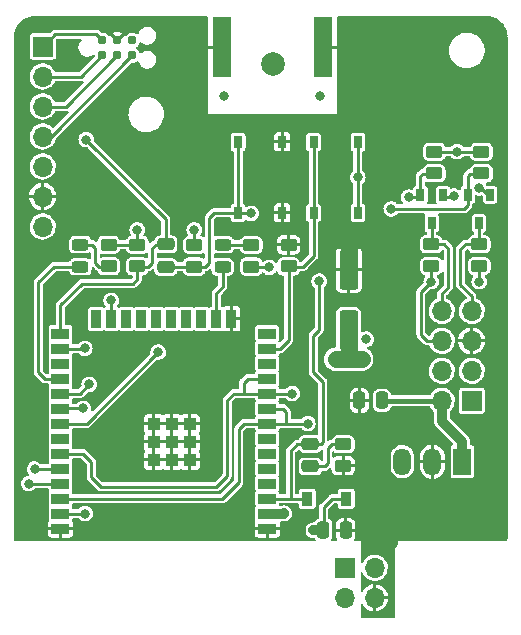
<source format=gtl>
G04 #@! TF.GenerationSoftware,KiCad,Pcbnew,(6.0.1-0)*
G04 #@! TF.CreationDate,2022-04-29T09:19:26+02:00*
G04 #@! TF.ProjectId,ithowifi_4l,6974686f-7769-4666-995f-346c2e6b6963,rev?*
G04 #@! TF.SameCoordinates,Original*
G04 #@! TF.FileFunction,Copper,L1,Top*
G04 #@! TF.FilePolarity,Positive*
%FSLAX46Y46*%
G04 Gerber Fmt 4.6, Leading zero omitted, Abs format (unit mm)*
G04 Created by KiCad (PCBNEW (6.0.1-0)) date 2022-04-29 09:19:26*
%MOMM*%
%LPD*%
G01*
G04 APERTURE LIST*
G04 Aperture macros list*
%AMRoundRect*
0 Rectangle with rounded corners*
0 $1 Rounding radius*
0 $2 $3 $4 $5 $6 $7 $8 $9 X,Y pos of 4 corners*
0 Add a 4 corners polygon primitive as box body*
4,1,4,$2,$3,$4,$5,$6,$7,$8,$9,$2,$3,0*
0 Add four circle primitives for the rounded corners*
1,1,$1+$1,$2,$3*
1,1,$1+$1,$4,$5*
1,1,$1+$1,$6,$7*
1,1,$1+$1,$8,$9*
0 Add four rect primitives between the rounded corners*
20,1,$1+$1,$2,$3,$4,$5,0*
20,1,$1+$1,$4,$5,$6,$7,0*
20,1,$1+$1,$6,$7,$8,$9,0*
20,1,$1+$1,$8,$9,$2,$3,0*%
G04 Aperture macros list end*
G04 #@! TA.AperFunction,ComponentPad*
%ADD10R,1.500000X2.300000*%
G04 #@! TD*
G04 #@! TA.AperFunction,ComponentPad*
%ADD11O,1.500000X2.300000*%
G04 #@! TD*
G04 #@! TA.AperFunction,SMDPad,CuDef*
%ADD12R,0.700000X1.000000*%
G04 #@! TD*
G04 #@! TA.AperFunction,SMDPad,CuDef*
%ADD13RoundRect,0.250000X-0.450000X0.262500X-0.450000X-0.262500X0.450000X-0.262500X0.450000X0.262500X0*%
G04 #@! TD*
G04 #@! TA.AperFunction,ComponentPad*
%ADD14R,1.700000X1.700000*%
G04 #@! TD*
G04 #@! TA.AperFunction,ComponentPad*
%ADD15O,1.700000X1.700000*%
G04 #@! TD*
G04 #@! TA.AperFunction,SMDPad,CuDef*
%ADD16R,1.500000X0.900000*%
G04 #@! TD*
G04 #@! TA.AperFunction,SMDPad,CuDef*
%ADD17R,0.900000X1.500000*%
G04 #@! TD*
G04 #@! TA.AperFunction,SMDPad,CuDef*
%ADD18R,1.050000X1.050000*%
G04 #@! TD*
G04 #@! TA.AperFunction,SMDPad,CuDef*
%ADD19RoundRect,0.243750X0.456250X-0.243750X0.456250X0.243750X-0.456250X0.243750X-0.456250X-0.243750X0*%
G04 #@! TD*
G04 #@! TA.AperFunction,SMDPad,CuDef*
%ADD20C,0.787400*%
G04 #@! TD*
G04 #@! TA.AperFunction,SMDPad,CuDef*
%ADD21R,0.750000X1.000000*%
G04 #@! TD*
G04 #@! TA.AperFunction,SMDPad,CuDef*
%ADD22RoundRect,0.250000X0.250000X0.475000X-0.250000X0.475000X-0.250000X-0.475000X0.250000X-0.475000X0*%
G04 #@! TD*
G04 #@! TA.AperFunction,SMDPad,CuDef*
%ADD23RoundRect,0.250000X0.450000X-0.262500X0.450000X0.262500X-0.450000X0.262500X-0.450000X-0.262500X0*%
G04 #@! TD*
G04 #@! TA.AperFunction,SMDPad,CuDef*
%ADD24RoundRect,0.250000X0.475000X-0.250000X0.475000X0.250000X-0.475000X0.250000X-0.475000X-0.250000X0*%
G04 #@! TD*
G04 #@! TA.AperFunction,SMDPad,CuDef*
%ADD25RoundRect,0.250000X0.550000X-1.412500X0.550000X1.412500X-0.550000X1.412500X-0.550000X-1.412500X0*%
G04 #@! TD*
G04 #@! TA.AperFunction,SMDPad,CuDef*
%ADD26RoundRect,0.250000X-0.250000X-0.475000X0.250000X-0.475000X0.250000X0.475000X-0.250000X0.475000X0*%
G04 #@! TD*
G04 #@! TA.AperFunction,SMDPad,CuDef*
%ADD27R,0.900000X1.200000*%
G04 #@! TD*
G04 #@! TA.AperFunction,ComponentPad*
%ADD28C,2.000000*%
G04 #@! TD*
G04 #@! TA.AperFunction,SMDPad,CuDef*
%ADD29R,1.500000X5.080000*%
G04 #@! TD*
G04 #@! TA.AperFunction,ViaPad*
%ADD30C,0.800000*%
G04 #@! TD*
G04 #@! TA.AperFunction,Conductor*
%ADD31C,0.250000*%
G04 #@! TD*
G04 #@! TA.AperFunction,Conductor*
%ADD32C,1.473200*%
G04 #@! TD*
G04 #@! TA.AperFunction,Conductor*
%ADD33C,0.254000*%
G04 #@! TD*
G04 #@! TA.AperFunction,Conductor*
%ADD34C,0.812800*%
G04 #@! TD*
G04 #@! TA.AperFunction,Conductor*
%ADD35C,0.406400*%
G04 #@! TD*
G04 APERTURE END LIST*
D10*
X121259600Y-142951200D03*
D11*
X118719600Y-142951200D03*
X116179600Y-142951200D03*
D12*
X119608600Y-120339000D03*
X117708600Y-120339000D03*
X118658600Y-122739000D03*
D13*
X118872000Y-116711900D03*
X118872000Y-118536900D03*
D14*
X85725000Y-107797600D03*
D15*
X85725000Y-110337600D03*
X85725000Y-112877600D03*
X85725000Y-115417600D03*
X85725000Y-117957600D03*
X85725000Y-120497600D03*
X85725000Y-123037600D03*
D16*
X104727600Y-148613600D03*
X104727600Y-147343600D03*
X104727600Y-146073600D03*
X104727600Y-144803600D03*
X104727600Y-143533600D03*
X104727600Y-142263600D03*
X104727600Y-140993600D03*
X104727600Y-139723600D03*
X104727600Y-138453600D03*
X104727600Y-137183600D03*
X104727600Y-135913600D03*
X104727600Y-134643600D03*
X104727600Y-133373600D03*
X104727600Y-132103600D03*
D17*
X101697600Y-130853600D03*
X100427600Y-130853600D03*
X99157600Y-130853600D03*
X97887600Y-130853600D03*
X96617600Y-130853600D03*
X95347600Y-130853600D03*
X94077600Y-130853600D03*
X92807600Y-130853600D03*
X91537600Y-130853600D03*
X90267600Y-130853600D03*
D16*
X87227600Y-132103600D03*
X87227600Y-133373600D03*
X87227600Y-134643600D03*
X87227600Y-135913600D03*
X87227600Y-137183600D03*
X87227600Y-138453600D03*
X87227600Y-139723600D03*
X87227600Y-140993600D03*
X87227600Y-142263600D03*
X87227600Y-143533600D03*
X87227600Y-144803600D03*
X87227600Y-146073600D03*
X87227600Y-147343600D03*
X87227600Y-148613600D03*
D18*
X95132600Y-139748600D03*
X98182600Y-142798600D03*
X95132600Y-142798600D03*
X96657600Y-139748600D03*
X96657600Y-141273600D03*
X98182600Y-139748600D03*
X96657600Y-142798600D03*
X95132600Y-141273600D03*
X98182600Y-141273600D03*
D13*
X91313000Y-124588900D03*
X91313000Y-126413900D03*
X106536000Y-124597500D03*
X106536000Y-126422500D03*
X118618000Y-124548500D03*
X118618000Y-126373500D03*
D19*
X88900000Y-126438900D03*
X88900000Y-124563900D03*
D14*
X111292000Y-151928000D03*
D15*
X113832000Y-151928000D03*
X111292000Y-154468000D03*
X113832000Y-154468000D03*
D20*
X90766000Y-108536400D03*
X90766000Y-107266400D03*
X92036000Y-108536400D03*
X92036000Y-107266400D03*
X93306000Y-108536400D03*
X93306000Y-107266400D03*
D21*
X108665400Y-121872000D03*
X108665400Y-115872000D03*
X112415400Y-121872000D03*
X112415400Y-115872000D03*
D22*
X114432000Y-137768000D03*
X112532000Y-137768000D03*
D12*
X123606600Y-120339000D03*
X121706600Y-120339000D03*
X122656600Y-122739000D03*
D23*
X122859800Y-118536900D03*
X122859800Y-116711900D03*
D13*
X122682000Y-124548500D03*
X122682000Y-126373500D03*
D24*
X96139000Y-126451400D03*
X96139000Y-124551400D03*
D23*
X98552000Y-126428000D03*
X98552000Y-124603000D03*
D25*
X111632000Y-131768000D03*
X111632000Y-126693000D03*
D26*
X109486900Y-148751000D03*
X111386900Y-148751000D03*
D24*
X108377500Y-143351000D03*
X108377500Y-141451000D03*
D27*
X111425500Y-146084000D03*
X108125500Y-146084000D03*
D23*
X111171500Y-143290000D03*
X111171500Y-141465000D03*
D28*
X105182180Y-109251460D03*
D23*
X93726000Y-126413900D03*
X93726000Y-124588900D03*
X103378000Y-126428000D03*
X103378000Y-124603000D03*
D19*
X100965000Y-126453000D03*
X100965000Y-124578000D03*
D21*
X106015000Y-121872000D03*
X106015000Y-115872000D03*
X102265000Y-121872000D03*
X102265000Y-115872000D03*
D14*
X122047000Y-137795000D03*
D15*
X119507000Y-137795000D03*
X122047000Y-135255000D03*
X119507000Y-135255000D03*
X122047000Y-132715000D03*
X119507000Y-132715000D03*
X122047000Y-130175000D03*
X119507000Y-130175000D03*
D29*
X100931400Y-107848400D03*
X109431400Y-107848400D03*
D30*
X109220000Y-112014000D03*
X99187000Y-107442000D03*
X99187000Y-105918000D03*
X101092000Y-112014000D03*
X99187000Y-110871000D03*
X99187000Y-112522000D03*
X99187000Y-109093000D03*
X111125000Y-110871000D03*
X111125000Y-114173000D03*
X111125000Y-112522000D03*
X105918000Y-114173000D03*
X109220000Y-114173000D03*
X102489000Y-114173000D03*
X104140000Y-114173000D03*
X100965000Y-114173000D03*
X107569000Y-114173000D03*
X99187000Y-114173000D03*
X102432000Y-138568000D03*
X112032000Y-139368000D03*
X111632000Y-124168000D03*
X112732000Y-124168000D03*
X110532000Y-124168000D03*
X86741000Y-128270000D03*
X111125000Y-105918000D03*
X111125000Y-107442000D03*
X111125000Y-109093000D03*
X101727000Y-132715000D03*
X96647000Y-139750800D03*
X106172000Y-148590000D03*
X89154000Y-148590000D03*
X96647000Y-142798800D03*
X98171000Y-142798800D03*
X95148400Y-142798800D03*
X96647000Y-141274800D03*
X95148400Y-141274800D03*
X95148400Y-139750800D03*
X98171000Y-139750800D03*
X98171000Y-141274800D03*
X122682000Y-127698500D03*
X118618000Y-127698500D03*
X106172000Y-147320000D03*
X111632000Y-134268000D03*
X112732000Y-134268000D03*
X110532000Y-134268000D03*
X122682000Y-119761000D03*
X108631500Y-148751000D03*
X112395000Y-118872000D03*
X98552000Y-123317000D03*
X93726000Y-123317000D03*
X104902000Y-126492000D03*
X113132002Y-132568000D03*
X120813090Y-116686900D03*
X120532000Y-120468000D03*
X89407998Y-115671600D03*
X89309400Y-147345400D03*
X95504000Y-133668000D03*
X89154000Y-138430000D03*
X89662000Y-136397998D03*
X89281000Y-133350000D03*
X85039200Y-143560804D03*
X84531209Y-144805391D03*
X106849400Y-137185400D03*
X115232000Y-121538998D03*
X108174600Y-139725400D03*
X116697000Y-120539000D03*
X103378008Y-121920000D03*
X109132000Y-127668006D03*
X91524600Y-129294600D03*
D31*
X99593400Y-107848400D02*
X99187000Y-107442000D01*
X100931400Y-107848400D02*
X99593400Y-107848400D01*
D32*
X112732000Y-124168000D02*
X110532000Y-124168000D01*
D31*
X110718600Y-107848400D02*
X111125000Y-107442000D01*
X109431400Y-107848400D02*
X110718600Y-107848400D01*
D32*
X111632000Y-126693000D02*
X111632000Y-124168000D01*
D33*
X122682000Y-126398500D02*
X122682000Y-127698500D01*
X118618000Y-127698500D02*
X118618000Y-126398500D01*
X117748500Y-128568000D02*
X117748500Y-132184500D01*
X118279000Y-132715000D02*
X119507000Y-132715000D01*
X118618000Y-127698500D02*
X117748500Y-128568000D01*
X117748500Y-132184500D02*
X118279000Y-132715000D01*
X122682000Y-119761000D02*
X122828600Y-119761000D01*
D34*
X109499400Y-148751000D02*
X108634800Y-148751000D01*
D33*
X93726000Y-124563900D02*
X93726000Y-123317000D01*
D32*
X112732000Y-134268000D02*
X110532000Y-134268000D01*
D31*
X86424800Y-115417600D02*
X93306000Y-108536400D01*
D33*
X91313000Y-124563900D02*
X93726000Y-124563900D01*
D34*
X106148400Y-147343600D02*
X106172000Y-147320000D01*
X104727600Y-147343600D02*
X106148400Y-147343600D01*
D33*
X118872000Y-116686900D02*
X120813090Y-116686900D01*
X104902000Y-126492000D02*
X103417000Y-126492000D01*
X120461000Y-120539000D02*
X120532000Y-120468000D01*
X98552000Y-124578000D02*
X98552000Y-123317000D01*
X112415400Y-121872000D02*
X112415400Y-115872000D01*
D32*
X111632000Y-131768000D02*
X111632000Y-134268000D01*
D31*
X109499400Y-146803600D02*
X109499400Y-148751000D01*
X110219000Y-146084000D02*
X109499400Y-146803600D01*
D33*
X119608600Y-120539000D02*
X120461000Y-120539000D01*
X122859800Y-116686900D02*
X120813090Y-116686900D01*
D31*
X111425500Y-146084000D02*
X110219000Y-146084000D01*
D33*
X122828600Y-119761000D02*
X123606600Y-120539000D01*
D31*
X85725000Y-115417600D02*
X86424800Y-115417600D01*
D33*
X103417000Y-126492000D02*
X103378000Y-126453000D01*
X122656600Y-122539000D02*
X122656600Y-124498100D01*
X122656600Y-124498100D02*
X122682000Y-124523500D01*
X121539000Y-124523500D02*
X121094500Y-124968000D01*
X122682000Y-124523500D02*
X121539000Y-124523500D01*
X121094500Y-127952500D02*
X122047000Y-128905000D01*
X121094500Y-124968000D02*
X121094500Y-127952500D01*
X122047000Y-128905000D02*
X122047000Y-130175000D01*
X118658600Y-122539000D02*
X118658600Y-124482900D01*
X119697500Y-124523500D02*
X120078500Y-124904500D01*
X119507000Y-128714500D02*
X119507000Y-130175000D01*
X120078500Y-124904500D02*
X120078500Y-128143000D01*
X118618000Y-124523500D02*
X119697500Y-124523500D01*
X120078500Y-128143000D02*
X119507000Y-128714500D01*
X118658600Y-124482900D02*
X118618000Y-124523500D01*
X93345000Y-127889000D02*
X89027000Y-127889000D01*
X96139000Y-124563900D02*
X95273100Y-124563900D01*
X95273100Y-124563900D02*
X94996000Y-124841000D01*
X94668100Y-126438900D02*
X93726000Y-126438900D01*
X93726000Y-127508000D02*
X93345000Y-127889000D01*
X94996000Y-124841000D02*
X94996000Y-126111000D01*
X87227600Y-129688400D02*
X87227600Y-132103600D01*
X96139000Y-122402602D02*
X89407998Y-115671600D01*
D31*
X86754600Y-106768000D02*
X85725000Y-107797600D01*
X90766000Y-107266400D02*
X90267600Y-106768000D01*
D33*
X89027000Y-127889000D02*
X87227600Y-129688400D01*
X96139000Y-124563900D02*
X96139000Y-122402602D01*
D31*
X90267600Y-106768000D02*
X86754600Y-106768000D01*
D33*
X94996000Y-126111000D02*
X94668100Y-126438900D01*
X93726000Y-126438900D02*
X93726000Y-127508000D01*
X87229400Y-147345400D02*
X89309400Y-147345400D01*
X87227600Y-147343600D02*
X87229400Y-147345400D01*
X89446600Y-139725400D02*
X95504000Y-133668000D01*
X87477600Y-139725400D02*
X89446600Y-139725400D01*
X89154000Y-138430000D02*
X87251200Y-138430000D01*
X87251200Y-138430000D02*
X87227600Y-138453600D01*
X87227600Y-137183600D02*
X88876398Y-137183600D01*
X88876398Y-137183600D02*
X89662000Y-136397998D01*
X89257400Y-133373600D02*
X89281000Y-133350000D01*
X87227600Y-133373600D02*
X89257400Y-133373600D01*
D31*
X87694800Y-112877600D02*
X91964932Y-108607468D01*
D33*
X87227600Y-143533600D02*
X85066404Y-143533600D01*
D31*
X85725000Y-112877600D02*
X87694800Y-112877600D01*
D33*
X87225809Y-144805391D02*
X84531209Y-144805391D01*
D31*
X85725000Y-110337600D02*
X88964800Y-110337600D01*
D33*
X87227600Y-144803600D02*
X87225809Y-144805391D01*
D31*
X88964800Y-110337600D02*
X90766000Y-108536400D01*
D33*
X90170000Y-126111000D02*
X90497900Y-126438900D01*
X88900000Y-124563900D02*
X89892900Y-124563900D01*
X90170000Y-124841000D02*
X90170000Y-126111000D01*
X90497900Y-126438900D02*
X91313000Y-126438900D01*
X89892900Y-124563900D02*
X90170000Y-124841000D01*
X100965000Y-124578000D02*
X103378000Y-124578000D01*
X121706600Y-120539000D02*
X121706600Y-118755200D01*
X121706600Y-118755200D02*
X121899900Y-118561900D01*
X103086400Y-135913600D02*
X104727600Y-135913600D01*
X121899900Y-118561900D02*
X122859800Y-118561900D01*
X89832000Y-142968000D02*
X89832000Y-144268000D01*
X106847600Y-137183600D02*
X102733800Y-137183600D01*
X121706600Y-120539000D02*
X121706600Y-121243000D01*
X90632000Y-145068000D02*
X100432000Y-145068000D01*
X89127600Y-142263600D02*
X89832000Y-142968000D01*
X87227600Y-142263600D02*
X89127600Y-142263600D01*
X121706600Y-121243000D02*
X121410602Y-121538998D01*
X101332000Y-137768000D02*
X101914600Y-137185400D01*
X102733800Y-137183600D02*
X102732000Y-137185400D01*
X100432000Y-145068000D02*
X101332000Y-144168000D01*
X101332000Y-144168000D02*
X101332000Y-137768000D01*
X101914600Y-137185400D02*
X102732000Y-137185400D01*
X121410602Y-121538998D02*
X115232000Y-121538998D01*
X102732000Y-136268000D02*
X103086400Y-135913600D01*
X89832000Y-144268000D02*
X90632000Y-145068000D01*
X106849400Y-137185400D02*
X106847600Y-137183600D01*
X102732000Y-137185400D02*
X102732000Y-136268000D01*
X102776400Y-139723600D02*
X104727600Y-139723600D01*
X102332000Y-140168000D02*
X102776400Y-139723600D01*
X104729400Y-139725400D02*
X106324400Y-139725400D01*
X106324400Y-139725400D02*
X106324400Y-138709400D01*
X117708600Y-118740000D02*
X117708600Y-120539000D01*
X102332000Y-144668000D02*
X102332000Y-140168000D01*
X100924600Y-146075400D02*
X102332000Y-144668000D01*
X117708600Y-120539000D02*
X116697000Y-120539000D01*
X106324400Y-138709400D02*
X106068600Y-138453600D01*
X118872000Y-118561900D02*
X117886700Y-118561900D01*
X106324400Y-139725400D02*
X108174600Y-139725400D01*
X87477600Y-146075400D02*
X100924600Y-146075400D01*
X104727600Y-139723600D02*
X104729400Y-139725400D01*
X117886700Y-118561900D02*
X117708600Y-118740000D01*
X106068600Y-138453600D02*
X104727600Y-138453600D01*
X108665400Y-125522600D02*
X107740500Y-126447500D01*
X108665400Y-121872000D02*
X108665400Y-125522600D01*
X107740500Y-126447500D02*
X106536000Y-126447500D01*
X108665400Y-121872000D02*
X108665400Y-115872000D01*
X105826400Y-133373600D02*
X104727600Y-133373600D01*
X106536000Y-132664000D02*
X105826400Y-133373600D01*
X106536000Y-126447500D02*
X106536000Y-132664000D01*
D35*
X114459000Y-137795000D02*
X114432000Y-137768000D01*
D34*
X121259600Y-141262100D02*
X119507000Y-139509500D01*
D35*
X119507000Y-137795000D02*
X114459000Y-137795000D01*
D34*
X119507000Y-139509500D02*
X119507000Y-137795000D01*
X121259600Y-142951200D02*
X121259600Y-141262100D01*
D33*
X96139000Y-126438900D02*
X98537900Y-126438900D01*
X109432000Y-136168000D02*
X108632000Y-135368000D01*
D31*
X106717900Y-142028600D02*
X106717900Y-146075400D01*
D33*
X108632000Y-135368000D02*
X108632000Y-132268000D01*
X108632000Y-132268000D02*
X109132000Y-131768000D01*
X100251000Y-121872000D02*
X102265000Y-121872000D01*
D31*
X104727600Y-146073600D02*
X104729400Y-146075400D01*
D33*
X98552000Y-126453000D02*
X99480000Y-126453000D01*
D31*
X108116900Y-146075400D02*
X108125500Y-146084000D01*
D33*
X98537900Y-126438900D02*
X98552000Y-126453000D01*
X102265000Y-121872000D02*
X102265000Y-115872000D01*
D31*
X106717900Y-146075400D02*
X108116900Y-146075400D01*
X109432000Y-141283000D02*
X109264000Y-141451000D01*
D33*
X109132000Y-131768000D02*
X109132000Y-127668006D01*
D31*
X108377500Y-141451000D02*
X107295500Y-141451000D01*
D33*
X102265000Y-121872000D02*
X103330008Y-121872000D01*
D31*
X107295500Y-141451000D02*
X106717900Y-142028600D01*
X109264000Y-141451000D02*
X108377500Y-141451000D01*
D33*
X99822000Y-126111000D02*
X99822000Y-122301000D01*
D31*
X104729400Y-146075400D02*
X106717900Y-146075400D01*
X109432000Y-136168000D02*
X109432000Y-141283000D01*
D33*
X103330008Y-121872000D02*
X103378008Y-121920000D01*
X99480000Y-126453000D02*
X99822000Y-126111000D01*
X99822000Y-122301000D02*
X100251000Y-121872000D01*
D31*
X110202500Y-141465000D02*
X111171500Y-141465000D01*
X109586500Y-143351000D02*
X109838000Y-143099500D01*
X108377500Y-143351000D02*
X109586500Y-143351000D01*
X109838000Y-141829500D02*
X110202500Y-141465000D01*
X109838000Y-143099500D02*
X109838000Y-141829500D01*
X91524600Y-130840600D02*
X91537600Y-130853600D01*
X91524600Y-129294600D02*
X91524600Y-130840600D01*
D33*
X100427600Y-130853600D02*
X100427600Y-128680400D01*
X100427600Y-128680400D02*
X100965000Y-128143000D01*
X100965000Y-128143000D02*
X100965000Y-126453000D01*
X85344000Y-127762000D02*
X86667100Y-126438900D01*
X85875600Y-135913600D02*
X85344000Y-135382000D01*
X85344000Y-135382000D02*
X85344000Y-127762000D01*
X87227600Y-135913600D02*
X85875600Y-135913600D01*
X86667100Y-126438900D02*
X88900000Y-126438900D01*
G04 #@! TA.AperFunction,Conductor*
G36*
X99653531Y-105241213D02*
G01*
X99690076Y-105291513D01*
X99695000Y-105322600D01*
X99695000Y-113538000D01*
X110617000Y-113538000D01*
X110617000Y-108172677D01*
X120121524Y-108172677D01*
X120121989Y-108176695D01*
X120121989Y-108176698D01*
X120147685Y-108398774D01*
X120149351Y-108413176D01*
X120188130Y-108550219D01*
X120211856Y-108634063D01*
X120215271Y-108646133D01*
X120317589Y-108865553D01*
X120328652Y-108881831D01*
X120355172Y-108920854D01*
X120354824Y-108921091D01*
X120355925Y-108922303D01*
X120355935Y-108922321D01*
X120358393Y-108925595D01*
X120358445Y-108925672D01*
X120358935Y-108926450D01*
X120359734Y-108927568D01*
X120451393Y-109062442D01*
X120451397Y-109062447D01*
X120453671Y-109065793D01*
X120456454Y-109068735D01*
X120456454Y-109068736D01*
X120502137Y-109117044D01*
X120501758Y-109117403D01*
X120503303Y-109118597D01*
X120504083Y-109119636D01*
X120507066Y-109122487D01*
X120507495Y-109122897D01*
X120511067Y-109126488D01*
X120620018Y-109241699D01*
X120664563Y-109275756D01*
X120676410Y-109284814D01*
X120678608Y-109286544D01*
X120679489Y-109287257D01*
X120682468Y-109290104D01*
X120688221Y-109294028D01*
X120692611Y-109297200D01*
X120812348Y-109388747D01*
X120815904Y-109390654D01*
X120815906Y-109390655D01*
X120876442Y-109423114D01*
X120879274Y-109424832D01*
X120879301Y-109424784D01*
X120882889Y-109426822D01*
X120886300Y-109429149D01*
X120890044Y-109430887D01*
X120894092Y-109432766D01*
X120899269Y-109435354D01*
X120940734Y-109457587D01*
X121025715Y-109503153D01*
X121029542Y-109504471D01*
X121029545Y-109504472D01*
X121098318Y-109528152D01*
X121103599Y-109530280D01*
X121106352Y-109531293D01*
X121110104Y-109533035D01*
X121114084Y-109534139D01*
X121114090Y-109534141D01*
X121119452Y-109535628D01*
X121125316Y-109537449D01*
X121222796Y-109571014D01*
X121254629Y-109581975D01*
X121258606Y-109582662D01*
X121258610Y-109582663D01*
X121296423Y-109589194D01*
X121334397Y-109595753D01*
X121343472Y-109597790D01*
X121343888Y-109597869D01*
X121347871Y-109598974D01*
X121357944Y-109600051D01*
X121358209Y-109600079D01*
X121364635Y-109600977D01*
X121490079Y-109622644D01*
X121493200Y-109623183D01*
X121496359Y-109623326D01*
X121496364Y-109623327D01*
X121508707Y-109623887D01*
X121522203Y-109624500D01*
X121690841Y-109624500D01*
X121871324Y-109609979D01*
X122106439Y-109552229D01*
X122329297Y-109457631D01*
X122518023Y-109338784D01*
X122530743Y-109330774D01*
X122530746Y-109330772D01*
X122534163Y-109328620D01*
X122571014Y-109296132D01*
X122632756Y-109241699D01*
X122715768Y-109168514D01*
X122742540Y-109135922D01*
X122866871Y-108984558D01*
X122869439Y-108981432D01*
X122882947Y-108958224D01*
X122953740Y-108836588D01*
X122991222Y-108772188D01*
X123077984Y-108546165D01*
X123127493Y-108309177D01*
X123128222Y-108293140D01*
X123136332Y-108114541D01*
X123138476Y-108067323D01*
X123129780Y-107992168D01*
X123111114Y-107830840D01*
X123111113Y-107830836D01*
X123110649Y-107826824D01*
X123044729Y-107593867D01*
X122942411Y-107374447D01*
X122904828Y-107319146D01*
X122905176Y-107318909D01*
X122904075Y-107317697D01*
X122904065Y-107317679D01*
X122901607Y-107314405D01*
X122901555Y-107314328D01*
X122901065Y-107313550D01*
X122900266Y-107312432D01*
X122896348Y-107306666D01*
X122864336Y-107259562D01*
X122808607Y-107177558D01*
X122808603Y-107177553D01*
X122806329Y-107174207D01*
X122784951Y-107151600D01*
X122757863Y-107122956D01*
X122758242Y-107122597D01*
X122756697Y-107121403D01*
X122755917Y-107120364D01*
X122752504Y-107117102D01*
X122748927Y-107113506D01*
X122639982Y-106998301D01*
X122583581Y-106955179D01*
X122581392Y-106953456D01*
X122580511Y-106952743D01*
X122577532Y-106949896D01*
X122571779Y-106945972D01*
X122567384Y-106942796D01*
X122547352Y-106927480D01*
X122447652Y-106851253D01*
X122435200Y-106844576D01*
X122383558Y-106816886D01*
X122380726Y-106815168D01*
X122380699Y-106815216D01*
X122377111Y-106813178D01*
X122373700Y-106810851D01*
X122365905Y-106807233D01*
X122360731Y-106804646D01*
X122237853Y-106738760D01*
X122237852Y-106738759D01*
X122234285Y-106736847D01*
X122230458Y-106735529D01*
X122230455Y-106735528D01*
X122161682Y-106711848D01*
X122156401Y-106709720D01*
X122153648Y-106708707D01*
X122149896Y-106706965D01*
X122145916Y-106705861D01*
X122145910Y-106705859D01*
X122140548Y-106704372D01*
X122134684Y-106702551D01*
X122009190Y-106659340D01*
X122005371Y-106658025D01*
X122001394Y-106657338D01*
X122001390Y-106657337D01*
X121955698Y-106649445D01*
X121925603Y-106644247D01*
X121916528Y-106642210D01*
X121916112Y-106642131D01*
X121912129Y-106641026D01*
X121901792Y-106639921D01*
X121895365Y-106639023D01*
X121769921Y-106617356D01*
X121769920Y-106617356D01*
X121766800Y-106616817D01*
X121763641Y-106616674D01*
X121763636Y-106616673D01*
X121751293Y-106616113D01*
X121737797Y-106615500D01*
X121569159Y-106615500D01*
X121388676Y-106630021D01*
X121153561Y-106687771D01*
X120930703Y-106782369D01*
X120927286Y-106784521D01*
X120774588Y-106880680D01*
X120725837Y-106911380D01*
X120722807Y-106914051D01*
X120722806Y-106914052D01*
X120661614Y-106968000D01*
X120544232Y-107071486D01*
X120541670Y-107074605D01*
X120541669Y-107074606D01*
X120536522Y-107080872D01*
X120390561Y-107258568D01*
X120388528Y-107262062D01*
X120388526Y-107262064D01*
X120355442Y-107318909D01*
X120268778Y-107467812D01*
X120182016Y-107693835D01*
X120132507Y-107930823D01*
X120132324Y-107934858D01*
X120132323Y-107934864D01*
X120128852Y-108011299D01*
X120121524Y-108172677D01*
X110617000Y-108172677D01*
X110617000Y-105322600D01*
X110636213Y-105263469D01*
X110686513Y-105226924D01*
X110717600Y-105222000D01*
X123297076Y-105222000D01*
X123316701Y-105223933D01*
X123332000Y-105226976D01*
X123341718Y-105225043D01*
X123351626Y-105225043D01*
X123351626Y-105225051D01*
X123363913Y-105224283D01*
X123573308Y-105239259D01*
X123587515Y-105241302D01*
X123816876Y-105291196D01*
X123830648Y-105295240D01*
X124050574Y-105377268D01*
X124063627Y-105383229D01*
X124269655Y-105495729D01*
X124281717Y-105503482D01*
X124469623Y-105644146D01*
X124480471Y-105653545D01*
X124646455Y-105819529D01*
X124655854Y-105830377D01*
X124796516Y-106018279D01*
X124804271Y-106030345D01*
X124904340Y-106213606D01*
X124916770Y-106236370D01*
X124922732Y-106249426D01*
X125004760Y-106469352D01*
X125008804Y-106483124D01*
X125058698Y-106712485D01*
X125060741Y-106726692D01*
X125075717Y-106936087D01*
X125074949Y-106948374D01*
X125074957Y-106948374D01*
X125074957Y-106958282D01*
X125073024Y-106968000D01*
X125074957Y-106977718D01*
X125076067Y-106983299D01*
X125078000Y-107002924D01*
X125078000Y-149433075D01*
X125076067Y-149452701D01*
X125073024Y-149467999D01*
X125074957Y-149477718D01*
X125074957Y-149479291D01*
X125073718Y-149495029D01*
X125068451Y-149528283D01*
X125058725Y-149558216D01*
X125038252Y-149598397D01*
X125019752Y-149623861D01*
X125005078Y-149638535D01*
X124949680Y-149666761D01*
X124933943Y-149668000D01*
X115832000Y-149668000D01*
X115832000Y-149855540D01*
X115812787Y-149914671D01*
X115802532Y-149926678D01*
X115800086Y-149929124D01*
X115796262Y-149932262D01*
X115702039Y-150047073D01*
X115632025Y-150178061D01*
X115588910Y-150320190D01*
X115588426Y-150325106D01*
X115588425Y-150325110D01*
X115576139Y-150449862D01*
X115574958Y-150457823D01*
X115574958Y-150458278D01*
X115573024Y-150467999D01*
X115574957Y-150477717D01*
X115574957Y-150477719D01*
X115576067Y-150483298D01*
X115578000Y-150502923D01*
X115578000Y-155933075D01*
X115576067Y-155952701D01*
X115573024Y-155967999D01*
X115574957Y-155977718D01*
X115574957Y-155979291D01*
X115573718Y-155995029D01*
X115568451Y-156028283D01*
X115558725Y-156058216D01*
X115538252Y-156098397D01*
X115519752Y-156123861D01*
X115487861Y-156155752D01*
X115462397Y-156174252D01*
X115422216Y-156194725D01*
X115392283Y-156204451D01*
X115359029Y-156209718D01*
X115343291Y-156210957D01*
X115341718Y-156210957D01*
X115331999Y-156209024D01*
X115322281Y-156210957D01*
X115316701Y-156212067D01*
X115297075Y-156214000D01*
X112732600Y-156214000D01*
X112673469Y-156194787D01*
X112636924Y-156144487D01*
X112632000Y-156113400D01*
X112632000Y-155082028D01*
X112651213Y-155022897D01*
X112701513Y-154986352D01*
X112763687Y-154986352D01*
X112813987Y-155022897D01*
X112823959Y-155039911D01*
X112825700Y-155043687D01*
X112830289Y-155051635D01*
X112947456Y-155217424D01*
X112953428Y-155224416D01*
X113098846Y-155366077D01*
X113105982Y-155371855D01*
X113274782Y-155484644D01*
X113282857Y-155489027D01*
X113469379Y-155569164D01*
X113478118Y-155572003D01*
X113676123Y-155616807D01*
X113685233Y-155618006D01*
X113689079Y-155618157D01*
X113702124Y-155614478D01*
X113704779Y-155611110D01*
X113705000Y-155609873D01*
X113705000Y-155600611D01*
X113959000Y-155600611D01*
X113963188Y-155613501D01*
X113964378Y-155614365D01*
X113970453Y-155614883D01*
X114098176Y-155596364D01*
X114107103Y-155594221D01*
X114299349Y-155528963D01*
X114307733Y-155525230D01*
X114484865Y-155426031D01*
X114492433Y-155420830D01*
X114648518Y-155291015D01*
X114655015Y-155284518D01*
X114784830Y-155128433D01*
X114790031Y-155120865D01*
X114889230Y-154943733D01*
X114892963Y-154935349D01*
X114958221Y-154743103D01*
X114960364Y-154734176D01*
X114978258Y-154610768D01*
X114975963Y-154597411D01*
X114974909Y-154596385D01*
X114968969Y-154595000D01*
X113974933Y-154595000D01*
X113962043Y-154599188D01*
X113959000Y-154603377D01*
X113959000Y-155600611D01*
X113705000Y-155600611D01*
X113705000Y-154325067D01*
X113959000Y-154325067D01*
X113963188Y-154337957D01*
X113967377Y-154341000D01*
X114964144Y-154341000D01*
X114977034Y-154336812D01*
X114978729Y-154334479D01*
X114979140Y-154330801D01*
X114972749Y-154261241D01*
X114971076Y-154252219D01*
X114915968Y-154056821D01*
X114912677Y-154048247D01*
X114822886Y-153866168D01*
X114818091Y-153858343D01*
X114696618Y-153695672D01*
X114690473Y-153688847D01*
X114541397Y-153551043D01*
X114534108Y-153545449D01*
X114362415Y-153437120D01*
X114354228Y-153432948D01*
X114165668Y-153357720D01*
X114156867Y-153355113D01*
X113974628Y-153318863D01*
X113961168Y-153320456D01*
X113961134Y-153320487D01*
X113959000Y-153328665D01*
X113959000Y-154325067D01*
X113705000Y-154325067D01*
X113705000Y-153333948D01*
X113700812Y-153321058D01*
X113700197Y-153320611D01*
X113692937Y-153320088D01*
X113536380Y-153346989D01*
X113527508Y-153349366D01*
X113337047Y-153419631D01*
X113328748Y-153423590D01*
X113154282Y-153527386D01*
X113146850Y-153532786D01*
X112994216Y-153666642D01*
X112987895Y-153673303D01*
X112862208Y-153832737D01*
X112857208Y-153840436D01*
X112821630Y-153908058D01*
X112777094Y-153951443D01*
X112715563Y-153960364D01*
X112660540Y-153931415D01*
X112633041Y-153875652D01*
X112632000Y-153861217D01*
X112632000Y-152421875D01*
X112651213Y-152362744D01*
X112701513Y-152326199D01*
X112763687Y-152326199D01*
X112813987Y-152362744D01*
X112823958Y-152379757D01*
X112871377Y-152482616D01*
X112988533Y-152648389D01*
X113133938Y-152790035D01*
X113137774Y-152792598D01*
X113137775Y-152792599D01*
X113207517Y-152839199D01*
X113302720Y-152902812D01*
X113306956Y-152904632D01*
X113306958Y-152904633D01*
X113439283Y-152961484D01*
X113489228Y-152982942D01*
X113587161Y-153005102D01*
X113682716Y-153026724D01*
X113682719Y-153026724D01*
X113687216Y-153027742D01*
X113788635Y-153031727D01*
X113885444Y-153035531D01*
X113885445Y-153035531D01*
X113890053Y-153035712D01*
X113894610Y-153035051D01*
X113894615Y-153035051D01*
X113990499Y-153021148D01*
X114090945Y-153006584D01*
X114283165Y-152941334D01*
X114460276Y-152842147D01*
X114507265Y-152803067D01*
X114612798Y-152715295D01*
X114616345Y-152712345D01*
X114627737Y-152698648D01*
X114743199Y-152559821D01*
X114743201Y-152559818D01*
X114746147Y-152556276D01*
X114845334Y-152379165D01*
X114910584Y-152186945D01*
X114939712Y-151986053D01*
X114941232Y-151928000D01*
X114922658Y-151725859D01*
X114867557Y-151530487D01*
X114777776Y-151348428D01*
X114656320Y-151185779D01*
X114507258Y-151047987D01*
X114503362Y-151045529D01*
X114503357Y-151045525D01*
X114397443Y-150978699D01*
X114335581Y-150939667D01*
X114147039Y-150864446D01*
X113947946Y-150824844D01*
X113845351Y-150823501D01*
X113749585Y-150822247D01*
X113749581Y-150822247D01*
X113744971Y-150822187D01*
X113544910Y-150856564D01*
X113540588Y-150858158D01*
X113540586Y-150858159D01*
X113358791Y-150925227D01*
X113358788Y-150925228D01*
X113354463Y-150926824D01*
X113180010Y-151030612D01*
X113176544Y-151033651D01*
X113176542Y-151033653D01*
X113030859Y-151161414D01*
X113030856Y-151161417D01*
X113027392Y-151164455D01*
X112901720Y-151323869D01*
X112899574Y-151327948D01*
X112821630Y-151476094D01*
X112777094Y-151519479D01*
X112715563Y-151528400D01*
X112660540Y-151499451D01*
X112633041Y-151443688D01*
X112632000Y-151429253D01*
X112632000Y-149668000D01*
X112200627Y-149668000D01*
X112141496Y-149648787D01*
X112104951Y-149598487D01*
X112104951Y-149536313D01*
X112117430Y-149512440D01*
X112117279Y-149512355D01*
X112119989Y-149507545D01*
X112120493Y-149506581D01*
X112120645Y-149506380D01*
X112127320Y-149494533D01*
X112178372Y-149365592D01*
X112181527Y-149353168D01*
X112191336Y-149272108D01*
X112191700Y-149266081D01*
X112191700Y-148893933D01*
X112187512Y-148881043D01*
X112183323Y-148878000D01*
X110598033Y-148878000D01*
X110585143Y-148882188D01*
X110582100Y-148886377D01*
X110582100Y-149266081D01*
X110582464Y-149272108D01*
X110592273Y-149353168D01*
X110595428Y-149365592D01*
X110646480Y-149494533D01*
X110653155Y-149506380D01*
X110653307Y-149506581D01*
X110653370Y-149506763D01*
X110656521Y-149512355D01*
X110655515Y-149512922D01*
X110673751Y-149565298D01*
X110655778Y-149624818D01*
X110606252Y-149662406D01*
X110573173Y-149668000D01*
X110237264Y-149668000D01*
X110178133Y-149648787D01*
X110141588Y-149598487D01*
X110141588Y-149536313D01*
X110156763Y-149507068D01*
X110166157Y-149494533D01*
X110183971Y-149470764D01*
X110234698Y-149335448D01*
X110239807Y-149288419D01*
X110241107Y-149276456D01*
X110241107Y-149276450D01*
X110241400Y-149273756D01*
X110241400Y-148608067D01*
X110582100Y-148608067D01*
X110586288Y-148620957D01*
X110590477Y-148624000D01*
X111243967Y-148624000D01*
X111256857Y-148619812D01*
X111259900Y-148615623D01*
X111259900Y-148608067D01*
X111513900Y-148608067D01*
X111518088Y-148620957D01*
X111522277Y-148624000D01*
X112175767Y-148624000D01*
X112188657Y-148619812D01*
X112191700Y-148615623D01*
X112191700Y-148235919D01*
X112191336Y-148229892D01*
X112181527Y-148148832D01*
X112178372Y-148136408D01*
X112127320Y-148007467D01*
X112120647Y-147995622D01*
X112037037Y-147885471D01*
X112027429Y-147875863D01*
X111917278Y-147792253D01*
X111905433Y-147785580D01*
X111776492Y-147734528D01*
X111764068Y-147731373D01*
X111683008Y-147721564D01*
X111676981Y-147721200D01*
X111529833Y-147721200D01*
X111516943Y-147725388D01*
X111513900Y-147729577D01*
X111513900Y-148608067D01*
X111259900Y-148608067D01*
X111259900Y-147737133D01*
X111255712Y-147724243D01*
X111251523Y-147721200D01*
X111096819Y-147721200D01*
X111090792Y-147721564D01*
X111009732Y-147731373D01*
X110997308Y-147734528D01*
X110868367Y-147785580D01*
X110856522Y-147792253D01*
X110746371Y-147875863D01*
X110736763Y-147885471D01*
X110653153Y-147995622D01*
X110646480Y-148007467D01*
X110595428Y-148136408D01*
X110592273Y-148148832D01*
X110582464Y-148229892D01*
X110582100Y-148235919D01*
X110582100Y-148608067D01*
X110241400Y-148608067D01*
X110241400Y-148228244D01*
X110234698Y-148166552D01*
X110183971Y-148031236D01*
X110097304Y-147915596D01*
X109981664Y-147828929D01*
X109944186Y-147814879D01*
X109895563Y-147776134D01*
X109878900Y-147720682D01*
X109878900Y-147002464D01*
X109898113Y-146943333D01*
X109908365Y-146931329D01*
X110346729Y-146492965D01*
X110402127Y-146464739D01*
X110417864Y-146463500D01*
X110620401Y-146463500D01*
X110679532Y-146482713D01*
X110716077Y-146533013D01*
X110721001Y-146564100D01*
X110721001Y-146709066D01*
X110728058Y-146744548D01*
X110732025Y-146764490D01*
X110735766Y-146783301D01*
X110741269Y-146791536D01*
X110741269Y-146791537D01*
X110756057Y-146813668D01*
X110792016Y-146867484D01*
X110800253Y-146872988D01*
X110815885Y-146883433D01*
X110876199Y-146923734D01*
X110914382Y-146931329D01*
X110945581Y-146937535D01*
X110945582Y-146937535D01*
X110950433Y-146938500D01*
X110955380Y-146938500D01*
X111425932Y-146938499D01*
X111900566Y-146938499D01*
X111936615Y-146931329D01*
X111965084Y-146925667D01*
X111965086Y-146925666D01*
X111974801Y-146923734D01*
X111992430Y-146911955D01*
X112050747Y-146872988D01*
X112058984Y-146867484D01*
X112115234Y-146783301D01*
X112126345Y-146727443D01*
X112129035Y-146713919D01*
X112129036Y-146713911D01*
X112130000Y-146709067D01*
X112129999Y-145458934D01*
X112121327Y-145415334D01*
X112117167Y-145394416D01*
X112117166Y-145394414D01*
X112115234Y-145384699D01*
X112109730Y-145376461D01*
X112064488Y-145308753D01*
X112058984Y-145300516D01*
X111974801Y-145244266D01*
X111926261Y-145234611D01*
X111905419Y-145230465D01*
X111905418Y-145230465D01*
X111900567Y-145229500D01*
X111895620Y-145229500D01*
X111425068Y-145229501D01*
X110950434Y-145229501D01*
X110916773Y-145236196D01*
X110885916Y-145242333D01*
X110885914Y-145242334D01*
X110876199Y-145244266D01*
X110867964Y-145249769D01*
X110867963Y-145249769D01*
X110826271Y-145277627D01*
X110792016Y-145300516D01*
X110735766Y-145384699D01*
X110727606Y-145425720D01*
X110722261Y-145452596D01*
X110721000Y-145458933D01*
X110721000Y-145603900D01*
X110701787Y-145663031D01*
X110651487Y-145699576D01*
X110620400Y-145704500D01*
X110270216Y-145704500D01*
X110249042Y-145702246D01*
X110245253Y-145701430D01*
X110245252Y-145701430D01*
X110237124Y-145699680D01*
X110228869Y-145700657D01*
X110202290Y-145703803D01*
X110194501Y-145704262D01*
X110191622Y-145704500D01*
X110187476Y-145704500D01*
X110183386Y-145705181D01*
X110183384Y-145705181D01*
X110167840Y-145707768D01*
X110163147Y-145708436D01*
X110119918Y-145713552D01*
X110119915Y-145713553D01*
X110111659Y-145714530D01*
X110104646Y-145717898D01*
X110102051Y-145718719D01*
X110094374Y-145719996D01*
X110048751Y-145744613D01*
X110044526Y-145746766D01*
X110003480Y-145766476D01*
X109997768Y-145769219D01*
X109993492Y-145772814D01*
X109991947Y-145774359D01*
X109991019Y-145775210D01*
X109989199Y-145776745D01*
X109983186Y-145779990D01*
X109977542Y-145786096D01*
X109946266Y-145819930D01*
X109943528Y-145822778D01*
X109267271Y-146499035D01*
X109250705Y-146512414D01*
X109240460Y-146519029D01*
X109235313Y-146525559D01*
X109235311Y-146525560D01*
X109218748Y-146546571D01*
X109213570Y-146552399D01*
X109211698Y-146554608D01*
X109208762Y-146557544D01*
X109206351Y-146560918D01*
X109206350Y-146560919D01*
X109197178Y-146573754D01*
X109194332Y-146577543D01*
X109167392Y-146611716D01*
X109167391Y-146611718D01*
X109162244Y-146618247D01*
X109159668Y-146625582D01*
X109158412Y-146628000D01*
X109153886Y-146634334D01*
X109151505Y-146642297D01*
X109151503Y-146642300D01*
X109139021Y-146684039D01*
X109137566Y-146688518D01*
X109120382Y-146737451D01*
X109119900Y-146743016D01*
X109119900Y-146745182D01*
X109119845Y-146746457D01*
X109119644Y-146748834D01*
X109117687Y-146755378D01*
X109119108Y-146791537D01*
X109119822Y-146809719D01*
X109119900Y-146813668D01*
X109119900Y-147711310D01*
X109100687Y-147770441D01*
X109054616Y-147805506D01*
X108992136Y-147828929D01*
X108876496Y-147915596D01*
X108789829Y-148031236D01*
X108787352Y-148037844D01*
X108742139Y-148080451D01*
X108699147Y-148090100D01*
X108594688Y-148090100D01*
X108529534Y-148097984D01*
X108482017Y-148103734D01*
X108482015Y-148103735D01*
X108475995Y-148104463D01*
X108377271Y-148141768D01*
X108332027Y-148158864D01*
X108332025Y-148158865D01*
X108326359Y-148161006D01*
X108262582Y-148204839D01*
X108260914Y-148205700D01*
X108259372Y-148207046D01*
X108194529Y-148251611D01*
X108190497Y-148256137D01*
X108190493Y-148256140D01*
X108150737Y-148300761D01*
X108150158Y-148301335D01*
X108150168Y-148301344D01*
X108146111Y-148305850D01*
X108141539Y-148309838D01*
X108138052Y-148314799D01*
X108135200Y-148317967D01*
X108133532Y-148320073D01*
X108088117Y-148371045D01*
X108085279Y-148376405D01*
X108085277Y-148376408D01*
X108059296Y-148425478D01*
X108055052Y-148432403D01*
X108053936Y-148434484D01*
X108050450Y-148439444D01*
X108048248Y-148445091D01*
X108047942Y-148445662D01*
X108043686Y-148454960D01*
X108013265Y-148512415D01*
X108011787Y-148518301D01*
X107998989Y-148569251D01*
X107995149Y-148581283D01*
X107995109Y-148581385D01*
X107995108Y-148581390D01*
X107992906Y-148587037D01*
X107992115Y-148593044D01*
X107992114Y-148593049D01*
X107991884Y-148594799D01*
X107989714Y-148606176D01*
X107974296Y-148667559D01*
X107974264Y-148673616D01*
X107974264Y-148673618D01*
X107973997Y-148724594D01*
X107973139Y-148737186D01*
X107972229Y-148744096D01*
X107973184Y-148752743D01*
X107973790Y-148764294D01*
X107973458Y-148827520D01*
X107974874Y-148833416D01*
X107974874Y-148833420D01*
X107986756Y-148882910D01*
X107988928Y-148895353D01*
X107988946Y-148895519D01*
X107988948Y-148895527D01*
X107989613Y-148901553D01*
X107992330Y-148908979D01*
X107995674Y-148920056D01*
X108010801Y-148983063D01*
X108013583Y-148988453D01*
X108013584Y-148988456D01*
X108037589Y-149034966D01*
X108040959Y-149042643D01*
X108041969Y-149044626D01*
X108044053Y-149050319D01*
X108047435Y-149055351D01*
X108047674Y-149055821D01*
X108053016Y-149064853D01*
X108081385Y-149119818D01*
X108081387Y-149119821D01*
X108084168Y-149125209D01*
X108088155Y-149129779D01*
X108124451Y-149171386D01*
X108125060Y-149172179D01*
X108125061Y-149172178D01*
X108129026Y-149176771D01*
X108132408Y-149181805D01*
X108136893Y-149185885D01*
X108139558Y-149188973D01*
X108141715Y-149191176D01*
X108189324Y-149245752D01*
X108248025Y-149287008D01*
X108249576Y-149288419D01*
X108251585Y-149289510D01*
X108253126Y-149290593D01*
X108315233Y-149334243D01*
X108315237Y-149334245D01*
X108320197Y-149337731D01*
X108325846Y-149339934D01*
X108325849Y-149339935D01*
X108463578Y-149393633D01*
X108469234Y-149395838D01*
X108528952Y-149403700D01*
X108587977Y-149411471D01*
X108587984Y-149411471D01*
X108591239Y-149411900D01*
X108699147Y-149411900D01*
X108758278Y-149431113D01*
X108787347Y-149464144D01*
X108789829Y-149470764D01*
X108807643Y-149494533D01*
X108817037Y-149507068D01*
X108837125Y-149565908D01*
X108818791Y-149625318D01*
X108769039Y-149662605D01*
X108736536Y-149668000D01*
X83386600Y-149668000D01*
X83327469Y-149648787D01*
X83290924Y-149598487D01*
X83286000Y-149567400D01*
X83286000Y-149105897D01*
X86172800Y-149105897D01*
X86173153Y-149111857D01*
X86175070Y-149127961D01*
X86179028Y-149142362D01*
X86218284Y-149230741D01*
X86228628Y-149245793D01*
X86295841Y-149312889D01*
X86310912Y-149323207D01*
X86399347Y-149362304D01*
X86413779Y-149366239D01*
X86429405Y-149368061D01*
X86435242Y-149368400D01*
X87084667Y-149368400D01*
X87097557Y-149364212D01*
X87100600Y-149360023D01*
X87100600Y-149352467D01*
X87354600Y-149352467D01*
X87358788Y-149365357D01*
X87362977Y-149368400D01*
X88019897Y-149368400D01*
X88025857Y-149368047D01*
X88041961Y-149366130D01*
X88056362Y-149362172D01*
X88144741Y-149322916D01*
X88159793Y-149312572D01*
X88226889Y-149245359D01*
X88237207Y-149230288D01*
X88276304Y-149141853D01*
X88280239Y-149127421D01*
X88282061Y-149111795D01*
X88282400Y-149105958D01*
X88282400Y-149105897D01*
X103672800Y-149105897D01*
X103673153Y-149111857D01*
X103675070Y-149127961D01*
X103679028Y-149142362D01*
X103718284Y-149230741D01*
X103728628Y-149245793D01*
X103795841Y-149312889D01*
X103810912Y-149323207D01*
X103899347Y-149362304D01*
X103913779Y-149366239D01*
X103929405Y-149368061D01*
X103935242Y-149368400D01*
X104584667Y-149368400D01*
X104597557Y-149364212D01*
X104600600Y-149360023D01*
X104600600Y-149352467D01*
X104854600Y-149352467D01*
X104858788Y-149365357D01*
X104862977Y-149368400D01*
X105519897Y-149368400D01*
X105525857Y-149368047D01*
X105541961Y-149366130D01*
X105556362Y-149362172D01*
X105644741Y-149322916D01*
X105659793Y-149312572D01*
X105726889Y-149245359D01*
X105737207Y-149230288D01*
X105776304Y-149141853D01*
X105780239Y-149127421D01*
X105782061Y-149111795D01*
X105782400Y-149105958D01*
X105782400Y-148756533D01*
X105778212Y-148743643D01*
X105774023Y-148740600D01*
X104870533Y-148740600D01*
X104857643Y-148744788D01*
X104854600Y-148748977D01*
X104854600Y-149352467D01*
X104600600Y-149352467D01*
X104600600Y-148756533D01*
X104596412Y-148743643D01*
X104592223Y-148740600D01*
X103688733Y-148740600D01*
X103675843Y-148744788D01*
X103672800Y-148748977D01*
X103672800Y-149105897D01*
X88282400Y-149105897D01*
X88282400Y-148756533D01*
X88278212Y-148743643D01*
X88274023Y-148740600D01*
X87370533Y-148740600D01*
X87357643Y-148744788D01*
X87354600Y-148748977D01*
X87354600Y-149352467D01*
X87100600Y-149352467D01*
X87100600Y-148756533D01*
X87096412Y-148743643D01*
X87092223Y-148740600D01*
X86188733Y-148740600D01*
X86175843Y-148744788D01*
X86172800Y-148748977D01*
X86172800Y-149105897D01*
X83286000Y-149105897D01*
X83286000Y-144798487D01*
X83871938Y-144798487D01*
X83872603Y-144804511D01*
X83872603Y-144804515D01*
X83877412Y-144848068D01*
X83889322Y-144955944D01*
X83943762Y-145104710D01*
X84032117Y-145236196D01*
X84121970Y-145317955D01*
X84139000Y-145333451D01*
X84149285Y-145342810D01*
X84154612Y-145345702D01*
X84154613Y-145345703D01*
X84172530Y-145355431D01*
X84288502Y-145418399D01*
X84294372Y-145419939D01*
X84435864Y-145457059D01*
X84435865Y-145457059D01*
X84441731Y-145458598D01*
X84513925Y-145459732D01*
X84594061Y-145460991D01*
X84594063Y-145460991D01*
X84600125Y-145461086D01*
X84606036Y-145459732D01*
X84606038Y-145459732D01*
X84748631Y-145427074D01*
X84748634Y-145427073D01*
X84754541Y-145425720D01*
X84896064Y-145354542D01*
X84963015Y-145297361D01*
X85011914Y-145255597D01*
X85011916Y-145255595D01*
X85016523Y-145251660D01*
X85020061Y-145246737D01*
X85020066Y-145246731D01*
X85032960Y-145228787D01*
X85083068Y-145191979D01*
X85114655Y-145186891D01*
X86123370Y-145186891D01*
X86182501Y-145206104D01*
X86219046Y-145256404D01*
X86223101Y-145275791D01*
X86223101Y-145278666D01*
X86237866Y-145352901D01*
X86243368Y-145361135D01*
X86243370Y-145361140D01*
X86257783Y-145382710D01*
X86274659Y-145442550D01*
X86257783Y-145494490D01*
X86243372Y-145516058D01*
X86243371Y-145516060D01*
X86237866Y-145524299D01*
X86223100Y-145598533D01*
X86223101Y-146548666D01*
X86237866Y-146622901D01*
X86243368Y-146631135D01*
X86243370Y-146631140D01*
X86257783Y-146652710D01*
X86274659Y-146712550D01*
X86257783Y-146764490D01*
X86243372Y-146786058D01*
X86243371Y-146786060D01*
X86237866Y-146794299D01*
X86223100Y-146868533D01*
X86223101Y-147818666D01*
X86237866Y-147892901D01*
X86238132Y-147893299D01*
X86242540Y-147949347D01*
X86227728Y-147982692D01*
X86217994Y-147996909D01*
X86178896Y-148085347D01*
X86174961Y-148099779D01*
X86173139Y-148115405D01*
X86172800Y-148121242D01*
X86172800Y-148470667D01*
X86176988Y-148483557D01*
X86181177Y-148486600D01*
X88266467Y-148486600D01*
X88279357Y-148482412D01*
X88282400Y-148478223D01*
X88282400Y-148121303D01*
X88282047Y-148115343D01*
X88280130Y-148099239D01*
X88276172Y-148084838D01*
X88236916Y-147996460D01*
X88227564Y-147982851D01*
X88209908Y-147923237D01*
X88215899Y-147895048D01*
X88217334Y-147892901D01*
X88232100Y-147818667D01*
X88232100Y-147816758D01*
X88256631Y-147760676D01*
X88310270Y-147729237D01*
X88331830Y-147726900D01*
X88723573Y-147726900D01*
X88782704Y-147746113D01*
X88802675Y-147766828D01*
X88802962Y-147766580D01*
X88806926Y-147771173D01*
X88810308Y-147776205D01*
X88814793Y-147780286D01*
X88851546Y-147813728D01*
X88927476Y-147882819D01*
X88932803Y-147885711D01*
X88932804Y-147885712D01*
X88954104Y-147897277D01*
X89066693Y-147958408D01*
X89072563Y-147959948D01*
X89214055Y-147997068D01*
X89214056Y-147997068D01*
X89219922Y-147998607D01*
X89292116Y-147999741D01*
X89372252Y-148001000D01*
X89372254Y-148001000D01*
X89378316Y-148001095D01*
X89384227Y-147999741D01*
X89384229Y-147999741D01*
X89526822Y-147967083D01*
X89526825Y-147967082D01*
X89532732Y-147965729D01*
X89674255Y-147894551D01*
X89757432Y-147823511D01*
X89790105Y-147795606D01*
X89790107Y-147795604D01*
X89794714Y-147791669D01*
X89845351Y-147721200D01*
X89883618Y-147667947D01*
X89883620Y-147667944D01*
X89887155Y-147663024D01*
X89946242Y-147516041D01*
X89968562Y-147359207D01*
X89968599Y-147355749D01*
X89968672Y-147348698D01*
X89968707Y-147345400D01*
X89952100Y-147208158D01*
X89950405Y-147194155D01*
X89950404Y-147194153D01*
X89949676Y-147188133D01*
X89893680Y-147039946D01*
X89803953Y-146909392D01*
X89685675Y-146804011D01*
X89592596Y-146754728D01*
X89551036Y-146732723D01*
X89545674Y-146729884D01*
X89392033Y-146691292D01*
X89385976Y-146691260D01*
X89385974Y-146691260D01*
X89308850Y-146690856D01*
X89233621Y-146690462D01*
X89227724Y-146691878D01*
X89227722Y-146691878D01*
X89132775Y-146714673D01*
X89079584Y-146727443D01*
X89074198Y-146730223D01*
X89074195Y-146730224D01*
X88950053Y-146794299D01*
X88938814Y-146800100D01*
X88927788Y-146809719D01*
X88824011Y-146900249D01*
X88824009Y-146900252D01*
X88819439Y-146904238D01*
X88807557Y-146921145D01*
X88757839Y-146958476D01*
X88725251Y-146963900D01*
X88332183Y-146963900D01*
X88273052Y-146944687D01*
X88236507Y-146894387D01*
X88232099Y-146873312D01*
X88232099Y-146868534D01*
X88221187Y-146813668D01*
X88219267Y-146804016D01*
X88219266Y-146804014D01*
X88217334Y-146794299D01*
X88211832Y-146786065D01*
X88211830Y-146786060D01*
X88197417Y-146764490D01*
X88180541Y-146704650D01*
X88197417Y-146652710D01*
X88211828Y-146631142D01*
X88211829Y-146631140D01*
X88217334Y-146622901D01*
X88232100Y-146548667D01*
X88232100Y-146546758D01*
X88256631Y-146490676D01*
X88310270Y-146459237D01*
X88331830Y-146456900D01*
X100873167Y-146456900D01*
X100894339Y-146459153D01*
X100898254Y-146459996D01*
X100898256Y-146459996D01*
X100906380Y-146461745D01*
X100941428Y-146457597D01*
X100949388Y-146457128D01*
X100952147Y-146456900D01*
X100956292Y-146456900D01*
X100960380Y-146456220D01*
X100960387Y-146456219D01*
X100976033Y-146453615D01*
X100980724Y-146452947D01*
X101024254Y-146447795D01*
X101024255Y-146447795D01*
X101032507Y-146446818D01*
X101039516Y-146443452D01*
X101042217Y-146442598D01*
X101049883Y-146441322D01*
X101095781Y-146416556D01*
X101099970Y-146414422D01*
X101114150Y-146407613D01*
X101141293Y-146394580D01*
X101141296Y-146394578D01*
X101146998Y-146391840D01*
X101151292Y-146388230D01*
X101152837Y-146386685D01*
X101153732Y-146385864D01*
X101155624Y-146384267D01*
X101161657Y-146381012D01*
X101167301Y-146374906D01*
X101167304Y-146374904D01*
X101198784Y-146340848D01*
X101201522Y-146338000D01*
X102565391Y-144974131D01*
X102581958Y-144960751D01*
X102585320Y-144958580D01*
X102592304Y-144954071D01*
X102614153Y-144926356D01*
X102619449Y-144920396D01*
X102621236Y-144918287D01*
X102624171Y-144915352D01*
X102635834Y-144899032D01*
X102638627Y-144895312D01*
X102670934Y-144854330D01*
X102673509Y-144846997D01*
X102674818Y-144844478D01*
X102679334Y-144838158D01*
X102694269Y-144788218D01*
X102695727Y-144783730D01*
X102713016Y-144734498D01*
X102713500Y-144728909D01*
X102713500Y-144726744D01*
X102713554Y-144725495D01*
X102713762Y-144723041D01*
X102715725Y-144716476D01*
X102713578Y-144661839D01*
X102713500Y-144657889D01*
X102713500Y-140367692D01*
X102732713Y-140308561D01*
X102742965Y-140296557D01*
X102904957Y-140134565D01*
X102960355Y-140106339D01*
X102976092Y-140105100D01*
X103623194Y-140105100D01*
X103682325Y-140124313D01*
X103718870Y-140174613D01*
X103723101Y-140194841D01*
X103723101Y-140198666D01*
X103724065Y-140203511D01*
X103724066Y-140203520D01*
X103735933Y-140263182D01*
X103737866Y-140272901D01*
X103743368Y-140281135D01*
X103743370Y-140281140D01*
X103757783Y-140302710D01*
X103774659Y-140362550D01*
X103757783Y-140414490D01*
X103743372Y-140436058D01*
X103743371Y-140436060D01*
X103737866Y-140444299D01*
X103723100Y-140518533D01*
X103723101Y-141468666D01*
X103737866Y-141542901D01*
X103743368Y-141551135D01*
X103743370Y-141551140D01*
X103757783Y-141572710D01*
X103774659Y-141632550D01*
X103757783Y-141684490D01*
X103743372Y-141706058D01*
X103743371Y-141706060D01*
X103737866Y-141714299D01*
X103731952Y-141744029D01*
X103725567Y-141776133D01*
X103723100Y-141788533D01*
X103723101Y-142738666D01*
X103724481Y-142745602D01*
X103734673Y-142796846D01*
X103737866Y-142812901D01*
X103743368Y-142821135D01*
X103743370Y-142821140D01*
X103757783Y-142842710D01*
X103774659Y-142902550D01*
X103757783Y-142954490D01*
X103743372Y-142976058D01*
X103743371Y-142976060D01*
X103737866Y-142984299D01*
X103723100Y-143058533D01*
X103723101Y-144008666D01*
X103737866Y-144082901D01*
X103743368Y-144091135D01*
X103743370Y-144091140D01*
X103757783Y-144112710D01*
X103774659Y-144172550D01*
X103757783Y-144224490D01*
X103743372Y-144246058D01*
X103743371Y-144246060D01*
X103737866Y-144254299D01*
X103723100Y-144328533D01*
X103723101Y-145278666D01*
X103737866Y-145352901D01*
X103743368Y-145361135D01*
X103743370Y-145361140D01*
X103757783Y-145382710D01*
X103774659Y-145442550D01*
X103757783Y-145494490D01*
X103743372Y-145516058D01*
X103743371Y-145516060D01*
X103737866Y-145524299D01*
X103723100Y-145598533D01*
X103723101Y-146548666D01*
X103737866Y-146622901D01*
X103743368Y-146631135D01*
X103743370Y-146631140D01*
X103757783Y-146652710D01*
X103774659Y-146712550D01*
X103757783Y-146764490D01*
X103743372Y-146786058D01*
X103743371Y-146786060D01*
X103737866Y-146794299D01*
X103723100Y-146868533D01*
X103723101Y-147818666D01*
X103737866Y-147892901D01*
X103738132Y-147893299D01*
X103742540Y-147949347D01*
X103727728Y-147982692D01*
X103717994Y-147996909D01*
X103678896Y-148085347D01*
X103674961Y-148099779D01*
X103673139Y-148115405D01*
X103672800Y-148121242D01*
X103672800Y-148470667D01*
X103676988Y-148483557D01*
X103681177Y-148486600D01*
X105766467Y-148486600D01*
X105779357Y-148482412D01*
X105782400Y-148478223D01*
X105782400Y-148121303D01*
X105781871Y-148112384D01*
X105783170Y-148112307D01*
X105794334Y-148055998D01*
X105839964Y-148013766D01*
X105882137Y-148004500D01*
X106121999Y-148004500D01*
X106128842Y-148004733D01*
X106177193Y-148008030D01*
X106177197Y-148008030D01*
X106183243Y-148008442D01*
X106217675Y-148002433D01*
X106242393Y-147998119D01*
X106247603Y-147997350D01*
X106286630Y-147992627D01*
X106307205Y-147990137D01*
X106314692Y-147987308D01*
X106332953Y-147982313D01*
X106334845Y-147981983D01*
X106334849Y-147981982D01*
X106340824Y-147980939D01*
X106346378Y-147978501D01*
X106346381Y-147978500D01*
X106372388Y-147967083D01*
X106395795Y-147956808D01*
X106400659Y-147954823D01*
X106451169Y-147935738D01*
X106451174Y-147935735D01*
X106456841Y-147933594D01*
X106463437Y-147929061D01*
X106479974Y-147919857D01*
X106481743Y-147919080D01*
X106481744Y-147919079D01*
X106487296Y-147916642D01*
X106534939Y-147880085D01*
X106539199Y-147876991D01*
X106583670Y-147846426D01*
X106588671Y-147842989D01*
X106627651Y-147799239D01*
X106631627Y-147795027D01*
X106667690Y-147758964D01*
X106741462Y-147664879D01*
X106807289Y-147519088D01*
X106836440Y-147361803D01*
X106827232Y-147202106D01*
X106780196Y-147049214D01*
X106709643Y-146931329D01*
X106701165Y-146917163D01*
X106698048Y-146911955D01*
X106585531Y-146798253D01*
X106449140Y-146714673D01*
X106380506Y-146692769D01*
X106302523Y-146667881D01*
X106302520Y-146667880D01*
X106296750Y-146666039D01*
X106147541Y-146655867D01*
X106142146Y-146653698D01*
X106137881Y-146655208D01*
X106137156Y-146655159D01*
X105987936Y-146681202D01*
X105970640Y-146682700D01*
X105828021Y-146682700D01*
X105768890Y-146663487D01*
X105732345Y-146613187D01*
X105729353Y-146562477D01*
X105730334Y-146557544D01*
X105732100Y-146548667D01*
X105732100Y-146545207D01*
X105756828Y-146488676D01*
X105810467Y-146457237D01*
X105832027Y-146454900D01*
X106130488Y-146454900D01*
X106141710Y-146458546D01*
X106154383Y-146454900D01*
X106696849Y-146454900D01*
X106705530Y-146455275D01*
X106739803Y-146458244D01*
X106739806Y-146458244D01*
X106748087Y-146458961D01*
X106756155Y-146456957D01*
X106764447Y-146456304D01*
X106764455Y-146456403D01*
X106776744Y-146454900D01*
X107320401Y-146454900D01*
X107379532Y-146474113D01*
X107416077Y-146524413D01*
X107421001Y-146555500D01*
X107421001Y-146709066D01*
X107428058Y-146744548D01*
X107432025Y-146764490D01*
X107435766Y-146783301D01*
X107441269Y-146791536D01*
X107441269Y-146791537D01*
X107456057Y-146813668D01*
X107492016Y-146867484D01*
X107500253Y-146872988D01*
X107515885Y-146883433D01*
X107576199Y-146923734D01*
X107614382Y-146931329D01*
X107645581Y-146937535D01*
X107645582Y-146937535D01*
X107650433Y-146938500D01*
X107655380Y-146938500D01*
X108125932Y-146938499D01*
X108600566Y-146938499D01*
X108636615Y-146931329D01*
X108665084Y-146925667D01*
X108665086Y-146925666D01*
X108674801Y-146923734D01*
X108692430Y-146911955D01*
X108750747Y-146872988D01*
X108758984Y-146867484D01*
X108815234Y-146783301D01*
X108826345Y-146727443D01*
X108829035Y-146713919D01*
X108829036Y-146713911D01*
X108830000Y-146709067D01*
X108829999Y-145458934D01*
X108821327Y-145415334D01*
X108817167Y-145394416D01*
X108817166Y-145394414D01*
X108815234Y-145384699D01*
X108809730Y-145376461D01*
X108764488Y-145308753D01*
X108758984Y-145300516D01*
X108674801Y-145244266D01*
X108626261Y-145234611D01*
X108605419Y-145230465D01*
X108605418Y-145230465D01*
X108600567Y-145229500D01*
X108595620Y-145229500D01*
X108125068Y-145229501D01*
X107650434Y-145229501D01*
X107616773Y-145236196D01*
X107585916Y-145242333D01*
X107585914Y-145242334D01*
X107576199Y-145244266D01*
X107567964Y-145249769D01*
X107567963Y-145249769D01*
X107526271Y-145277627D01*
X107492016Y-145300516D01*
X107435766Y-145384699D01*
X107427606Y-145425720D01*
X107422261Y-145452596D01*
X107421000Y-145458933D01*
X107421000Y-145595300D01*
X107401787Y-145654431D01*
X107351487Y-145690976D01*
X107320400Y-145695900D01*
X107198000Y-145695900D01*
X107138869Y-145676687D01*
X107102324Y-145626387D01*
X107097400Y-145595300D01*
X107097400Y-142227464D01*
X107116613Y-142168333D01*
X107126865Y-142156329D01*
X107322831Y-141960363D01*
X107378229Y-141932137D01*
X107439637Y-141941863D01*
X107474466Y-141971165D01*
X107542096Y-142061404D01*
X107657736Y-142148071D01*
X107793052Y-142198798D01*
X107827582Y-142202549D01*
X107852044Y-142205207D01*
X107852050Y-142205207D01*
X107854744Y-142205500D01*
X108900256Y-142205500D01*
X108902950Y-142205207D01*
X108902956Y-142205207D01*
X108927418Y-142202549D01*
X108961948Y-142198798D01*
X109097264Y-142148071D01*
X109212904Y-142061404D01*
X109277399Y-141975348D01*
X109328235Y-141939553D01*
X109390403Y-141940475D01*
X109440155Y-141977762D01*
X109458500Y-142035680D01*
X109458500Y-142766320D01*
X109439287Y-142825451D01*
X109388987Y-142861996D01*
X109326813Y-142861996D01*
X109277399Y-142826652D01*
X109217202Y-142746331D01*
X109212904Y-142740596D01*
X109097264Y-142653929D01*
X108961948Y-142603202D01*
X108927418Y-142599451D01*
X108902956Y-142596793D01*
X108902950Y-142596793D01*
X108900256Y-142596500D01*
X107854744Y-142596500D01*
X107852050Y-142596793D01*
X107852044Y-142596793D01*
X107827582Y-142599451D01*
X107793052Y-142603202D01*
X107657736Y-142653929D01*
X107542096Y-142740596D01*
X107537798Y-142746331D01*
X107537797Y-142746332D01*
X107528328Y-142758967D01*
X107455429Y-142856236D01*
X107404702Y-142991552D01*
X107398000Y-143053244D01*
X107398000Y-143648756D01*
X107398293Y-143651450D01*
X107398293Y-143651456D01*
X107400951Y-143675918D01*
X107404702Y-143710448D01*
X107455429Y-143845764D01*
X107469967Y-143865162D01*
X107535526Y-143952637D01*
X107542096Y-143961404D01*
X107657736Y-144048071D01*
X107793052Y-144098798D01*
X107827582Y-144102549D01*
X107852044Y-144105207D01*
X107852050Y-144105207D01*
X107854744Y-144105500D01*
X108900256Y-144105500D01*
X108902950Y-144105207D01*
X108902956Y-144105207D01*
X108927418Y-144102549D01*
X108961948Y-144098798D01*
X109097264Y-144048071D01*
X109212904Y-143961404D01*
X109219475Y-143952637D01*
X109285033Y-143865162D01*
X109299571Y-143845764D01*
X109318307Y-143795786D01*
X109357052Y-143747163D01*
X109412504Y-143730500D01*
X109535284Y-143730500D01*
X109556458Y-143732754D01*
X109560247Y-143733570D01*
X109560248Y-143733570D01*
X109568376Y-143735320D01*
X109576631Y-143734343D01*
X109603210Y-143731197D01*
X109610999Y-143730738D01*
X109613878Y-143730500D01*
X109618024Y-143730500D01*
X109622114Y-143729819D01*
X109622116Y-143729819D01*
X109637660Y-143727232D01*
X109642353Y-143726564D01*
X109685582Y-143721448D01*
X109685585Y-143721447D01*
X109693841Y-143720470D01*
X109700854Y-143717102D01*
X109703449Y-143716281D01*
X109711126Y-143715004D01*
X109756752Y-143690385D01*
X109760974Y-143688234D01*
X109802020Y-143668524D01*
X109802021Y-143668523D01*
X109807732Y-143665781D01*
X109812008Y-143662186D01*
X109813553Y-143660641D01*
X109814481Y-143659790D01*
X109816301Y-143658255D01*
X109822314Y-143655010D01*
X109859234Y-143615070D01*
X109861972Y-143612222D01*
X109994965Y-143479229D01*
X110050363Y-143451003D01*
X110111771Y-143460729D01*
X110155735Y-143504693D01*
X110166700Y-143550364D01*
X110166700Y-143592581D01*
X110167064Y-143598608D01*
X110176873Y-143679668D01*
X110180028Y-143692092D01*
X110231080Y-143821033D01*
X110237753Y-143832878D01*
X110321363Y-143943029D01*
X110330971Y-143952637D01*
X110441122Y-144036247D01*
X110452967Y-144042920D01*
X110581908Y-144093972D01*
X110594332Y-144097127D01*
X110675392Y-144106936D01*
X110681419Y-144107300D01*
X111028567Y-144107300D01*
X111041457Y-144103112D01*
X111044500Y-144098923D01*
X111044500Y-144091367D01*
X111298500Y-144091367D01*
X111302688Y-144104257D01*
X111306877Y-144107300D01*
X111661581Y-144107300D01*
X111667608Y-144106936D01*
X111748668Y-144097127D01*
X111761092Y-144093972D01*
X111890033Y-144042920D01*
X111901878Y-144036247D01*
X112012029Y-143952637D01*
X112021637Y-143943029D01*
X112105247Y-143832878D01*
X112111920Y-143821033D01*
X112162972Y-143692092D01*
X112166127Y-143679668D01*
X112175936Y-143598608D01*
X112176300Y-143592581D01*
X112176300Y-143432933D01*
X112172112Y-143420043D01*
X112167923Y-143417000D01*
X111314433Y-143417000D01*
X111301543Y-143421188D01*
X111298500Y-143425377D01*
X111298500Y-144091367D01*
X111044500Y-144091367D01*
X111044500Y-143402197D01*
X115175100Y-143402197D01*
X115190542Y-143554224D01*
X115251567Y-143748955D01*
X115254033Y-143753404D01*
X115254034Y-143753406D01*
X115308409Y-143851501D01*
X115350502Y-143927438D01*
X115353819Y-143931308D01*
X115443763Y-144036247D01*
X115483305Y-144082382D01*
X115487335Y-144085508D01*
X115623054Y-144190782D01*
X115644551Y-144207457D01*
X115827654Y-144297555D01*
X116025133Y-144348994D01*
X116030218Y-144349261D01*
X116030221Y-144349261D01*
X116134669Y-144354735D01*
X116228923Y-144359675D01*
X116430697Y-144329159D01*
X116435482Y-144327399D01*
X116435484Y-144327398D01*
X116617432Y-144260454D01*
X116617434Y-144260453D01*
X116622215Y-144258694D01*
X116626543Y-144256010D01*
X116626546Y-144256009D01*
X116791318Y-144153846D01*
X116791321Y-144153844D01*
X116795651Y-144151159D01*
X116943923Y-144010946D01*
X116957463Y-143991609D01*
X117058053Y-143847951D01*
X117058054Y-143847950D01*
X117060972Y-143843782D01*
X117142018Y-143656497D01*
X117164707Y-143547888D01*
X117182959Y-143460523D01*
X117182959Y-143460519D01*
X117183749Y-143456740D01*
X117184100Y-143450042D01*
X117184100Y-143400795D01*
X117664800Y-143400795D01*
X117665040Y-143405700D01*
X117679402Y-143552171D01*
X117681305Y-143561785D01*
X117738246Y-143750383D01*
X117741981Y-143759444D01*
X117834476Y-143933403D01*
X117839892Y-143941554D01*
X117964412Y-144094230D01*
X117971313Y-144101180D01*
X118123121Y-144226767D01*
X118131233Y-144232238D01*
X118304542Y-144325945D01*
X118313573Y-144329742D01*
X118501780Y-144388002D01*
X118511367Y-144389970D01*
X118576753Y-144396842D01*
X118590012Y-144394024D01*
X118591705Y-144392144D01*
X118592600Y-144387934D01*
X118592600Y-144382914D01*
X118846600Y-144382914D01*
X118850788Y-144395804D01*
X118853141Y-144397513D01*
X118856777Y-144397921D01*
X118913307Y-144392776D01*
X118922926Y-144390941D01*
X119111928Y-144335315D01*
X119121005Y-144331648D01*
X119295599Y-144240372D01*
X119303805Y-144235002D01*
X119457339Y-144111557D01*
X119464338Y-144104704D01*
X119590978Y-143953780D01*
X119596513Y-143945695D01*
X119691425Y-143773051D01*
X119695281Y-143764056D01*
X119754855Y-143576256D01*
X119756892Y-143566675D01*
X119774087Y-143413375D01*
X119774400Y-143407776D01*
X119774400Y-143094133D01*
X119770212Y-143081243D01*
X119766023Y-143078200D01*
X118862533Y-143078200D01*
X118849643Y-143082388D01*
X118846600Y-143086577D01*
X118846600Y-144382914D01*
X118592600Y-144382914D01*
X118592600Y-143094133D01*
X118588412Y-143081243D01*
X118584223Y-143078200D01*
X117680733Y-143078200D01*
X117667843Y-143082388D01*
X117664800Y-143086577D01*
X117664800Y-143400795D01*
X117184100Y-143400795D01*
X117184100Y-142808267D01*
X117664800Y-142808267D01*
X117668988Y-142821157D01*
X117673177Y-142824200D01*
X118576667Y-142824200D01*
X118589557Y-142820012D01*
X118592600Y-142815823D01*
X118592600Y-142808267D01*
X118846600Y-142808267D01*
X118850788Y-142821157D01*
X118854977Y-142824200D01*
X119758467Y-142824200D01*
X119771357Y-142820012D01*
X119774400Y-142815823D01*
X119774400Y-142501605D01*
X119774160Y-142496700D01*
X119759798Y-142350229D01*
X119757895Y-142340615D01*
X119700954Y-142152017D01*
X119697219Y-142142956D01*
X119604724Y-141968997D01*
X119599308Y-141960846D01*
X119474788Y-141808170D01*
X119467887Y-141801220D01*
X119316079Y-141675633D01*
X119307967Y-141670162D01*
X119134658Y-141576455D01*
X119125627Y-141572658D01*
X118937420Y-141514398D01*
X118927833Y-141512430D01*
X118862447Y-141505558D01*
X118849188Y-141508376D01*
X118847495Y-141510256D01*
X118846600Y-141514466D01*
X118846600Y-142808267D01*
X118592600Y-142808267D01*
X118592600Y-141519486D01*
X118588412Y-141506596D01*
X118586059Y-141504887D01*
X118582423Y-141504479D01*
X118525893Y-141509624D01*
X118516274Y-141511459D01*
X118327272Y-141567085D01*
X118318195Y-141570752D01*
X118143601Y-141662028D01*
X118135395Y-141667398D01*
X117981861Y-141790843D01*
X117974862Y-141797696D01*
X117848222Y-141948620D01*
X117842687Y-141956705D01*
X117747775Y-142129349D01*
X117743919Y-142138344D01*
X117684345Y-142326144D01*
X117682308Y-142335725D01*
X117665113Y-142489025D01*
X117664800Y-142494624D01*
X117664800Y-142808267D01*
X117184100Y-142808267D01*
X117184100Y-142500203D01*
X117181616Y-142475743D01*
X117169173Y-142353247D01*
X117168658Y-142348176D01*
X117107633Y-142153445D01*
X117099263Y-142138344D01*
X117011169Y-141979420D01*
X117008698Y-141974962D01*
X116961090Y-141919417D01*
X116879213Y-141823889D01*
X116879212Y-141823888D01*
X116875895Y-141820018D01*
X116818188Y-141775256D01*
X116718678Y-141698068D01*
X116718677Y-141698067D01*
X116714649Y-141694943D01*
X116531546Y-141604845D01*
X116334067Y-141553406D01*
X116328982Y-141553139D01*
X116328979Y-141553139D01*
X116213814Y-141547103D01*
X116130277Y-141542725D01*
X115928503Y-141573241D01*
X115923718Y-141575001D01*
X115923716Y-141575002D01*
X115741768Y-141641946D01*
X115741766Y-141641947D01*
X115736985Y-141643706D01*
X115732657Y-141646390D01*
X115732654Y-141646391D01*
X115567882Y-141748554D01*
X115567879Y-141748556D01*
X115563549Y-141751241D01*
X115529236Y-141783689D01*
X115425169Y-141882100D01*
X115415277Y-141891454D01*
X115412355Y-141895627D01*
X115312159Y-142038723D01*
X115298228Y-142058618D01*
X115217182Y-142245903D01*
X115175451Y-142445660D01*
X115175100Y-142452358D01*
X115175100Y-143402197D01*
X111044500Y-143402197D01*
X111044500Y-143147067D01*
X111298500Y-143147067D01*
X111302688Y-143159957D01*
X111306877Y-143163000D01*
X112160367Y-143163000D01*
X112173257Y-143158812D01*
X112176300Y-143154623D01*
X112176300Y-142987419D01*
X112175936Y-142981392D01*
X112166127Y-142900332D01*
X112162972Y-142887908D01*
X112111920Y-142758967D01*
X112105247Y-142747122D01*
X112021637Y-142636971D01*
X112012029Y-142627363D01*
X111901878Y-142543753D01*
X111890033Y-142537080D01*
X111761092Y-142486028D01*
X111748668Y-142482873D01*
X111667608Y-142473064D01*
X111661581Y-142472700D01*
X111314433Y-142472700D01*
X111301543Y-142476888D01*
X111298500Y-142481077D01*
X111298500Y-143147067D01*
X111044500Y-143147067D01*
X111044500Y-142488633D01*
X111040312Y-142475743D01*
X111036123Y-142472700D01*
X110681419Y-142472700D01*
X110675392Y-142473064D01*
X110594332Y-142482873D01*
X110581908Y-142486028D01*
X110452967Y-142537080D01*
X110441122Y-142543753D01*
X110378923Y-142590965D01*
X110320207Y-142611412D01*
X110260686Y-142593442D01*
X110223096Y-142543918D01*
X110217500Y-142510834D01*
X110217500Y-142181398D01*
X110236713Y-142122267D01*
X110287013Y-142085722D01*
X110349187Y-142085722D01*
X110378432Y-142100897D01*
X110416396Y-142129349D01*
X110476736Y-142174571D01*
X110612052Y-142225298D01*
X110646582Y-142229049D01*
X110671044Y-142231707D01*
X110671050Y-142231707D01*
X110673744Y-142232000D01*
X111669256Y-142232000D01*
X111671950Y-142231707D01*
X111671956Y-142231707D01*
X111696418Y-142229049D01*
X111730948Y-142225298D01*
X111866264Y-142174571D01*
X111981904Y-142087904D01*
X112068571Y-141972264D01*
X112119298Y-141836948D01*
X112125085Y-141783680D01*
X112125707Y-141777956D01*
X112125707Y-141777950D01*
X112126000Y-141775256D01*
X112126000Y-141154744D01*
X112125509Y-141150219D01*
X112120590Y-141104946D01*
X112119298Y-141093052D01*
X112068571Y-140957736D01*
X111981904Y-140842096D01*
X111974167Y-140836297D01*
X111900267Y-140780913D01*
X111866264Y-140755429D01*
X111730948Y-140704702D01*
X111696227Y-140700930D01*
X111671956Y-140698293D01*
X111671950Y-140698293D01*
X111669256Y-140698000D01*
X110673744Y-140698000D01*
X110671050Y-140698293D01*
X110671044Y-140698293D01*
X110646773Y-140700930D01*
X110612052Y-140704702D01*
X110476736Y-140755429D01*
X110442733Y-140780913D01*
X110368834Y-140836297D01*
X110361096Y-140842096D01*
X110356797Y-140847832D01*
X110278729Y-140951999D01*
X110274429Y-140957736D01*
X110271915Y-140964442D01*
X110271914Y-140964444D01*
X110250555Y-141021421D01*
X110211808Y-141070045D01*
X110170766Y-141084248D01*
X110170974Y-141085500D01*
X110151340Y-141088768D01*
X110146647Y-141089436D01*
X110103418Y-141094552D01*
X110103415Y-141094553D01*
X110095159Y-141095530D01*
X110088146Y-141098898D01*
X110085551Y-141099719D01*
X110077874Y-141100996D01*
X110045185Y-141118634D01*
X110032251Y-141125613D01*
X110028026Y-141127766D01*
X109987992Y-141146990D01*
X109981268Y-141150219D01*
X109976992Y-141153814D01*
X109976676Y-141154130D01*
X109971106Y-141157727D01*
X109969853Y-141155786D01*
X109923448Y-141176911D01*
X109862527Y-141164491D01*
X109820541Y-141118634D01*
X109811500Y-141076953D01*
X109811500Y-138283081D01*
X111727200Y-138283081D01*
X111727564Y-138289108D01*
X111737373Y-138370168D01*
X111740528Y-138382592D01*
X111791580Y-138511533D01*
X111798253Y-138523378D01*
X111881863Y-138633529D01*
X111891471Y-138643137D01*
X112001622Y-138726747D01*
X112013467Y-138733420D01*
X112142408Y-138784472D01*
X112154832Y-138787627D01*
X112235892Y-138797436D01*
X112241919Y-138797800D01*
X112389067Y-138797800D01*
X112401957Y-138793612D01*
X112405000Y-138789423D01*
X112405000Y-138781867D01*
X112659000Y-138781867D01*
X112663188Y-138794757D01*
X112667377Y-138797800D01*
X112822081Y-138797800D01*
X112828108Y-138797436D01*
X112909168Y-138787627D01*
X112921592Y-138784472D01*
X113050533Y-138733420D01*
X113062378Y-138726747D01*
X113172529Y-138643137D01*
X113182137Y-138633529D01*
X113265747Y-138523378D01*
X113272420Y-138511533D01*
X113323472Y-138382592D01*
X113326627Y-138370168D01*
X113336237Y-138290756D01*
X113677500Y-138290756D01*
X113684202Y-138352448D01*
X113734929Y-138487764D01*
X113821596Y-138603404D01*
X113937236Y-138690071D01*
X114072552Y-138740798D01*
X114104797Y-138744301D01*
X114131544Y-138747207D01*
X114131550Y-138747207D01*
X114134244Y-138747500D01*
X114729756Y-138747500D01*
X114732450Y-138747207D01*
X114732456Y-138747207D01*
X114759203Y-138744301D01*
X114791448Y-138740798D01*
X114926764Y-138690071D01*
X115042404Y-138603404D01*
X115129071Y-138487764D01*
X115179798Y-138352448D01*
X115180480Y-138346174D01*
X115180481Y-138346168D01*
X115180887Y-138342433D01*
X115181912Y-138340153D01*
X115181939Y-138340038D01*
X115181961Y-138340043D01*
X115206375Y-138285723D01*
X115260328Y-138254825D01*
X115280898Y-138252700D01*
X118437300Y-138252700D01*
X118496431Y-138271913D01*
X118528659Y-138311183D01*
X118546377Y-138349616D01*
X118663533Y-138515389D01*
X118808938Y-138657035D01*
X118809456Y-138657381D01*
X118842674Y-138708538D01*
X118846100Y-138734569D01*
X118846100Y-139483099D01*
X118845867Y-139489942D01*
X118842158Y-139544343D01*
X118843201Y-139550317D01*
X118852481Y-139603493D01*
X118853250Y-139608703D01*
X118860463Y-139668305D01*
X118863291Y-139675788D01*
X118868287Y-139694053D01*
X118869661Y-139701924D01*
X118886028Y-139739207D01*
X118893786Y-139756880D01*
X118895777Y-139761759D01*
X118914862Y-139812269D01*
X118914865Y-139812274D01*
X118917006Y-139817941D01*
X118921538Y-139824535D01*
X118930743Y-139841074D01*
X118931520Y-139842843D01*
X118933958Y-139848396D01*
X118959688Y-139881929D01*
X118970515Y-139896039D01*
X118973609Y-139900299D01*
X119007611Y-139949771D01*
X119043414Y-139981670D01*
X119051360Y-139988750D01*
X119055573Y-139992727D01*
X120456648Y-141393802D01*
X120484874Y-141449200D01*
X120475148Y-141510608D01*
X120431184Y-141554572D01*
X120424008Y-141557880D01*
X120420016Y-141559533D01*
X120410299Y-141561466D01*
X120402064Y-141566969D01*
X120402063Y-141566969D01*
X120342011Y-141607095D01*
X120326116Y-141617716D01*
X120269866Y-141701899D01*
X120255100Y-141776133D01*
X120255101Y-144126266D01*
X120262158Y-144161748D01*
X120267753Y-144189875D01*
X120269866Y-144200501D01*
X120275369Y-144208736D01*
X120275369Y-144208737D01*
X120312306Y-144264016D01*
X120326116Y-144284684D01*
X120410299Y-144340934D01*
X120450820Y-144348994D01*
X120479681Y-144354735D01*
X120479682Y-144354735D01*
X120484533Y-144355700D01*
X120489480Y-144355700D01*
X121260305Y-144355699D01*
X122034666Y-144355699D01*
X122074833Y-144347710D01*
X122099184Y-144342867D01*
X122099186Y-144342866D01*
X122108901Y-144340934D01*
X122117311Y-144335315D01*
X122184847Y-144290188D01*
X122193084Y-144284684D01*
X122249334Y-144200501D01*
X122264100Y-144126267D01*
X122264099Y-141776134D01*
X122253737Y-141724035D01*
X122251267Y-141711616D01*
X122251266Y-141711614D01*
X122249334Y-141701899D01*
X122243830Y-141693661D01*
X122198588Y-141625953D01*
X122193084Y-141617716D01*
X122108901Y-141561466D01*
X122056999Y-141551142D01*
X122039519Y-141547665D01*
X122039518Y-141547665D01*
X122034667Y-141546700D01*
X122021100Y-141546700D01*
X121961969Y-141527487D01*
X121925424Y-141477187D01*
X121920500Y-141446100D01*
X121920500Y-141288504D01*
X121920733Y-141281662D01*
X121924030Y-141233307D01*
X121924030Y-141233303D01*
X121924442Y-141227257D01*
X121914114Y-141168081D01*
X121913348Y-141162888D01*
X121913119Y-141160990D01*
X121906137Y-141103295D01*
X121903993Y-141097622D01*
X121903992Y-141097617D01*
X121903312Y-141095819D01*
X121898314Y-141077550D01*
X121896940Y-141069677D01*
X121890057Y-141053996D01*
X121886187Y-141045182D01*
X121872806Y-141014699D01*
X121870821Y-141009836D01*
X121849594Y-140953659D01*
X121845061Y-140947063D01*
X121835857Y-140930526D01*
X121835082Y-140928761D01*
X121835080Y-140928758D01*
X121832642Y-140923204D01*
X121796095Y-140875576D01*
X121793004Y-140871321D01*
X121776861Y-140847832D01*
X121758989Y-140821829D01*
X121715230Y-140782841D01*
X121711018Y-140778865D01*
X120197365Y-139265212D01*
X120169139Y-139209814D01*
X120167900Y-139194077D01*
X120167900Y-138729192D01*
X120187113Y-138670061D01*
X120204172Y-138651847D01*
X120287798Y-138582295D01*
X120291345Y-138579345D01*
X120337893Y-138523378D01*
X120418199Y-138426821D01*
X120418201Y-138426818D01*
X120421147Y-138423276D01*
X120520334Y-138246165D01*
X120585584Y-138053945D01*
X120614712Y-137853053D01*
X120615026Y-137841095D01*
X120616155Y-137797956D01*
X120616155Y-137797949D01*
X120616232Y-137795000D01*
X120610060Y-137727834D01*
X120598080Y-137597447D01*
X120598079Y-137597442D01*
X120597658Y-137592859D01*
X120542557Y-137397487D01*
X120452776Y-137215428D01*
X120331320Y-137052779D01*
X120326406Y-137048236D01*
X120219999Y-136949875D01*
X120192960Y-136924880D01*
X120942500Y-136924880D01*
X120942501Y-137795512D01*
X120942501Y-138670066D01*
X120945397Y-138684625D01*
X120955102Y-138733420D01*
X120957266Y-138744301D01*
X120962769Y-138752536D01*
X120962769Y-138752537D01*
X121005458Y-138816424D01*
X121013516Y-138828484D01*
X121097699Y-138884734D01*
X121146239Y-138894389D01*
X121167081Y-138898535D01*
X121167082Y-138898535D01*
X121171933Y-138899500D01*
X121176880Y-138899500D01*
X122047796Y-138899499D01*
X122922066Y-138899499D01*
X122957548Y-138892442D01*
X122986584Y-138886667D01*
X122986586Y-138886666D01*
X122996301Y-138884734D01*
X123026006Y-138864886D01*
X123072247Y-138833988D01*
X123080484Y-138828484D01*
X123091833Y-138811500D01*
X123111633Y-138781867D01*
X123136734Y-138744301D01*
X123151500Y-138670067D01*
X123151500Y-137795000D01*
X123151499Y-136924872D01*
X123151499Y-136919934D01*
X123142781Y-136876101D01*
X123138667Y-136855416D01*
X123138666Y-136855414D01*
X123136734Y-136845699D01*
X123131230Y-136837461D01*
X123085988Y-136769753D01*
X123080484Y-136761516D01*
X123058127Y-136746577D01*
X123046134Y-136738564D01*
X122996301Y-136705266D01*
X122947761Y-136695611D01*
X122926919Y-136691465D01*
X122926918Y-136691465D01*
X122922067Y-136690500D01*
X122917120Y-136690500D01*
X122046204Y-136690501D01*
X121171934Y-136690501D01*
X121136452Y-136697558D01*
X121107416Y-136703333D01*
X121107414Y-136703334D01*
X121097699Y-136705266D01*
X121089464Y-136710769D01*
X121089463Y-136710769D01*
X121021753Y-136756012D01*
X121013516Y-136761516D01*
X120957266Y-136845699D01*
X120955333Y-136855418D01*
X120943974Y-136912525D01*
X120942500Y-136919933D01*
X120942500Y-136924880D01*
X120192960Y-136924880D01*
X120182258Y-136914987D01*
X120178362Y-136912529D01*
X120178357Y-136912525D01*
X120087847Y-136855418D01*
X120010581Y-136806667D01*
X120005353Y-136804581D01*
X119867021Y-136749392D01*
X119822039Y-136731446D01*
X119622946Y-136691844D01*
X119520351Y-136690501D01*
X119424585Y-136689247D01*
X119424581Y-136689247D01*
X119419971Y-136689187D01*
X119219910Y-136723564D01*
X119215588Y-136725158D01*
X119215586Y-136725159D01*
X119033791Y-136792227D01*
X119033788Y-136792228D01*
X119029463Y-136793824D01*
X119025497Y-136796184D01*
X119025496Y-136796184D01*
X119012527Y-136803900D01*
X118855010Y-136897612D01*
X118851544Y-136900651D01*
X118851542Y-136900653D01*
X118705859Y-137028414D01*
X118705856Y-137028417D01*
X118702392Y-137031455D01*
X118699539Y-137035074D01*
X118699538Y-137035075D01*
X118690788Y-137046174D01*
X118576720Y-137190869D01*
X118574573Y-137194950D01*
X118574569Y-137194956D01*
X118527961Y-137283541D01*
X118483426Y-137326926D01*
X118438932Y-137337300D01*
X115286638Y-137337300D01*
X115227507Y-137318087D01*
X115190962Y-137267787D01*
X115186757Y-137245216D01*
X115186500Y-137245244D01*
X115181853Y-137202471D01*
X115179798Y-137183552D01*
X115129071Y-137048236D01*
X115053311Y-136947149D01*
X115046703Y-136938332D01*
X115042404Y-136932596D01*
X114926764Y-136845929D01*
X114791448Y-136795202D01*
X114756918Y-136791451D01*
X114732456Y-136788793D01*
X114732450Y-136788793D01*
X114729756Y-136788500D01*
X114134244Y-136788500D01*
X114131550Y-136788793D01*
X114131544Y-136788793D01*
X114107082Y-136791451D01*
X114072552Y-136795202D01*
X113937236Y-136845929D01*
X113821596Y-136932596D01*
X113817297Y-136938332D01*
X113810689Y-136947149D01*
X113734929Y-137048236D01*
X113684202Y-137183552D01*
X113677500Y-137245244D01*
X113677500Y-138290756D01*
X113336237Y-138290756D01*
X113336436Y-138289108D01*
X113336800Y-138283081D01*
X113336800Y-137910933D01*
X113332612Y-137898043D01*
X113328423Y-137895000D01*
X112674933Y-137895000D01*
X112662043Y-137899188D01*
X112659000Y-137903377D01*
X112659000Y-138781867D01*
X112405000Y-138781867D01*
X112405000Y-137910933D01*
X112400812Y-137898043D01*
X112396623Y-137895000D01*
X111743133Y-137895000D01*
X111730243Y-137899188D01*
X111727200Y-137903377D01*
X111727200Y-138283081D01*
X109811500Y-138283081D01*
X109811500Y-137625067D01*
X111727200Y-137625067D01*
X111731388Y-137637957D01*
X111735577Y-137641000D01*
X112389067Y-137641000D01*
X112401957Y-137636812D01*
X112405000Y-137632623D01*
X112405000Y-137625067D01*
X112659000Y-137625067D01*
X112663188Y-137637957D01*
X112667377Y-137641000D01*
X113320867Y-137641000D01*
X113333757Y-137636812D01*
X113336800Y-137632623D01*
X113336800Y-137252919D01*
X113336436Y-137246892D01*
X113326627Y-137165832D01*
X113323472Y-137153408D01*
X113272420Y-137024467D01*
X113265747Y-137012622D01*
X113182137Y-136902471D01*
X113172529Y-136892863D01*
X113062378Y-136809253D01*
X113050533Y-136802580D01*
X112921592Y-136751528D01*
X112909168Y-136748373D01*
X112828108Y-136738564D01*
X112822081Y-136738200D01*
X112674933Y-136738200D01*
X112662043Y-136742388D01*
X112659000Y-136746577D01*
X112659000Y-137625067D01*
X112405000Y-137625067D01*
X112405000Y-136754133D01*
X112400812Y-136741243D01*
X112396623Y-136738200D01*
X112241919Y-136738200D01*
X112235892Y-136738564D01*
X112154832Y-136748373D01*
X112142408Y-136751528D01*
X112013467Y-136802580D01*
X112001622Y-136809253D01*
X111891471Y-136892863D01*
X111881863Y-136902471D01*
X111798253Y-137012622D01*
X111791580Y-137024467D01*
X111740528Y-137153408D01*
X111737373Y-137165832D01*
X111727564Y-137246892D01*
X111727200Y-137252919D01*
X111727200Y-137625067D01*
X109811500Y-137625067D01*
X109811500Y-136228727D01*
X109813753Y-136207554D01*
X109816597Y-136194345D01*
X109816597Y-136194344D01*
X109818346Y-136186220D01*
X109803418Y-136060093D01*
X109796330Y-136045332D01*
X109797539Y-136044751D01*
X109797499Y-136044613D01*
X109797630Y-136044575D01*
X109796677Y-136043004D01*
X109796001Y-136043369D01*
X109791542Y-136035104D01*
X109789393Y-136030886D01*
X109751180Y-135951308D01*
X109748440Y-135945602D01*
X109744831Y-135941308D01*
X109736363Y-135932840D01*
X109737446Y-135931757D01*
X109736857Y-135931270D01*
X109736010Y-135932186D01*
X109733484Y-135929851D01*
X109730636Y-135927113D01*
X109042965Y-135239442D01*
X109014739Y-135184044D01*
X109013500Y-135168307D01*
X109013500Y-134316665D01*
X109536978Y-134316665D01*
X109567087Y-134515748D01*
X109568847Y-134520533D01*
X109568848Y-134520535D01*
X109618302Y-134654948D01*
X109636611Y-134704710D01*
X109639295Y-134709038D01*
X109639296Y-134709041D01*
X109728774Y-134853353D01*
X109742712Y-134875833D01*
X109881055Y-135022127D01*
X110045989Y-135137615D01*
X110230776Y-135217579D01*
X110321595Y-135236552D01*
X110424085Y-135257964D01*
X110424089Y-135257965D01*
X110427868Y-135258754D01*
X110432618Y-135259003D01*
X110433169Y-135259032D01*
X110433176Y-135259032D01*
X110434470Y-135259100D01*
X111603199Y-135259100D01*
X111608464Y-135259238D01*
X111680665Y-135263022D01*
X111685703Y-135262260D01*
X111685704Y-135262260D01*
X111699120Y-135260231D01*
X111714163Y-135259100D01*
X112782318Y-135259100D01*
X112784847Y-135258843D01*
X112784849Y-135258843D01*
X112856169Y-135251599D01*
X112932316Y-135243864D01*
X112989435Y-135225964D01*
X118398148Y-135225964D01*
X118411424Y-135428522D01*
X118412557Y-135432983D01*
X118457802Y-135611132D01*
X118461392Y-135625269D01*
X118546377Y-135809616D01*
X118663533Y-135975389D01*
X118808938Y-136117035D01*
X118977720Y-136229812D01*
X118981956Y-136231632D01*
X118981958Y-136231633D01*
X119159989Y-136308121D01*
X119164228Y-136309942D01*
X119228853Y-136324565D01*
X119357716Y-136353724D01*
X119357719Y-136353724D01*
X119362216Y-136354742D01*
X119463635Y-136358727D01*
X119560444Y-136362531D01*
X119560445Y-136362531D01*
X119565053Y-136362712D01*
X119569610Y-136362051D01*
X119569615Y-136362051D01*
X119665499Y-136348148D01*
X119765945Y-136333584D01*
X119958165Y-136268334D01*
X120135276Y-136169147D01*
X120155545Y-136152290D01*
X120287798Y-136042295D01*
X120291345Y-136039345D01*
X120339098Y-135981929D01*
X120418199Y-135886821D01*
X120418201Y-135886818D01*
X120421147Y-135883276D01*
X120520334Y-135706165D01*
X120585584Y-135513945D01*
X120614712Y-135313053D01*
X120615575Y-135280116D01*
X120616155Y-135257956D01*
X120616155Y-135257949D01*
X120616232Y-135255000D01*
X120613564Y-135225964D01*
X120938148Y-135225964D01*
X120951424Y-135428522D01*
X120952557Y-135432983D01*
X120997802Y-135611132D01*
X121001392Y-135625269D01*
X121086377Y-135809616D01*
X121203533Y-135975389D01*
X121348938Y-136117035D01*
X121517720Y-136229812D01*
X121521956Y-136231632D01*
X121521958Y-136231633D01*
X121699989Y-136308121D01*
X121704228Y-136309942D01*
X121768853Y-136324565D01*
X121897716Y-136353724D01*
X121897719Y-136353724D01*
X121902216Y-136354742D01*
X122003635Y-136358727D01*
X122100444Y-136362531D01*
X122100445Y-136362531D01*
X122105053Y-136362712D01*
X122109610Y-136362051D01*
X122109615Y-136362051D01*
X122205499Y-136348148D01*
X122305945Y-136333584D01*
X122498165Y-136268334D01*
X122675276Y-136169147D01*
X122695545Y-136152290D01*
X122827798Y-136042295D01*
X122831345Y-136039345D01*
X122879098Y-135981929D01*
X122958199Y-135886821D01*
X122958201Y-135886818D01*
X122961147Y-135883276D01*
X123060334Y-135706165D01*
X123125584Y-135513945D01*
X123154712Y-135313053D01*
X123155575Y-135280116D01*
X123156155Y-135257956D01*
X123156155Y-135257949D01*
X123156232Y-135255000D01*
X123143251Y-135113728D01*
X123138080Y-135057447D01*
X123138079Y-135057442D01*
X123137658Y-135052859D01*
X123082557Y-134857487D01*
X122992776Y-134675428D01*
X122871320Y-134512779D01*
X122722258Y-134374987D01*
X122718362Y-134372529D01*
X122718357Y-134372525D01*
X122580594Y-134285604D01*
X122550581Y-134266667D01*
X122362039Y-134191446D01*
X122162946Y-134151844D01*
X122061459Y-134150516D01*
X121964585Y-134149247D01*
X121964581Y-134149247D01*
X121959971Y-134149187D01*
X121759910Y-134183564D01*
X121755588Y-134185158D01*
X121755586Y-134185159D01*
X121573791Y-134252227D01*
X121573788Y-134252228D01*
X121569463Y-134253824D01*
X121395010Y-134357612D01*
X121391544Y-134360651D01*
X121391542Y-134360653D01*
X121245859Y-134488414D01*
X121245856Y-134488417D01*
X121242392Y-134491455D01*
X121116720Y-134650869D01*
X121022203Y-134830515D01*
X120962007Y-135024378D01*
X120961466Y-135028952D01*
X120941453Y-135198044D01*
X120938148Y-135225964D01*
X120613564Y-135225964D01*
X120603251Y-135113728D01*
X120598080Y-135057447D01*
X120598079Y-135057442D01*
X120597658Y-135052859D01*
X120542557Y-134857487D01*
X120452776Y-134675428D01*
X120331320Y-134512779D01*
X120182258Y-134374987D01*
X120178362Y-134372529D01*
X120178357Y-134372525D01*
X120040594Y-134285604D01*
X120010581Y-134266667D01*
X119822039Y-134191446D01*
X119622946Y-134151844D01*
X119521459Y-134150516D01*
X119424585Y-134149247D01*
X119424581Y-134149247D01*
X119419971Y-134149187D01*
X119219910Y-134183564D01*
X119215588Y-134185158D01*
X119215586Y-134185159D01*
X119033791Y-134252227D01*
X119033788Y-134252228D01*
X119029463Y-134253824D01*
X118855010Y-134357612D01*
X118851544Y-134360651D01*
X118851542Y-134360653D01*
X118705859Y-134488414D01*
X118705856Y-134488417D01*
X118702392Y-134491455D01*
X118576720Y-134650869D01*
X118482203Y-134830515D01*
X118422007Y-135024378D01*
X118421466Y-135028952D01*
X118401453Y-135198044D01*
X118398148Y-135225964D01*
X112989435Y-135225964D01*
X113124449Y-135183653D01*
X113300551Y-135086038D01*
X113372491Y-135024378D01*
X113449557Y-134958325D01*
X113449558Y-134958324D01*
X113453428Y-134955007D01*
X113511969Y-134879536D01*
X113573710Y-134799940D01*
X113573711Y-134799939D01*
X113576835Y-134795911D01*
X113665731Y-134615251D01*
X113716484Y-134420406D01*
X113718865Y-134374987D01*
X113726755Y-134224425D01*
X113727022Y-134219335D01*
X113696913Y-134020252D01*
X113690076Y-134001668D01*
X113629149Y-133836073D01*
X113629148Y-133836071D01*
X113627389Y-133831290D01*
X113624704Y-133826959D01*
X113523975Y-133664500D01*
X113523973Y-133664497D01*
X113521288Y-133660167D01*
X113399631Y-133531518D01*
X113386445Y-133517574D01*
X113386444Y-133517573D01*
X113382945Y-133513873D01*
X113218011Y-133398385D01*
X113217698Y-133398250D01*
X113176511Y-133353771D01*
X113169149Y-133292034D01*
X113199481Y-133237761D01*
X113245373Y-133213513D01*
X113279857Y-133205616D01*
X113349424Y-133189683D01*
X113349427Y-133189682D01*
X113355334Y-133188329D01*
X113478048Y-133126611D01*
X113491437Y-133119877D01*
X113496857Y-133117151D01*
X113575430Y-133050043D01*
X113612707Y-133018206D01*
X113612709Y-133018204D01*
X113617316Y-133014269D01*
X113649570Y-132969383D01*
X113706220Y-132890547D01*
X113706222Y-132890544D01*
X113709757Y-132885624D01*
X113726549Y-132843854D01*
X113752334Y-132779710D01*
X113768844Y-132738641D01*
X113791164Y-132581807D01*
X113791309Y-132568000D01*
X113787370Y-132535443D01*
X113773007Y-132416755D01*
X113773006Y-132416753D01*
X113772278Y-132410733D01*
X113766922Y-132396557D01*
X113718427Y-132268222D01*
X113718426Y-132268221D01*
X113716282Y-132262546D01*
X113626555Y-132131992D01*
X113531769Y-132047541D01*
X113512806Y-132030646D01*
X113512805Y-132030645D01*
X113508277Y-132026611D01*
X113411275Y-131975251D01*
X113373638Y-131955323D01*
X113368276Y-131952484D01*
X113214635Y-131913892D01*
X113208578Y-131913860D01*
X113208576Y-131913860D01*
X113131452Y-131913456D01*
X113056223Y-131913062D01*
X113050326Y-131914478D01*
X113050324Y-131914478D01*
X112910437Y-131948062D01*
X112902186Y-131950043D01*
X112896800Y-131952823D01*
X112896797Y-131952824D01*
X112867897Y-131967741D01*
X112834833Y-131984807D01*
X112833240Y-131985629D01*
X112771884Y-131995677D01*
X112716339Y-131967741D01*
X112687822Y-131912492D01*
X112686500Y-131896234D01*
X112686500Y-130307744D01*
X112679798Y-130246052D01*
X112629071Y-130110736D01*
X112542404Y-129995096D01*
X112426764Y-129908429D01*
X112291448Y-129857702D01*
X112256918Y-129853951D01*
X112232456Y-129851293D01*
X112232450Y-129851293D01*
X112229756Y-129851000D01*
X111034244Y-129851000D01*
X111031550Y-129851293D01*
X111031544Y-129851293D01*
X111007082Y-129853951D01*
X110972552Y-129857702D01*
X110837236Y-129908429D01*
X110721596Y-129995096D01*
X110634929Y-130110736D01*
X110584202Y-130246052D01*
X110577500Y-130307744D01*
X110577500Y-133176542D01*
X110558287Y-133235673D01*
X110507987Y-133272218D01*
X110482607Y-133276900D01*
X110481682Y-133276900D01*
X110479154Y-133277157D01*
X110479150Y-133277157D01*
X110381322Y-133287094D01*
X110331684Y-133292136D01*
X110139551Y-133352347D01*
X110135102Y-133354813D01*
X110135100Y-133354814D01*
X110097903Y-133375433D01*
X109963449Y-133449962D01*
X109959579Y-133453279D01*
X109888883Y-133513873D01*
X109810572Y-133580993D01*
X109807446Y-133585023D01*
X109693716Y-133731644D01*
X109687165Y-133740089D01*
X109598269Y-133920749D01*
X109547516Y-134115594D01*
X109547250Y-134120679D01*
X109547249Y-134120682D01*
X109543954Y-134183564D01*
X109536978Y-134316665D01*
X109013500Y-134316665D01*
X109013500Y-132467692D01*
X109032713Y-132408561D01*
X109042965Y-132396557D01*
X109365392Y-132074130D01*
X109381957Y-132060752D01*
X109385318Y-132058582D01*
X109385319Y-132058581D01*
X109392304Y-132054071D01*
X109414157Y-132026351D01*
X109419442Y-132020403D01*
X109421235Y-132018287D01*
X109424171Y-132015351D01*
X109435809Y-131999066D01*
X109438644Y-131995290D01*
X109458858Y-131969648D01*
X109470934Y-131954330D01*
X109473509Y-131946996D01*
X109474815Y-131944482D01*
X109479335Y-131938157D01*
X109484675Y-131920303D01*
X109494272Y-131888210D01*
X109495737Y-131883700D01*
X109510920Y-131840468D01*
X109510921Y-131840464D01*
X109513016Y-131834498D01*
X109513500Y-131828909D01*
X109513500Y-131826744D01*
X109513554Y-131825495D01*
X109513762Y-131823041D01*
X109515725Y-131816476D01*
X109514787Y-131792588D01*
X109513578Y-131761828D01*
X109513500Y-131757879D01*
X109513500Y-128249319D01*
X109532713Y-128190188D01*
X109548765Y-128172823D01*
X109580660Y-128145581D01*
X110527200Y-128145581D01*
X110527563Y-128151601D01*
X110537373Y-128232668D01*
X110540528Y-128245092D01*
X110591580Y-128374033D01*
X110598253Y-128385878D01*
X110681863Y-128496029D01*
X110691471Y-128505637D01*
X110801622Y-128589247D01*
X110813467Y-128595920D01*
X110942408Y-128646972D01*
X110954832Y-128650127D01*
X111035892Y-128659936D01*
X111041919Y-128660300D01*
X111489067Y-128660300D01*
X111501957Y-128656112D01*
X111505000Y-128651923D01*
X111505000Y-128644367D01*
X111759000Y-128644367D01*
X111763188Y-128657257D01*
X111767377Y-128660300D01*
X112222081Y-128660300D01*
X112228108Y-128659936D01*
X112309168Y-128650127D01*
X112321592Y-128646972D01*
X112450533Y-128595920D01*
X112462378Y-128589247D01*
X112572529Y-128505637D01*
X112582137Y-128496029D01*
X112665747Y-128385878D01*
X112672420Y-128374033D01*
X112723472Y-128245092D01*
X112726627Y-128232668D01*
X112736437Y-128151601D01*
X112736800Y-128145581D01*
X112736800Y-126835933D01*
X112732612Y-126823043D01*
X112728423Y-126820000D01*
X111774933Y-126820000D01*
X111762043Y-126824188D01*
X111759000Y-126828377D01*
X111759000Y-128644367D01*
X111505000Y-128644367D01*
X111505000Y-126835933D01*
X111500812Y-126823043D01*
X111496623Y-126820000D01*
X110543133Y-126820000D01*
X110530243Y-126824188D01*
X110527200Y-126828377D01*
X110527200Y-128145581D01*
X109580660Y-128145581D01*
X109612700Y-128118216D01*
X109612701Y-128118215D01*
X109617314Y-128114275D01*
X109661953Y-128052154D01*
X109706218Y-127990553D01*
X109706220Y-127990550D01*
X109709755Y-127985630D01*
X109713109Y-127977288D01*
X109762370Y-127854747D01*
X109768842Y-127838647D01*
X109791162Y-127681813D01*
X109791201Y-127678158D01*
X109791272Y-127671304D01*
X109791307Y-127668006D01*
X109788409Y-127644053D01*
X109773005Y-127516761D01*
X109773004Y-127516759D01*
X109772276Y-127510739D01*
X109767421Y-127497889D01*
X109718425Y-127368228D01*
X109718424Y-127368227D01*
X109716280Y-127362552D01*
X109626553Y-127231998D01*
X109559291Y-127172070D01*
X109512804Y-127130652D01*
X109512803Y-127130651D01*
X109508275Y-127126617D01*
X109368274Y-127052490D01*
X109214633Y-127013898D01*
X109208576Y-127013866D01*
X109208574Y-127013866D01*
X109131450Y-127013462D01*
X109056221Y-127013068D01*
X109050324Y-127014484D01*
X109050322Y-127014484D01*
X108949918Y-127038589D01*
X108902184Y-127050049D01*
X108896798Y-127052829D01*
X108896795Y-127052830D01*
X108781519Y-127112329D01*
X108761414Y-127122706D01*
X108735621Y-127145207D01*
X108647169Y-127222369D01*
X108642039Y-127226844D01*
X108550950Y-127356450D01*
X108540995Y-127381984D01*
X108506972Y-127469249D01*
X108493406Y-127504043D01*
X108472729Y-127661102D01*
X108473394Y-127667126D01*
X108473394Y-127667130D01*
X108479434Y-127721834D01*
X108490113Y-127818559D01*
X108492197Y-127824253D01*
X108529487Y-127926154D01*
X108544553Y-127967325D01*
X108547939Y-127972364D01*
X108623695Y-128085100D01*
X108632908Y-128098811D01*
X108678004Y-128139845D01*
X108717605Y-128175879D01*
X108748410Y-128229885D01*
X108750500Y-128250286D01*
X108750500Y-131568307D01*
X108731287Y-131627438D01*
X108721035Y-131639442D01*
X108398605Y-131961872D01*
X108382041Y-131975249D01*
X108371696Y-131981929D01*
X108366548Y-131988459D01*
X108349847Y-132009644D01*
X108344569Y-132015584D01*
X108342771Y-132017706D01*
X108339829Y-132020648D01*
X108328816Y-132036059D01*
X108328196Y-132036927D01*
X108325350Y-132040718D01*
X108293066Y-132081670D01*
X108290490Y-132089004D01*
X108289181Y-132091525D01*
X108284666Y-132097843D01*
X108282285Y-132105806D01*
X108282284Y-132105807D01*
X108269732Y-132147780D01*
X108268274Y-132152267D01*
X108250984Y-132201502D01*
X108250500Y-132207091D01*
X108250500Y-132209256D01*
X108250446Y-132210505D01*
X108250238Y-132212959D01*
X108248275Y-132219524D01*
X108248602Y-132227834D01*
X108250422Y-132274161D01*
X108250500Y-132278111D01*
X108250500Y-135316567D01*
X108248247Y-135337739D01*
X108245655Y-135349780D01*
X108246632Y-135358034D01*
X108249803Y-135384829D01*
X108250272Y-135392788D01*
X108250500Y-135395547D01*
X108250500Y-135399692D01*
X108251180Y-135403780D01*
X108251181Y-135403787D01*
X108253785Y-135419433D01*
X108254453Y-135424124D01*
X108256493Y-135441358D01*
X108260582Y-135475907D01*
X108263948Y-135482916D01*
X108264802Y-135485617D01*
X108266078Y-135493283D01*
X108290844Y-135539181D01*
X108292983Y-135543380D01*
X108312820Y-135584693D01*
X108312822Y-135584696D01*
X108315560Y-135590398D01*
X108319170Y-135594692D01*
X108320715Y-135596237D01*
X108321536Y-135597132D01*
X108323133Y-135599024D01*
X108326388Y-135605057D01*
X108332494Y-135610701D01*
X108332496Y-135610704D01*
X108366552Y-135642184D01*
X108369400Y-135644922D01*
X109023035Y-136298558D01*
X109051261Y-136353956D01*
X109052500Y-136369693D01*
X109052500Y-140600918D01*
X109033287Y-140660049D01*
X108982987Y-140696594D01*
X108941035Y-140700930D01*
X108902956Y-140696793D01*
X108902950Y-140696793D01*
X108900256Y-140696500D01*
X107854744Y-140696500D01*
X107852050Y-140696793D01*
X107852044Y-140696793D01*
X107827582Y-140699451D01*
X107793052Y-140703202D01*
X107657736Y-140753929D01*
X107542096Y-140840596D01*
X107455429Y-140956236D01*
X107437009Y-141005372D01*
X107398263Y-141053996D01*
X107338335Y-141070559D01*
X107321869Y-141068436D01*
X107321755Y-141068431D01*
X107313624Y-141066680D01*
X107305369Y-141067657D01*
X107278790Y-141070803D01*
X107271001Y-141071262D01*
X107268122Y-141071500D01*
X107263976Y-141071500D01*
X107259886Y-141072181D01*
X107259884Y-141072181D01*
X107244340Y-141074768D01*
X107239647Y-141075436D01*
X107196418Y-141080552D01*
X107196415Y-141080553D01*
X107188159Y-141081530D01*
X107181146Y-141084898D01*
X107178551Y-141085719D01*
X107170874Y-141086996D01*
X107144928Y-141100996D01*
X107125251Y-141111613D01*
X107121026Y-141113766D01*
X107079975Y-141133478D01*
X107079972Y-141133480D01*
X107074268Y-141136219D01*
X107069993Y-141139813D01*
X107068464Y-141141342D01*
X107067519Y-141142209D01*
X107065697Y-141143746D01*
X107059686Y-141146990D01*
X107051555Y-141155786D01*
X107022766Y-141186930D01*
X107020028Y-141189778D01*
X106485771Y-141724035D01*
X106469205Y-141737414D01*
X106458960Y-141744029D01*
X106453813Y-141750559D01*
X106453811Y-141750560D01*
X106437248Y-141771571D01*
X106432070Y-141777399D01*
X106430198Y-141779608D01*
X106427262Y-141782544D01*
X106424851Y-141785918D01*
X106424850Y-141785919D01*
X106415678Y-141798754D01*
X106412832Y-141802543D01*
X106385892Y-141836716D01*
X106385891Y-141836718D01*
X106380744Y-141843247D01*
X106378168Y-141850582D01*
X106376912Y-141853000D01*
X106372386Y-141859334D01*
X106370005Y-141867297D01*
X106370003Y-141867300D01*
X106357521Y-141909039D01*
X106356066Y-141913518D01*
X106338882Y-141962451D01*
X106338400Y-141968016D01*
X106338400Y-141970182D01*
X106338345Y-141971457D01*
X106338144Y-141973834D01*
X106336187Y-141980378D01*
X106337362Y-142010281D01*
X106338322Y-142034719D01*
X106338400Y-142038668D01*
X106338400Y-145595300D01*
X106319187Y-145654431D01*
X106268887Y-145690976D01*
X106237800Y-145695900D01*
X105832380Y-145695900D01*
X105773249Y-145676687D01*
X105736704Y-145626387D01*
X105732264Y-145605159D01*
X105732099Y-145603480D01*
X105732099Y-145598534D01*
X105717334Y-145524299D01*
X105711832Y-145516065D01*
X105711830Y-145516060D01*
X105697417Y-145494490D01*
X105680541Y-145434650D01*
X105697417Y-145382710D01*
X105711828Y-145361142D01*
X105711829Y-145361140D01*
X105717334Y-145352901D01*
X105732100Y-145278667D01*
X105732099Y-144328534D01*
X105723406Y-144284829D01*
X105719267Y-144264016D01*
X105719266Y-144264014D01*
X105717334Y-144254299D01*
X105711832Y-144246065D01*
X105711830Y-144246060D01*
X105697417Y-144224490D01*
X105680541Y-144164650D01*
X105697417Y-144112710D01*
X105711828Y-144091142D01*
X105711829Y-144091140D01*
X105717334Y-144082901D01*
X105728366Y-144027439D01*
X105731135Y-144013519D01*
X105731136Y-144013511D01*
X105732100Y-144008667D01*
X105732099Y-143058534D01*
X105723541Y-143015504D01*
X105719267Y-142994016D01*
X105719266Y-142994014D01*
X105717334Y-142984299D01*
X105711832Y-142976065D01*
X105711830Y-142976060D01*
X105697417Y-142954490D01*
X105680541Y-142894650D01*
X105697417Y-142842710D01*
X105711828Y-142821142D01*
X105711829Y-142821140D01*
X105717334Y-142812901D01*
X105732100Y-142738667D01*
X105732099Y-141788534D01*
X105722350Y-141739519D01*
X105719267Y-141724016D01*
X105719266Y-141724014D01*
X105717334Y-141714299D01*
X105711832Y-141706065D01*
X105711830Y-141706060D01*
X105697417Y-141684490D01*
X105680541Y-141624650D01*
X105697417Y-141572710D01*
X105711828Y-141551142D01*
X105711829Y-141551140D01*
X105717334Y-141542901D01*
X105732100Y-141468667D01*
X105732099Y-140518534D01*
X105717334Y-140444299D01*
X105711832Y-140436065D01*
X105711830Y-140436060D01*
X105697417Y-140414490D01*
X105680541Y-140354650D01*
X105697417Y-140302710D01*
X105711828Y-140281142D01*
X105711829Y-140281140D01*
X105717334Y-140272901D01*
X105732100Y-140198667D01*
X105732100Y-140196758D01*
X105756631Y-140140676D01*
X105810270Y-140109237D01*
X105831830Y-140106900D01*
X106303253Y-140106900D01*
X106311934Y-140107275D01*
X106346462Y-140110266D01*
X106346465Y-140110266D01*
X106354746Y-140110983D01*
X106362815Y-140108979D01*
X106371105Y-140108326D01*
X106371112Y-140108415D01*
X106383491Y-140106900D01*
X107588773Y-140106900D01*
X107647904Y-140126113D01*
X107667875Y-140146828D01*
X107668162Y-140146580D01*
X107672126Y-140151173D01*
X107675508Y-140156205D01*
X107679993Y-140160286D01*
X107716746Y-140193728D01*
X107792676Y-140262819D01*
X107798003Y-140265711D01*
X107798004Y-140265712D01*
X107819304Y-140277277D01*
X107931893Y-140338408D01*
X107937763Y-140339948D01*
X108079255Y-140377068D01*
X108079256Y-140377068D01*
X108085122Y-140378607D01*
X108157316Y-140379741D01*
X108237452Y-140381000D01*
X108237454Y-140381000D01*
X108243516Y-140381095D01*
X108249427Y-140379741D01*
X108249429Y-140379741D01*
X108392022Y-140347083D01*
X108392025Y-140347082D01*
X108397932Y-140345729D01*
X108539455Y-140274551D01*
X108606406Y-140217370D01*
X108655305Y-140175606D01*
X108655307Y-140175604D01*
X108659914Y-140171669D01*
X108702974Y-140111745D01*
X108748818Y-140047947D01*
X108748820Y-140047944D01*
X108752355Y-140043024D01*
X108755234Y-140035864D01*
X108781898Y-139969533D01*
X108811442Y-139896041D01*
X108833762Y-139739207D01*
X108833907Y-139725400D01*
X108827904Y-139675788D01*
X108815605Y-139574155D01*
X108815604Y-139574153D01*
X108814876Y-139568133D01*
X108805887Y-139544343D01*
X108761025Y-139425622D01*
X108761024Y-139425621D01*
X108758880Y-139419946D01*
X108669153Y-139289392D01*
X108550875Y-139184011D01*
X108410874Y-139109884D01*
X108257233Y-139071292D01*
X108251176Y-139071260D01*
X108251174Y-139071260D01*
X108174050Y-139070856D01*
X108098821Y-139070462D01*
X108092924Y-139071878D01*
X108092922Y-139071878D01*
X107950682Y-139106027D01*
X107944784Y-139107443D01*
X107939398Y-139110223D01*
X107939395Y-139110224D01*
X107844431Y-139159239D01*
X107804014Y-139180100D01*
X107787992Y-139194077D01*
X107689211Y-139280249D01*
X107689209Y-139280252D01*
X107684639Y-139284238D01*
X107672757Y-139301145D01*
X107623039Y-139338476D01*
X107590451Y-139343900D01*
X106806500Y-139343900D01*
X106747369Y-139324687D01*
X106710824Y-139274387D01*
X106705900Y-139243300D01*
X106705900Y-138760837D01*
X106708153Y-138739664D01*
X106708997Y-138735745D01*
X106708997Y-138735744D01*
X106710746Y-138727620D01*
X106706597Y-138692565D01*
X106706129Y-138684625D01*
X106705900Y-138681855D01*
X106705900Y-138677708D01*
X106703805Y-138665120D01*
X106702615Y-138657970D01*
X106701947Y-138653277D01*
X106696795Y-138609746D01*
X106696795Y-138609745D01*
X106695818Y-138601493D01*
X106692452Y-138594484D01*
X106691598Y-138591783D01*
X106690322Y-138584117D01*
X106665556Y-138538219D01*
X106663417Y-138534020D01*
X106656019Y-138518612D01*
X106640840Y-138487002D01*
X106637231Y-138482708D01*
X106635698Y-138481175D01*
X106634857Y-138480258D01*
X106633265Y-138478372D01*
X106630012Y-138472343D01*
X106589860Y-138435228D01*
X106587013Y-138432490D01*
X106374728Y-138220205D01*
X106361349Y-138203639D01*
X106359180Y-138200280D01*
X106354671Y-138193296D01*
X106326956Y-138171447D01*
X106321016Y-138166169D01*
X106318894Y-138164371D01*
X106315952Y-138161429D01*
X106299673Y-138149796D01*
X106295882Y-138146950D01*
X106261460Y-138119814D01*
X106261461Y-138119814D01*
X106254930Y-138114666D01*
X106247596Y-138112090D01*
X106245075Y-138110781D01*
X106238757Y-138106266D01*
X106230794Y-138103885D01*
X106230793Y-138103884D01*
X106208107Y-138097100D01*
X106188811Y-138091329D01*
X106184333Y-138089874D01*
X106135098Y-138072584D01*
X106129509Y-138072100D01*
X106127344Y-138072100D01*
X106126095Y-138072046D01*
X106123641Y-138071838D01*
X106117076Y-138069875D01*
X106062439Y-138072022D01*
X106058489Y-138072100D01*
X105832006Y-138072100D01*
X105772875Y-138052887D01*
X105736330Y-138002587D01*
X105732099Y-137982359D01*
X105732099Y-137978534D01*
X105729910Y-137967524D01*
X105719267Y-137914016D01*
X105719266Y-137914014D01*
X105717334Y-137904299D01*
X105711832Y-137896065D01*
X105711830Y-137896060D01*
X105697417Y-137874490D01*
X105680541Y-137814650D01*
X105697417Y-137762710D01*
X105711828Y-137741142D01*
X105711829Y-137741140D01*
X105717334Y-137732901D01*
X105732100Y-137658667D01*
X105732100Y-137655364D01*
X105756806Y-137598878D01*
X105810445Y-137567438D01*
X105832007Y-137565100D01*
X106262365Y-137565100D01*
X106321496Y-137584313D01*
X106342963Y-137606582D01*
X106342964Y-137606581D01*
X106342985Y-137606605D01*
X106345865Y-137609593D01*
X106350308Y-137616205D01*
X106467476Y-137722819D01*
X106472803Y-137725711D01*
X106472804Y-137725712D01*
X106494104Y-137737277D01*
X106606693Y-137798408D01*
X106612563Y-137799948D01*
X106754055Y-137837068D01*
X106754056Y-137837068D01*
X106759922Y-137838607D01*
X106832116Y-137839741D01*
X106912252Y-137841000D01*
X106912254Y-137841000D01*
X106918316Y-137841095D01*
X106924227Y-137839741D01*
X106924229Y-137839741D01*
X107066822Y-137807083D01*
X107066825Y-137807082D01*
X107072732Y-137805729D01*
X107214255Y-137734551D01*
X107281206Y-137677370D01*
X107330105Y-137635606D01*
X107330107Y-137635604D01*
X107334714Y-137631669D01*
X107377774Y-137571745D01*
X107423618Y-137507947D01*
X107423620Y-137507944D01*
X107427155Y-137503024D01*
X107429830Y-137496371D01*
X107469581Y-137397487D01*
X107486242Y-137356041D01*
X107508562Y-137199207D01*
X107508707Y-137185400D01*
X107493106Y-137056473D01*
X107490405Y-137034155D01*
X107490404Y-137034153D01*
X107489676Y-137028133D01*
X107486483Y-137019681D01*
X107435825Y-136885622D01*
X107435824Y-136885621D01*
X107433680Y-136879946D01*
X107343953Y-136749392D01*
X107225675Y-136644011D01*
X107085674Y-136569884D01*
X106932033Y-136531292D01*
X106925976Y-136531260D01*
X106925974Y-136531260D01*
X106848850Y-136530856D01*
X106773621Y-136530462D01*
X106767724Y-136531878D01*
X106767722Y-136531878D01*
X106639611Y-136562635D01*
X106619584Y-136567443D01*
X106614198Y-136570223D01*
X106614195Y-136570224D01*
X106506020Y-136626058D01*
X106478814Y-136640100D01*
X106435063Y-136678267D01*
X106364011Y-136740249D01*
X106364009Y-136740252D01*
X106359439Y-136744238D01*
X106348822Y-136759345D01*
X106299104Y-136796676D01*
X106266516Y-136802100D01*
X105832006Y-136802100D01*
X105772875Y-136782887D01*
X105736330Y-136732587D01*
X105732099Y-136712359D01*
X105732099Y-136708534D01*
X105728959Y-136692744D01*
X105719267Y-136644016D01*
X105719266Y-136644014D01*
X105717334Y-136634299D01*
X105711832Y-136626065D01*
X105711830Y-136626060D01*
X105697417Y-136604490D01*
X105680541Y-136544650D01*
X105697417Y-136492710D01*
X105711828Y-136471142D01*
X105711829Y-136471140D01*
X105717334Y-136462901D01*
X105730244Y-136397998D01*
X105731135Y-136393519D01*
X105731135Y-136393518D01*
X105732100Y-136388667D01*
X105732099Y-135438534D01*
X105722589Y-135390718D01*
X105719267Y-135374016D01*
X105719266Y-135374014D01*
X105717334Y-135364299D01*
X105711832Y-135356065D01*
X105711830Y-135356060D01*
X105697417Y-135334490D01*
X105680541Y-135274650D01*
X105697417Y-135222710D01*
X105711828Y-135201142D01*
X105711829Y-135201140D01*
X105717334Y-135192901D01*
X105732100Y-135118667D01*
X105732099Y-134168534D01*
X105725042Y-134133052D01*
X105719267Y-134104016D01*
X105719266Y-134104014D01*
X105717334Y-134094299D01*
X105711832Y-134086065D01*
X105711830Y-134086060D01*
X105697417Y-134064490D01*
X105680541Y-134004650D01*
X105697417Y-133952710D01*
X105711828Y-133931142D01*
X105711829Y-133931140D01*
X105717334Y-133922901D01*
X105728850Y-133865006D01*
X105731137Y-133853511D01*
X105731138Y-133853506D01*
X105732100Y-133848667D01*
X105732100Y-133847499D01*
X105756540Y-133791632D01*
X105810181Y-133760195D01*
X105819908Y-133758557D01*
X105834942Y-133756778D01*
X105843230Y-133755797D01*
X105851187Y-133755328D01*
X105853946Y-133755100D01*
X105858092Y-133755100D01*
X105862180Y-133754420D01*
X105862187Y-133754419D01*
X105877833Y-133751815D01*
X105882524Y-133751147D01*
X105926054Y-133745995D01*
X105926055Y-133745995D01*
X105934307Y-133745018D01*
X105941316Y-133741652D01*
X105944017Y-133740798D01*
X105951683Y-133739522D01*
X105997581Y-133714756D01*
X106001770Y-133712622D01*
X106015950Y-133705813D01*
X106043093Y-133692780D01*
X106043096Y-133692778D01*
X106048798Y-133690040D01*
X106053092Y-133686430D01*
X106054637Y-133684885D01*
X106055532Y-133684064D01*
X106057424Y-133682467D01*
X106063457Y-133679212D01*
X106069101Y-133673106D01*
X106069104Y-133673104D01*
X106100584Y-133639048D01*
X106103322Y-133636200D01*
X106769393Y-132970130D01*
X106785958Y-132956752D01*
X106789319Y-132954582D01*
X106789322Y-132954579D01*
X106796304Y-132950071D01*
X106818153Y-132922356D01*
X106823431Y-132916416D01*
X106825229Y-132914294D01*
X106828171Y-132911352D01*
X106839804Y-132895073D01*
X106842650Y-132891282D01*
X106869786Y-132856860D01*
X106874934Y-132850330D01*
X106877510Y-132842996D01*
X106878819Y-132840475D01*
X106883334Y-132834157D01*
X106898271Y-132784211D01*
X106899726Y-132779733D01*
X106917016Y-132730498D01*
X106917500Y-132724909D01*
X106917500Y-132722744D01*
X106917554Y-132721495D01*
X106917762Y-132719041D01*
X106919725Y-132712476D01*
X106917578Y-132657839D01*
X106917500Y-132653889D01*
X106917500Y-127290100D01*
X106936713Y-127230969D01*
X106987013Y-127194424D01*
X107018100Y-127189500D01*
X107033756Y-127189500D01*
X107036450Y-127189207D01*
X107036456Y-127189207D01*
X107060918Y-127186549D01*
X107095448Y-127182798D01*
X107230764Y-127132071D01*
X107318785Y-127066103D01*
X107340668Y-127049703D01*
X107346404Y-127045404D01*
X107352849Y-127036804D01*
X107428774Y-126935498D01*
X107428775Y-126935496D01*
X107433071Y-126929764D01*
X107435585Y-126923057D01*
X107435587Y-126923054D01*
X107446370Y-126894288D01*
X107485116Y-126845663D01*
X107540569Y-126829000D01*
X107689067Y-126829000D01*
X107710239Y-126831253D01*
X107714154Y-126832096D01*
X107714156Y-126832096D01*
X107722280Y-126833845D01*
X107757328Y-126829697D01*
X107765288Y-126829228D01*
X107768047Y-126829000D01*
X107772192Y-126829000D01*
X107776280Y-126828320D01*
X107776287Y-126828319D01*
X107791933Y-126825715D01*
X107796624Y-126825047D01*
X107840154Y-126819895D01*
X107840155Y-126819895D01*
X107848407Y-126818918D01*
X107855416Y-126815552D01*
X107858117Y-126814698D01*
X107865783Y-126813422D01*
X107911681Y-126788656D01*
X107915870Y-126786522D01*
X107932062Y-126778747D01*
X107957193Y-126766680D01*
X107957196Y-126766678D01*
X107962898Y-126763940D01*
X107967192Y-126760330D01*
X107968737Y-126758785D01*
X107969632Y-126757964D01*
X107971524Y-126756367D01*
X107977557Y-126753112D01*
X107983201Y-126747006D01*
X107983204Y-126747004D01*
X108014684Y-126712948D01*
X108017422Y-126710100D01*
X108177455Y-126550067D01*
X110527200Y-126550067D01*
X110531388Y-126562957D01*
X110535577Y-126566000D01*
X111489067Y-126566000D01*
X111501957Y-126561812D01*
X111505000Y-126557623D01*
X111505000Y-126550067D01*
X111759000Y-126550067D01*
X111763188Y-126562957D01*
X111767377Y-126566000D01*
X112720867Y-126566000D01*
X112733757Y-126561812D01*
X112736800Y-126557623D01*
X112736800Y-125240419D01*
X112736436Y-125234392D01*
X112726627Y-125153332D01*
X112723472Y-125140908D01*
X112672420Y-125011967D01*
X112665747Y-125000122D01*
X112582137Y-124889971D01*
X112572529Y-124880363D01*
X112462378Y-124796753D01*
X112450533Y-124790080D01*
X112321592Y-124739028D01*
X112309168Y-124735873D01*
X112228108Y-124726064D01*
X112222081Y-124725700D01*
X111774933Y-124725700D01*
X111762043Y-124729888D01*
X111759000Y-124734077D01*
X111759000Y-126550067D01*
X111505000Y-126550067D01*
X111505000Y-124741633D01*
X111500812Y-124728743D01*
X111496623Y-124725700D01*
X111041919Y-124725700D01*
X111035892Y-124726064D01*
X110954832Y-124735873D01*
X110942408Y-124739028D01*
X110813467Y-124790080D01*
X110801622Y-124796753D01*
X110691471Y-124880363D01*
X110681863Y-124889971D01*
X110598253Y-125000122D01*
X110591580Y-125011967D01*
X110540528Y-125140908D01*
X110537373Y-125153332D01*
X110527564Y-125234392D01*
X110527200Y-125240419D01*
X110527200Y-126550067D01*
X108177455Y-126550067D01*
X108898793Y-125828730D01*
X108915358Y-125815352D01*
X108918719Y-125813182D01*
X108918722Y-125813179D01*
X108925704Y-125808671D01*
X108947553Y-125780956D01*
X108952849Y-125774996D01*
X108954636Y-125772887D01*
X108957571Y-125769952D01*
X108969234Y-125753632D01*
X108972027Y-125749912D01*
X109004334Y-125708930D01*
X109006909Y-125701597D01*
X109008218Y-125699078D01*
X109012734Y-125692758D01*
X109017029Y-125678397D01*
X109027669Y-125642818D01*
X109029127Y-125638330D01*
X109046416Y-125589098D01*
X109046900Y-125583509D01*
X109046900Y-125581344D01*
X109046954Y-125580095D01*
X109047162Y-125577641D01*
X109049125Y-125571076D01*
X109046978Y-125516439D01*
X109046900Y-125512489D01*
X109046900Y-122712753D01*
X109066113Y-122653622D01*
X109116413Y-122617077D01*
X109127873Y-122614087D01*
X109139701Y-122611734D01*
X109153828Y-122602295D01*
X109215647Y-122560988D01*
X109223884Y-122555484D01*
X109280134Y-122471301D01*
X109294900Y-122397067D01*
X109294899Y-121346934D01*
X109285689Y-121300627D01*
X109282067Y-121282416D01*
X109282066Y-121282414D01*
X109280134Y-121272699D01*
X109274630Y-121264461D01*
X109229388Y-121196753D01*
X109223884Y-121188516D01*
X109139701Y-121132266D01*
X109129980Y-121130332D01*
X109129979Y-121130332D01*
X109127870Y-121129912D01*
X109124757Y-121128169D01*
X109120830Y-121126542D01*
X109121023Y-121126077D01*
X109073625Y-121099531D01*
X109047597Y-121043066D01*
X109046900Y-121031246D01*
X109046900Y-118865096D01*
X111735729Y-118865096D01*
X111736394Y-118871120D01*
X111736394Y-118871124D01*
X111738376Y-118889071D01*
X111753113Y-119022553D01*
X111807553Y-119171319D01*
X111810939Y-119176358D01*
X111855164Y-119242171D01*
X111895908Y-119302805D01*
X111991521Y-119389805D01*
X112001005Y-119398435D01*
X112031810Y-119452441D01*
X112033900Y-119472842D01*
X112033900Y-121031247D01*
X112014687Y-121090378D01*
X111964387Y-121126923D01*
X111952927Y-121129913D01*
X111941099Y-121132266D01*
X111932864Y-121137769D01*
X111932863Y-121137769D01*
X111903337Y-121157498D01*
X111856916Y-121188516D01*
X111800666Y-121272699D01*
X111785900Y-121346933D01*
X111785901Y-122397066D01*
X111790501Y-122420195D01*
X111798224Y-122459022D01*
X111800666Y-122471301D01*
X111806169Y-122479536D01*
X111806169Y-122479537D01*
X111847694Y-122541683D01*
X111856916Y-122555484D01*
X111941099Y-122611734D01*
X111987542Y-122620972D01*
X112010481Y-122625535D01*
X112010482Y-122625535D01*
X112015333Y-122626500D01*
X112020280Y-122626500D01*
X112415764Y-122626499D01*
X112815466Y-122626499D01*
X112850948Y-122619442D01*
X112879984Y-122613667D01*
X112879986Y-122613666D01*
X112889701Y-122611734D01*
X112903828Y-122602295D01*
X112965647Y-122560988D01*
X112973884Y-122555484D01*
X113030134Y-122471301D01*
X113044900Y-122397067D01*
X113044899Y-121532094D01*
X114572729Y-121532094D01*
X114573394Y-121538118D01*
X114573394Y-121538122D01*
X114577189Y-121572495D01*
X114590113Y-121689551D01*
X114592197Y-121695245D01*
X114616894Y-121762733D01*
X114644553Y-121838317D01*
X114647939Y-121843356D01*
X114709148Y-121934444D01*
X114732908Y-121969803D01*
X114782506Y-122014933D01*
X114842944Y-122069927D01*
X114850076Y-122076417D01*
X114855403Y-122079309D01*
X114855404Y-122079310D01*
X114876273Y-122090641D01*
X114989293Y-122152006D01*
X114995163Y-122153546D01*
X115136655Y-122190666D01*
X115136656Y-122190666D01*
X115142522Y-122192205D01*
X115214716Y-122193339D01*
X115294852Y-122194598D01*
X115294854Y-122194598D01*
X115300916Y-122194693D01*
X115306827Y-122193339D01*
X115306829Y-122193339D01*
X115449422Y-122160681D01*
X115449425Y-122160680D01*
X115455332Y-122159327D01*
X115596855Y-122088149D01*
X115682580Y-122014933D01*
X115712705Y-121989204D01*
X115712707Y-121989202D01*
X115717314Y-121985267D01*
X115720852Y-121980344D01*
X115720857Y-121980338D01*
X115733751Y-121962394D01*
X115783859Y-121925586D01*
X115815446Y-121920498D01*
X118027122Y-121920498D01*
X118086253Y-121939711D01*
X118122798Y-121990011D01*
X118122798Y-122052185D01*
X118110768Y-122076989D01*
X118068866Y-122139699D01*
X118054100Y-122213933D01*
X118054101Y-123264066D01*
X118059654Y-123291983D01*
X118066720Y-123327510D01*
X118068866Y-123338301D01*
X118074369Y-123346536D01*
X118074369Y-123346537D01*
X118112362Y-123403397D01*
X118125116Y-123422484D01*
X118209299Y-123478734D01*
X118216317Y-123480130D01*
X118262274Y-123519377D01*
X118277100Y-123571944D01*
X118277100Y-123680900D01*
X118257887Y-123740031D01*
X118207587Y-123776576D01*
X118176500Y-123781500D01*
X118120244Y-123781500D01*
X118117550Y-123781793D01*
X118117544Y-123781793D01*
X118093660Y-123784388D01*
X118058552Y-123788202D01*
X117923236Y-123838929D01*
X117807596Y-123925596D01*
X117803297Y-123931332D01*
X117790206Y-123948799D01*
X117720929Y-124041236D01*
X117670202Y-124176552D01*
X117667185Y-124204320D01*
X117666239Y-124213036D01*
X117663500Y-124238244D01*
X117663500Y-124858756D01*
X117663793Y-124861450D01*
X117663793Y-124861456D01*
X117665776Y-124879709D01*
X117670202Y-124920448D01*
X117720929Y-125055764D01*
X117807596Y-125171404D01*
X117923236Y-125258071D01*
X118058552Y-125308798D01*
X118093082Y-125312549D01*
X118117544Y-125315207D01*
X118117550Y-125315207D01*
X118120244Y-125315500D01*
X119115756Y-125315500D01*
X119118450Y-125315207D01*
X119118456Y-125315207D01*
X119142918Y-125312549D01*
X119177448Y-125308798D01*
X119312764Y-125258071D01*
X119428404Y-125171404D01*
X119484499Y-125096557D01*
X119515071Y-125055764D01*
X119517431Y-125057533D01*
X119553417Y-125023629D01*
X119615088Y-125015735D01*
X119669621Y-125045598D01*
X119696186Y-125101812D01*
X119697000Y-125114584D01*
X119697000Y-125807416D01*
X119677787Y-125866547D01*
X119627487Y-125903092D01*
X119565313Y-125903092D01*
X119515253Y-125866721D01*
X119515071Y-125866236D01*
X119454644Y-125785608D01*
X119432703Y-125756332D01*
X119428404Y-125750596D01*
X119312764Y-125663929D01*
X119177448Y-125613202D01*
X119142918Y-125609451D01*
X119118456Y-125606793D01*
X119118450Y-125606793D01*
X119115756Y-125606500D01*
X118120244Y-125606500D01*
X118117550Y-125606793D01*
X118117544Y-125606793D01*
X118093082Y-125609451D01*
X118058552Y-125613202D01*
X117923236Y-125663929D01*
X117807596Y-125750596D01*
X117803297Y-125756332D01*
X117784843Y-125780956D01*
X117720929Y-125866236D01*
X117670202Y-126001552D01*
X117669521Y-126007824D01*
X117664160Y-126057172D01*
X117663500Y-126063244D01*
X117663500Y-126683756D01*
X117663793Y-126686450D01*
X117663793Y-126686456D01*
X117665579Y-126702892D01*
X117670202Y-126745448D01*
X117720929Y-126880764D01*
X117807596Y-126996404D01*
X117813332Y-127000703D01*
X117830896Y-127013866D01*
X117923236Y-127083071D01*
X118039599Y-127126693D01*
X118058552Y-127133798D01*
X118057670Y-127136150D01*
X118101689Y-127162980D01*
X118125619Y-127220364D01*
X118111249Y-127280855D01*
X118107656Y-127286340D01*
X118036950Y-127386944D01*
X118034747Y-127392595D01*
X117983922Y-127522955D01*
X117979406Y-127534537D01*
X117958729Y-127691596D01*
X117966021Y-127757639D01*
X117953414Y-127818520D01*
X117937164Y-127839813D01*
X117515105Y-128261872D01*
X117498541Y-128275249D01*
X117488196Y-128281929D01*
X117483048Y-128288459D01*
X117466347Y-128309644D01*
X117461069Y-128315584D01*
X117459271Y-128317706D01*
X117456329Y-128320648D01*
X117450125Y-128329330D01*
X117444696Y-128336927D01*
X117441850Y-128340718D01*
X117409566Y-128381670D01*
X117406990Y-128389004D01*
X117405681Y-128391525D01*
X117401166Y-128397843D01*
X117398785Y-128405806D01*
X117398784Y-128405807D01*
X117386232Y-128447780D01*
X117384774Y-128452267D01*
X117367484Y-128501502D01*
X117367000Y-128507091D01*
X117367000Y-128509256D01*
X117366946Y-128510505D01*
X117366738Y-128512959D01*
X117364775Y-128519524D01*
X117366063Y-128552307D01*
X117366922Y-128574161D01*
X117367000Y-128578111D01*
X117367000Y-132133067D01*
X117364747Y-132154239D01*
X117362155Y-132166280D01*
X117363132Y-132174534D01*
X117366303Y-132201329D01*
X117366772Y-132209288D01*
X117367000Y-132212047D01*
X117367000Y-132216192D01*
X117367680Y-132220280D01*
X117367681Y-132220287D01*
X117370285Y-132235933D01*
X117370953Y-132240624D01*
X117375091Y-132275587D01*
X117377082Y-132292407D01*
X117380448Y-132299416D01*
X117381302Y-132302117D01*
X117382578Y-132309783D01*
X117407344Y-132355681D01*
X117409483Y-132359880D01*
X117429320Y-132401193D01*
X117429322Y-132401196D01*
X117432060Y-132406898D01*
X117435670Y-132411192D01*
X117437215Y-132412737D01*
X117438036Y-132413632D01*
X117439633Y-132415524D01*
X117442888Y-132421557D01*
X117448994Y-132427201D01*
X117448996Y-132427204D01*
X117483052Y-132458684D01*
X117485900Y-132461422D01*
X117972870Y-132948393D01*
X117986248Y-132964958D01*
X117988418Y-132968319D01*
X117988421Y-132968322D01*
X117992929Y-132975304D01*
X117999458Y-132980451D01*
X118020644Y-132997153D01*
X118026604Y-133002449D01*
X118028713Y-133004236D01*
X118031648Y-133007171D01*
X118047968Y-133018834D01*
X118051688Y-133021627D01*
X118092670Y-133053934D01*
X118100003Y-133056509D01*
X118102522Y-133057818D01*
X118108842Y-133062334D01*
X118116807Y-133064716D01*
X118158782Y-133077269D01*
X118163270Y-133078727D01*
X118212502Y-133096016D01*
X118218091Y-133096500D01*
X118220256Y-133096500D01*
X118221505Y-133096554D01*
X118223959Y-133096762D01*
X118230524Y-133098725D01*
X118285161Y-133096578D01*
X118289111Y-133096500D01*
X118402172Y-133096500D01*
X118461303Y-133115713D01*
X118493531Y-133154983D01*
X118546377Y-133269616D01*
X118663533Y-133435389D01*
X118808938Y-133577035D01*
X118812774Y-133579598D01*
X118812775Y-133579599D01*
X118820893Y-133585023D01*
X118977720Y-133689812D01*
X118981956Y-133691632D01*
X118981958Y-133691633D01*
X119135124Y-133757438D01*
X119164228Y-133769942D01*
X119244126Y-133788021D01*
X119357716Y-133813724D01*
X119357719Y-133813724D01*
X119362216Y-133814742D01*
X119463634Y-133818727D01*
X119560444Y-133822531D01*
X119560445Y-133822531D01*
X119565053Y-133822712D01*
X119569610Y-133822051D01*
X119569615Y-133822051D01*
X119665499Y-133808148D01*
X119765945Y-133793584D01*
X119958165Y-133728334D01*
X120135276Y-133629147D01*
X120197934Y-133577035D01*
X120284472Y-133505061D01*
X120291345Y-133499345D01*
X120334472Y-133447491D01*
X120418199Y-133346821D01*
X120418201Y-133346818D01*
X120421147Y-133343276D01*
X120520334Y-133166165D01*
X120585584Y-132973945D01*
X120603330Y-132851555D01*
X120898590Y-132851555D01*
X120901230Y-132891831D01*
X120902664Y-132900885D01*
X120952640Y-133097668D01*
X120955703Y-133106315D01*
X121040702Y-133290691D01*
X121045289Y-133298635D01*
X121162456Y-133464424D01*
X121168428Y-133471416D01*
X121313846Y-133613077D01*
X121320982Y-133618855D01*
X121489782Y-133731644D01*
X121497857Y-133736027D01*
X121684379Y-133816164D01*
X121693118Y-133819003D01*
X121891123Y-133863807D01*
X121900233Y-133865006D01*
X121904079Y-133865157D01*
X121917124Y-133861478D01*
X121919779Y-133858110D01*
X121920000Y-133856873D01*
X121920000Y-133847611D01*
X122174000Y-133847611D01*
X122178188Y-133860501D01*
X122179378Y-133861365D01*
X122185453Y-133861883D01*
X122313176Y-133843364D01*
X122322103Y-133841221D01*
X122514349Y-133775963D01*
X122522733Y-133772230D01*
X122699865Y-133673031D01*
X122707433Y-133667830D01*
X122863518Y-133538015D01*
X122870015Y-133531518D01*
X122999830Y-133375433D01*
X123005031Y-133367865D01*
X123104230Y-133190733D01*
X123107963Y-133182349D01*
X123173221Y-132990103D01*
X123175364Y-132981176D01*
X123193258Y-132857768D01*
X123190963Y-132844411D01*
X123189909Y-132843385D01*
X123183969Y-132842000D01*
X122189933Y-132842000D01*
X122177043Y-132846188D01*
X122174000Y-132850377D01*
X122174000Y-133847611D01*
X121920000Y-133847611D01*
X121920000Y-132857933D01*
X121915812Y-132845043D01*
X121911623Y-132842000D01*
X120913897Y-132842000D01*
X120901007Y-132846188D01*
X120898898Y-132849091D01*
X120898590Y-132851555D01*
X120603330Y-132851555D01*
X120614712Y-132773053D01*
X120615575Y-132740116D01*
X120616155Y-132717956D01*
X120616155Y-132717949D01*
X120616232Y-132715000D01*
X120609633Y-132643182D01*
X120603109Y-132572177D01*
X120900961Y-132572177D01*
X120903605Y-132585470D01*
X120905204Y-132586948D01*
X120909997Y-132588000D01*
X121904067Y-132588000D01*
X121916957Y-132583812D01*
X121920000Y-132579623D01*
X121920000Y-132572067D01*
X122174000Y-132572067D01*
X122178188Y-132584957D01*
X122182377Y-132588000D01*
X123179144Y-132588000D01*
X123192034Y-132583812D01*
X123193729Y-132581479D01*
X123194140Y-132577801D01*
X123187749Y-132508241D01*
X123186076Y-132499219D01*
X123130968Y-132303821D01*
X123127677Y-132295247D01*
X123037886Y-132113168D01*
X123033091Y-132105343D01*
X122911618Y-131942672D01*
X122905473Y-131935847D01*
X122756397Y-131798043D01*
X122749108Y-131792449D01*
X122577415Y-131684120D01*
X122569228Y-131679948D01*
X122380668Y-131604720D01*
X122371867Y-131602113D01*
X122189628Y-131565863D01*
X122176168Y-131567456D01*
X122176134Y-131567487D01*
X122174000Y-131575665D01*
X122174000Y-132572067D01*
X121920000Y-132572067D01*
X121920000Y-131580948D01*
X121915812Y-131568058D01*
X121915197Y-131567611D01*
X121907937Y-131567088D01*
X121751380Y-131593989D01*
X121742508Y-131596366D01*
X121552047Y-131666631D01*
X121543748Y-131670590D01*
X121369282Y-131774386D01*
X121361850Y-131779786D01*
X121209216Y-131913642D01*
X121202895Y-131920303D01*
X121077208Y-132079737D01*
X121072208Y-132087436D01*
X120977679Y-132267105D01*
X120974166Y-132275587D01*
X120913963Y-132469473D01*
X120912055Y-132478450D01*
X120900961Y-132572177D01*
X120603109Y-132572177D01*
X120598080Y-132517447D01*
X120598079Y-132517442D01*
X120597658Y-132512859D01*
X120542557Y-132317487D01*
X120452776Y-132135428D01*
X120331320Y-131972779D01*
X120182258Y-131834987D01*
X120178362Y-131832529D01*
X120178357Y-131832525D01*
X120079716Y-131770288D01*
X120010581Y-131726667D01*
X119822039Y-131651446D01*
X119622946Y-131611844D01*
X119521459Y-131610516D01*
X119424585Y-131609247D01*
X119424581Y-131609247D01*
X119419971Y-131609187D01*
X119219910Y-131643564D01*
X119215588Y-131645158D01*
X119215586Y-131645159D01*
X119033791Y-131712227D01*
X119033788Y-131712228D01*
X119029463Y-131713824D01*
X118855010Y-131817612D01*
X118851544Y-131820651D01*
X118851542Y-131820653D01*
X118705859Y-131948414D01*
X118705856Y-131948417D01*
X118702392Y-131951455D01*
X118699539Y-131955074D01*
X118699538Y-131955075D01*
X118694977Y-131960861D01*
X118576720Y-132110869D01*
X118519554Y-132219524D01*
X118515400Y-132227419D01*
X118470864Y-132270803D01*
X118409333Y-132279725D01*
X118355235Y-132251713D01*
X118278057Y-132174534D01*
X118159465Y-132055942D01*
X118131239Y-132000544D01*
X118130000Y-131984807D01*
X118130000Y-128767692D01*
X118149213Y-128708561D01*
X118159465Y-128696557D01*
X118474567Y-128381455D01*
X118529965Y-128353229D01*
X118547282Y-128352002D01*
X118680852Y-128354100D01*
X118680854Y-128354100D01*
X118686916Y-128354195D01*
X118692827Y-128352841D01*
X118692829Y-128352841D01*
X118835422Y-128320183D01*
X118835425Y-128320182D01*
X118841332Y-128318829D01*
X118963425Y-128257423D01*
X118977435Y-128250377D01*
X118982855Y-128247651D01*
X119070467Y-128172823D01*
X119098705Y-128148706D01*
X119098707Y-128148704D01*
X119103314Y-128144769D01*
X119146191Y-128085100D01*
X119192218Y-128021047D01*
X119192220Y-128021044D01*
X119195755Y-128016124D01*
X119199716Y-128006272D01*
X119252580Y-127874767D01*
X119254842Y-127869141D01*
X119277162Y-127712307D01*
X119277307Y-127698500D01*
X119276803Y-127694330D01*
X119259005Y-127547255D01*
X119259004Y-127547253D01*
X119258276Y-127541233D01*
X119255113Y-127532861D01*
X119204425Y-127398722D01*
X119204424Y-127398721D01*
X119202280Y-127393046D01*
X119128264Y-127285352D01*
X119110606Y-127225741D01*
X119131361Y-127167133D01*
X119178495Y-127136592D01*
X119177448Y-127133798D01*
X119196401Y-127126693D01*
X119312764Y-127083071D01*
X119405104Y-127013866D01*
X119422668Y-127000703D01*
X119428404Y-126996404D01*
X119471086Y-126939454D01*
X119515071Y-126880764D01*
X119517431Y-126882533D01*
X119553417Y-126848629D01*
X119615088Y-126840735D01*
X119669621Y-126870598D01*
X119696186Y-126926812D01*
X119697000Y-126939584D01*
X119697000Y-127943308D01*
X119677787Y-128002439D01*
X119667535Y-128014443D01*
X119466512Y-128215465D01*
X119273607Y-128408370D01*
X119257042Y-128421748D01*
X119253681Y-128423918D01*
X119253678Y-128423921D01*
X119246696Y-128428429D01*
X119241549Y-128434958D01*
X119224847Y-128456144D01*
X119219569Y-128462084D01*
X119217771Y-128464206D01*
X119214829Y-128467148D01*
X119212412Y-128470531D01*
X119203196Y-128483427D01*
X119200350Y-128487218D01*
X119168066Y-128528170D01*
X119165490Y-128535504D01*
X119164181Y-128538025D01*
X119159666Y-128544343D01*
X119157285Y-128552306D01*
X119157284Y-128552307D01*
X119144732Y-128594280D01*
X119143274Y-128598767D01*
X119125984Y-128648002D01*
X119125500Y-128653591D01*
X119125500Y-128655756D01*
X119125446Y-128657005D01*
X119125238Y-128659459D01*
X119123275Y-128666024D01*
X119124475Y-128696557D01*
X119125422Y-128720661D01*
X119125500Y-128724611D01*
X119125500Y-129068280D01*
X119106287Y-129127411D01*
X119059719Y-129162662D01*
X119054420Y-129164617D01*
X119033794Y-129172226D01*
X119033792Y-129172227D01*
X119029463Y-129173824D01*
X118855010Y-129277612D01*
X118851544Y-129280651D01*
X118851542Y-129280653D01*
X118705859Y-129408414D01*
X118705856Y-129408417D01*
X118702392Y-129411455D01*
X118699539Y-129415074D01*
X118699538Y-129415075D01*
X118671338Y-129450847D01*
X118576720Y-129570869D01*
X118482203Y-129750515D01*
X118480836Y-129754918D01*
X118429140Y-129921407D01*
X118422007Y-129944378D01*
X118421466Y-129948952D01*
X118401523Y-130117451D01*
X118398148Y-130145964D01*
X118411424Y-130348522D01*
X118412557Y-130352983D01*
X118434228Y-130438310D01*
X118461392Y-130545269D01*
X118546377Y-130729616D01*
X118663533Y-130895389D01*
X118808938Y-131037035D01*
X118977720Y-131149812D01*
X118981956Y-131151632D01*
X118981958Y-131151633D01*
X119159989Y-131228121D01*
X119164228Y-131229942D01*
X119262161Y-131252102D01*
X119357716Y-131273724D01*
X119357719Y-131273724D01*
X119362216Y-131274742D01*
X119463634Y-131278727D01*
X119560444Y-131282531D01*
X119560445Y-131282531D01*
X119565053Y-131282712D01*
X119569610Y-131282051D01*
X119569615Y-131282051D01*
X119665499Y-131268148D01*
X119765945Y-131253584D01*
X119958165Y-131188334D01*
X120135276Y-131089147D01*
X120197934Y-131037035D01*
X120287798Y-130962295D01*
X120291345Y-130959345D01*
X120302737Y-130945648D01*
X120418199Y-130806821D01*
X120418201Y-130806818D01*
X120421147Y-130803276D01*
X120520334Y-130626165D01*
X120585584Y-130433945D01*
X120614712Y-130233053D01*
X120616232Y-130175000D01*
X120605237Y-130055343D01*
X120598080Y-129977447D01*
X120598079Y-129977442D01*
X120597658Y-129972859D01*
X120549177Y-129800961D01*
X120543809Y-129781926D01*
X120543809Y-129781925D01*
X120542557Y-129777487D01*
X120452776Y-129595428D01*
X120331320Y-129432779D01*
X120298380Y-129402329D01*
X120276682Y-129382272D01*
X120182258Y-129294987D01*
X120178362Y-129292529D01*
X120178357Y-129292525D01*
X120096419Y-129240827D01*
X120010581Y-129186667D01*
X119951821Y-129163224D01*
X119904019Y-129123467D01*
X119888500Y-129069786D01*
X119888500Y-128914192D01*
X119907713Y-128855061D01*
X119917965Y-128843057D01*
X120104018Y-128657005D01*
X120311893Y-128449130D01*
X120328458Y-128435752D01*
X120331819Y-128433582D01*
X120331822Y-128433579D01*
X120338804Y-128429071D01*
X120351762Y-128412634D01*
X120360653Y-128401356D01*
X120365949Y-128395396D01*
X120367736Y-128393287D01*
X120370671Y-128390352D01*
X120382334Y-128374032D01*
X120385127Y-128370312D01*
X120417434Y-128329330D01*
X120420009Y-128321997D01*
X120421318Y-128319478D01*
X120425834Y-128313158D01*
X120440769Y-128263218D01*
X120442227Y-128258730D01*
X120459516Y-128209498D01*
X120460000Y-128203909D01*
X120460000Y-128201744D01*
X120460054Y-128200495D01*
X120460262Y-128198041D01*
X120462225Y-128191476D01*
X120460078Y-128136839D01*
X120460000Y-128132889D01*
X120460000Y-127934280D01*
X120708155Y-127934280D01*
X120711391Y-127961626D01*
X120712303Y-127969329D01*
X120712772Y-127977288D01*
X120713000Y-127980047D01*
X120713000Y-127984192D01*
X120713680Y-127988280D01*
X120713681Y-127988287D01*
X120716285Y-128003933D01*
X120716953Y-128008624D01*
X120722105Y-128052154D01*
X120723082Y-128060407D01*
X120726448Y-128067416D01*
X120727302Y-128070117D01*
X120728578Y-128077783D01*
X120753344Y-128123681D01*
X120755483Y-128127880D01*
X120775320Y-128169193D01*
X120775322Y-128169196D01*
X120778060Y-128174898D01*
X120781670Y-128179192D01*
X120783215Y-128180737D01*
X120784036Y-128181632D01*
X120785633Y-128183524D01*
X120788888Y-128189557D01*
X120794994Y-128195201D01*
X120794996Y-128195204D01*
X120829052Y-128226684D01*
X120831900Y-128229422D01*
X121609435Y-129006958D01*
X121637661Y-129062356D01*
X121627935Y-129123765D01*
X121583971Y-129167728D01*
X121574957Y-129171672D01*
X121573799Y-129172225D01*
X121569463Y-129173824D01*
X121395010Y-129277612D01*
X121391544Y-129280651D01*
X121391542Y-129280653D01*
X121245859Y-129408414D01*
X121245856Y-129408417D01*
X121242392Y-129411455D01*
X121239539Y-129415074D01*
X121239538Y-129415075D01*
X121211338Y-129450847D01*
X121116720Y-129570869D01*
X121022203Y-129750515D01*
X121020836Y-129754918D01*
X120969140Y-129921407D01*
X120962007Y-129944378D01*
X120961466Y-129948952D01*
X120941523Y-130117451D01*
X120938148Y-130145964D01*
X120951424Y-130348522D01*
X120952557Y-130352983D01*
X120974228Y-130438310D01*
X121001392Y-130545269D01*
X121086377Y-130729616D01*
X121203533Y-130895389D01*
X121348938Y-131037035D01*
X121517720Y-131149812D01*
X121521956Y-131151632D01*
X121521958Y-131151633D01*
X121699989Y-131228121D01*
X121704228Y-131229942D01*
X121802161Y-131252102D01*
X121897716Y-131273724D01*
X121897719Y-131273724D01*
X121902216Y-131274742D01*
X122003634Y-131278727D01*
X122100444Y-131282531D01*
X122100445Y-131282531D01*
X122105053Y-131282712D01*
X122109610Y-131282051D01*
X122109615Y-131282051D01*
X122205499Y-131268148D01*
X122305945Y-131253584D01*
X122498165Y-131188334D01*
X122675276Y-131089147D01*
X122737934Y-131037035D01*
X122827798Y-130962295D01*
X122831345Y-130959345D01*
X122842737Y-130945648D01*
X122958199Y-130806821D01*
X122958201Y-130806818D01*
X122961147Y-130803276D01*
X123060334Y-130626165D01*
X123125584Y-130433945D01*
X123154712Y-130233053D01*
X123156232Y-130175000D01*
X123145237Y-130055343D01*
X123138080Y-129977447D01*
X123138079Y-129977442D01*
X123137658Y-129972859D01*
X123089177Y-129800961D01*
X123083809Y-129781926D01*
X123083809Y-129781925D01*
X123082557Y-129777487D01*
X122992776Y-129595428D01*
X122871320Y-129432779D01*
X122838380Y-129402329D01*
X122816682Y-129382272D01*
X122722258Y-129294987D01*
X122718362Y-129292529D01*
X122718357Y-129292525D01*
X122636419Y-129240827D01*
X122550581Y-129186667D01*
X122491821Y-129163224D01*
X122444019Y-129123467D01*
X122428500Y-129069786D01*
X122428500Y-128956433D01*
X122430754Y-128935259D01*
X122431596Y-128931350D01*
X122431596Y-128931342D01*
X122433345Y-128923220D01*
X122429197Y-128888173D01*
X122428728Y-128880209D01*
X122428500Y-128877451D01*
X122428500Y-128873308D01*
X122427820Y-128869220D01*
X122427819Y-128869213D01*
X122425213Y-128853555D01*
X122424545Y-128848865D01*
X122419394Y-128805349D01*
X122418417Y-128797092D01*
X122415053Y-128790086D01*
X122414198Y-128787385D01*
X122412922Y-128779717D01*
X122408975Y-128772402D01*
X122408974Y-128772399D01*
X122388169Y-128733842D01*
X122386016Y-128729618D01*
X122363440Y-128682602D01*
X122359830Y-128678308D01*
X122358285Y-128676763D01*
X122357464Y-128675868D01*
X122355867Y-128673976D01*
X122352612Y-128667943D01*
X122346506Y-128662299D01*
X122346504Y-128662296D01*
X122312448Y-128630816D01*
X122309600Y-128628078D01*
X121505465Y-127823942D01*
X121477239Y-127768544D01*
X121476000Y-127752807D01*
X121476000Y-126683756D01*
X121727500Y-126683756D01*
X121727793Y-126686450D01*
X121727793Y-126686456D01*
X121729579Y-126702892D01*
X121734202Y-126745448D01*
X121784929Y-126880764D01*
X121871596Y-126996404D01*
X121877332Y-127000703D01*
X121894896Y-127013866D01*
X121987236Y-127083071D01*
X122103599Y-127126693D01*
X122122552Y-127133798D01*
X122121670Y-127136150D01*
X122165689Y-127162980D01*
X122189619Y-127220364D01*
X122175249Y-127280855D01*
X122171656Y-127286340D01*
X122100950Y-127386944D01*
X122098747Y-127392595D01*
X122047922Y-127522955D01*
X122043406Y-127534537D01*
X122022729Y-127691596D01*
X122023394Y-127697620D01*
X122023394Y-127697624D01*
X122025066Y-127712764D01*
X122040113Y-127849053D01*
X122042197Y-127854747D01*
X122091065Y-127988287D01*
X122094553Y-127997819D01*
X122097939Y-128002858D01*
X122179111Y-128123654D01*
X122182908Y-128129305D01*
X122300076Y-128235919D01*
X122305403Y-128238811D01*
X122305404Y-128238812D01*
X122324756Y-128249319D01*
X122439293Y-128311508D01*
X122445163Y-128313048D01*
X122586655Y-128350168D01*
X122586656Y-128350168D01*
X122592522Y-128351707D01*
X122664716Y-128352841D01*
X122744852Y-128354100D01*
X122744854Y-128354100D01*
X122750916Y-128354195D01*
X122756827Y-128352841D01*
X122756829Y-128352841D01*
X122899422Y-128320183D01*
X122899425Y-128320182D01*
X122905332Y-128318829D01*
X123027425Y-128257423D01*
X123041435Y-128250377D01*
X123046855Y-128247651D01*
X123134467Y-128172823D01*
X123162705Y-128148706D01*
X123162707Y-128148704D01*
X123167314Y-128144769D01*
X123210191Y-128085100D01*
X123256218Y-128021047D01*
X123256220Y-128021044D01*
X123259755Y-128016124D01*
X123263716Y-128006272D01*
X123316580Y-127874767D01*
X123318842Y-127869141D01*
X123341162Y-127712307D01*
X123341307Y-127698500D01*
X123340803Y-127694330D01*
X123323005Y-127547255D01*
X123323004Y-127547253D01*
X123322276Y-127541233D01*
X123319113Y-127532861D01*
X123268425Y-127398722D01*
X123268424Y-127398721D01*
X123266280Y-127393046D01*
X123192264Y-127285352D01*
X123174606Y-127225741D01*
X123195361Y-127167133D01*
X123242495Y-127136592D01*
X123241448Y-127133798D01*
X123260401Y-127126693D01*
X123376764Y-127083071D01*
X123469104Y-127013866D01*
X123486668Y-127000703D01*
X123492404Y-126996404D01*
X123579071Y-126880764D01*
X123629798Y-126745448D01*
X123634421Y-126702892D01*
X123636207Y-126686456D01*
X123636207Y-126686450D01*
X123636500Y-126683756D01*
X123636500Y-126063244D01*
X123635841Y-126057172D01*
X123630479Y-126007824D01*
X123629798Y-126001552D01*
X123579071Y-125866236D01*
X123515157Y-125780956D01*
X123496703Y-125756332D01*
X123492404Y-125750596D01*
X123376764Y-125663929D01*
X123241448Y-125613202D01*
X123206918Y-125609451D01*
X123182456Y-125606793D01*
X123182450Y-125606793D01*
X123179756Y-125606500D01*
X122184244Y-125606500D01*
X122181550Y-125606793D01*
X122181544Y-125606793D01*
X122157082Y-125609451D01*
X122122552Y-125613202D01*
X121987236Y-125663929D01*
X121871596Y-125750596D01*
X121867297Y-125756332D01*
X121848843Y-125780956D01*
X121784929Y-125866236D01*
X121734202Y-126001552D01*
X121733521Y-126007824D01*
X121728160Y-126057172D01*
X121727500Y-126063244D01*
X121727500Y-126683756D01*
X121476000Y-126683756D01*
X121476000Y-125167692D01*
X121495213Y-125108561D01*
X121505465Y-125096557D01*
X121609367Y-124992656D01*
X121664765Y-124964429D01*
X121726174Y-124974156D01*
X121770137Y-125018120D01*
X121774700Y-125028478D01*
X121784929Y-125055764D01*
X121871596Y-125171404D01*
X121987236Y-125258071D01*
X122122552Y-125308798D01*
X122157082Y-125312549D01*
X122181544Y-125315207D01*
X122181550Y-125315207D01*
X122184244Y-125315500D01*
X123179756Y-125315500D01*
X123182450Y-125315207D01*
X123182456Y-125315207D01*
X123206918Y-125312549D01*
X123241448Y-125308798D01*
X123376764Y-125258071D01*
X123492404Y-125171404D01*
X123579071Y-125055764D01*
X123629798Y-124920448D01*
X123634224Y-124879709D01*
X123636207Y-124861456D01*
X123636207Y-124861450D01*
X123636500Y-124858756D01*
X123636500Y-124238244D01*
X123633762Y-124213036D01*
X123632815Y-124204320D01*
X123629798Y-124176552D01*
X123579071Y-124041236D01*
X123509794Y-123948799D01*
X123496703Y-123931332D01*
X123492404Y-123925596D01*
X123376764Y-123838929D01*
X123241448Y-123788202D01*
X123206340Y-123784388D01*
X123182456Y-123781793D01*
X123182450Y-123781793D01*
X123179756Y-123781500D01*
X123138700Y-123781500D01*
X123079569Y-123762287D01*
X123043024Y-123711987D01*
X123038100Y-123680900D01*
X123038100Y-123571944D01*
X123057313Y-123512813D01*
X123098736Y-123480159D01*
X123105901Y-123478734D01*
X123190084Y-123422484D01*
X123246334Y-123338301D01*
X123261100Y-123264067D01*
X123261099Y-122213934D01*
X123250507Y-122160681D01*
X123248267Y-122149416D01*
X123248266Y-122149414D01*
X123246334Y-122139699D01*
X123240830Y-122131461D01*
X123195588Y-122063753D01*
X123190084Y-122055516D01*
X123105901Y-121999266D01*
X123055316Y-121989204D01*
X123036519Y-121985465D01*
X123036518Y-121985465D01*
X123031667Y-121984500D01*
X123026720Y-121984500D01*
X122656259Y-121984501D01*
X122281534Y-121984501D01*
X122253831Y-121990011D01*
X122217016Y-121997333D01*
X122217014Y-121997334D01*
X122207299Y-121999266D01*
X122199064Y-122004769D01*
X122199063Y-122004769D01*
X122174085Y-122021459D01*
X122123116Y-122055516D01*
X122066866Y-122139699D01*
X122052100Y-122213933D01*
X122052101Y-123264066D01*
X122057654Y-123291983D01*
X122064720Y-123327510D01*
X122066866Y-123338301D01*
X122072369Y-123346536D01*
X122072369Y-123346537D01*
X122110362Y-123403397D01*
X122123116Y-123422484D01*
X122207299Y-123478734D01*
X122214317Y-123480130D01*
X122260274Y-123519377D01*
X122275100Y-123571944D01*
X122275100Y-123681427D01*
X122255887Y-123740558D01*
X122205587Y-123777103D01*
X122184199Y-123781089D01*
X122184244Y-123781500D01*
X122122552Y-123788202D01*
X121987236Y-123838929D01*
X121871596Y-123925596D01*
X121867297Y-123931332D01*
X121789229Y-124035499D01*
X121784929Y-124041236D01*
X121782415Y-124047943D01*
X121782413Y-124047946D01*
X121771630Y-124076712D01*
X121732884Y-124125337D01*
X121677431Y-124142000D01*
X121590437Y-124142000D01*
X121569264Y-124139747D01*
X121565345Y-124138903D01*
X121565344Y-124138903D01*
X121557220Y-124137154D01*
X121522638Y-124141247D01*
X121522165Y-124141303D01*
X121514225Y-124141771D01*
X121511455Y-124142000D01*
X121507308Y-124142000D01*
X121503218Y-124142681D01*
X121503216Y-124142681D01*
X121487570Y-124145285D01*
X121482877Y-124145953D01*
X121439346Y-124151105D01*
X121439345Y-124151105D01*
X121431093Y-124152082D01*
X121424084Y-124155448D01*
X121421383Y-124156302D01*
X121413717Y-124157578D01*
X121367819Y-124182344D01*
X121363630Y-124184478D01*
X121360375Y-124186041D01*
X121322307Y-124204320D01*
X121322304Y-124204322D01*
X121316602Y-124207060D01*
X121312308Y-124210670D01*
X121310763Y-124212215D01*
X121309868Y-124213036D01*
X121307976Y-124214633D01*
X121301943Y-124217888D01*
X121296299Y-124223994D01*
X121296296Y-124223996D01*
X121264817Y-124258051D01*
X121262079Y-124260899D01*
X120861107Y-124661870D01*
X120844542Y-124675248D01*
X120841181Y-124677418D01*
X120841178Y-124677421D01*
X120834196Y-124681929D01*
X120829049Y-124688458D01*
X120812347Y-124709644D01*
X120807069Y-124715584D01*
X120805271Y-124717706D01*
X120802329Y-124720648D01*
X120795726Y-124729888D01*
X120790696Y-124736927D01*
X120787850Y-124740718D01*
X120755566Y-124781670D01*
X120752990Y-124789004D01*
X120751681Y-124791525D01*
X120747166Y-124797843D01*
X120744785Y-124805806D01*
X120744784Y-124805807D01*
X120732232Y-124847780D01*
X120730774Y-124852267D01*
X120713484Y-124901502D01*
X120713000Y-124907091D01*
X120713000Y-124909256D01*
X120712946Y-124910505D01*
X120712738Y-124912959D01*
X120710775Y-124919524D01*
X120712922Y-124974156D01*
X120712922Y-124974161D01*
X120713000Y-124978111D01*
X120713000Y-127901067D01*
X120710747Y-127922239D01*
X120708155Y-127934280D01*
X120460000Y-127934280D01*
X120460000Y-124955933D01*
X120462254Y-124934759D01*
X120463096Y-124930850D01*
X120463096Y-124930842D01*
X120464845Y-124922720D01*
X120460697Y-124887673D01*
X120460228Y-124879709D01*
X120460000Y-124876951D01*
X120460000Y-124872808D01*
X120459320Y-124868720D01*
X120459319Y-124868713D01*
X120456713Y-124853055D01*
X120456045Y-124848365D01*
X120453024Y-124822844D01*
X120449917Y-124796592D01*
X120446553Y-124789586D01*
X120445698Y-124786885D01*
X120444422Y-124779217D01*
X120440475Y-124771902D01*
X120440474Y-124771899D01*
X120419669Y-124733342D01*
X120417516Y-124729118D01*
X120415875Y-124725700D01*
X120394940Y-124682102D01*
X120391330Y-124677808D01*
X120389785Y-124676263D01*
X120388964Y-124675368D01*
X120387367Y-124673476D01*
X120384112Y-124667443D01*
X120378006Y-124661799D01*
X120378004Y-124661796D01*
X120343949Y-124630317D01*
X120341101Y-124627579D01*
X120003630Y-124290107D01*
X119990252Y-124273542D01*
X119988082Y-124270181D01*
X119988079Y-124270178D01*
X119983571Y-124263196D01*
X119955856Y-124241347D01*
X119949916Y-124236069D01*
X119947794Y-124234271D01*
X119944852Y-124231329D01*
X119928573Y-124219696D01*
X119924782Y-124216850D01*
X119912363Y-124207060D01*
X119883830Y-124184566D01*
X119876496Y-124181990D01*
X119873975Y-124180681D01*
X119867657Y-124176166D01*
X119859694Y-124173785D01*
X119859693Y-124173784D01*
X119837007Y-124167000D01*
X119817711Y-124161229D01*
X119813233Y-124159774D01*
X119763998Y-124142484D01*
X119758409Y-124142000D01*
X119756244Y-124142000D01*
X119754995Y-124141946D01*
X119752541Y-124141738D01*
X119745976Y-124139775D01*
X119691339Y-124141922D01*
X119687389Y-124142000D01*
X119622569Y-124142000D01*
X119563438Y-124122787D01*
X119528370Y-124076712D01*
X119517587Y-124047946D01*
X119517585Y-124047943D01*
X119515071Y-124041236D01*
X119510772Y-124035499D01*
X119432703Y-123931332D01*
X119428404Y-123925596D01*
X119312764Y-123838929D01*
X119177448Y-123788202D01*
X119171174Y-123787520D01*
X119171168Y-123787519D01*
X119129834Y-123783028D01*
X119073124Y-123757541D01*
X119042226Y-123703588D01*
X119040100Y-123683017D01*
X119040100Y-123571944D01*
X119059313Y-123512813D01*
X119100736Y-123480159D01*
X119107901Y-123478734D01*
X119192084Y-123422484D01*
X119248334Y-123338301D01*
X119263100Y-123264067D01*
X119263099Y-122213934D01*
X119252507Y-122160681D01*
X119250267Y-122149416D01*
X119250266Y-122149414D01*
X119248334Y-122139699D01*
X119242830Y-122131461D01*
X119206432Y-122076989D01*
X119189556Y-122017149D01*
X119211075Y-121958818D01*
X119262771Y-121924275D01*
X119290078Y-121920498D01*
X121359169Y-121920498D01*
X121380341Y-121922751D01*
X121384256Y-121923594D01*
X121384258Y-121923594D01*
X121392382Y-121925343D01*
X121427430Y-121921195D01*
X121435390Y-121920726D01*
X121438149Y-121920498D01*
X121442294Y-121920498D01*
X121446382Y-121919818D01*
X121446389Y-121919817D01*
X121462035Y-121917213D01*
X121466726Y-121916545D01*
X121510256Y-121911393D01*
X121510257Y-121911393D01*
X121518509Y-121910416D01*
X121525518Y-121907050D01*
X121528219Y-121906196D01*
X121535885Y-121904920D01*
X121581783Y-121880154D01*
X121585972Y-121878020D01*
X121600152Y-121871211D01*
X121627295Y-121858178D01*
X121627298Y-121858176D01*
X121633000Y-121855438D01*
X121637294Y-121851828D01*
X121638839Y-121850283D01*
X121639734Y-121849462D01*
X121641626Y-121847865D01*
X121647659Y-121844610D01*
X121653303Y-121838504D01*
X121653306Y-121838502D01*
X121684785Y-121804447D01*
X121687523Y-121801599D01*
X121939993Y-121549130D01*
X121956558Y-121535752D01*
X121959919Y-121533582D01*
X121959922Y-121533579D01*
X121966904Y-121529071D01*
X121988753Y-121501356D01*
X121994049Y-121495396D01*
X121995836Y-121493287D01*
X121998771Y-121490352D01*
X122010434Y-121474032D01*
X122013227Y-121470312D01*
X122045534Y-121429330D01*
X122048109Y-121421997D01*
X122049418Y-121419478D01*
X122053934Y-121413158D01*
X122059162Y-121395677D01*
X122068869Y-121363218D01*
X122070327Y-121358730D01*
X122087616Y-121309498D01*
X122088100Y-121303909D01*
X122088100Y-121301744D01*
X122088154Y-121300495D01*
X122088362Y-121298041D01*
X122090325Y-121291476D01*
X122088178Y-121236839D01*
X122088100Y-121232889D01*
X122088100Y-121171944D01*
X122107313Y-121112813D01*
X122148736Y-121080159D01*
X122155901Y-121078734D01*
X122219112Y-121036497D01*
X122231847Y-121027988D01*
X122240084Y-121022484D01*
X122296334Y-120938301D01*
X122311100Y-120864067D01*
X122311099Y-120470496D01*
X122330312Y-120411366D01*
X122380612Y-120374821D01*
X122439080Y-120374821D01*
X122439293Y-120374008D01*
X122443843Y-120375202D01*
X122443844Y-120375202D01*
X122586655Y-120412668D01*
X122586656Y-120412668D01*
X122592522Y-120414207D01*
X122664716Y-120415341D01*
X122744852Y-120416600D01*
X122744854Y-120416600D01*
X122750916Y-120416695D01*
X122756827Y-120415341D01*
X122756829Y-120415341D01*
X122801735Y-120405056D01*
X122854404Y-120392993D01*
X122916331Y-120398520D01*
X122947995Y-120419918D01*
X122972636Y-120444558D01*
X123000862Y-120499956D01*
X123002101Y-120515693D01*
X123002101Y-120864066D01*
X123006537Y-120886367D01*
X123013919Y-120923482D01*
X123016866Y-120938301D01*
X123022369Y-120946536D01*
X123022369Y-120946537D01*
X123058765Y-121001007D01*
X123073116Y-121022484D01*
X123081353Y-121027988D01*
X123094088Y-121036497D01*
X123157299Y-121078734D01*
X123203807Y-121087985D01*
X123226681Y-121092535D01*
X123226682Y-121092535D01*
X123231533Y-121093500D01*
X123236480Y-121093500D01*
X123606941Y-121093499D01*
X123981666Y-121093499D01*
X124017148Y-121086442D01*
X124046184Y-121080667D01*
X124046186Y-121080666D01*
X124055901Y-121078734D01*
X124069766Y-121069470D01*
X124131847Y-121027988D01*
X124140084Y-121022484D01*
X124196334Y-120938301D01*
X124211100Y-120864067D01*
X124211099Y-119813934D01*
X124198267Y-119749415D01*
X124198266Y-119749414D01*
X124196334Y-119739699D01*
X124190830Y-119731461D01*
X124145588Y-119663753D01*
X124140084Y-119655516D01*
X124055901Y-119599266D01*
X124007361Y-119589611D01*
X123986519Y-119585465D01*
X123986518Y-119585465D01*
X123981667Y-119584500D01*
X123937384Y-119584500D01*
X123384537Y-119584501D01*
X123325406Y-119565288D01*
X123290432Y-119519461D01*
X123268426Y-119461224D01*
X123268424Y-119461221D01*
X123266280Y-119455546D01*
X123263107Y-119450929D01*
X123252768Y-119389805D01*
X123280413Y-119334114D01*
X123335511Y-119305309D01*
X123352289Y-119303900D01*
X123357556Y-119303900D01*
X123360250Y-119303607D01*
X123360256Y-119303607D01*
X123384718Y-119300949D01*
X123419248Y-119297198D01*
X123554564Y-119246471D01*
X123670204Y-119159804D01*
X123756871Y-119044164D01*
X123807598Y-118908848D01*
X123814300Y-118847156D01*
X123814300Y-118226644D01*
X123813781Y-118221860D01*
X123810647Y-118193016D01*
X123807598Y-118164952D01*
X123756871Y-118029636D01*
X123670204Y-117913996D01*
X123554564Y-117827329D01*
X123419248Y-117776602D01*
X123384718Y-117772851D01*
X123360256Y-117770193D01*
X123360250Y-117770193D01*
X123357556Y-117769900D01*
X122362044Y-117769900D01*
X122359350Y-117770193D01*
X122359344Y-117770193D01*
X122334882Y-117772851D01*
X122300352Y-117776602D01*
X122165036Y-117827329D01*
X122049396Y-117913996D01*
X121962729Y-118029636D01*
X121929127Y-118119271D01*
X121890382Y-118167892D01*
X121851425Y-118183193D01*
X121848435Y-118183690D01*
X121843765Y-118184355D01*
X121818244Y-118187376D01*
X121791992Y-118190483D01*
X121784986Y-118193847D01*
X121782285Y-118194702D01*
X121774617Y-118195978D01*
X121767302Y-118199925D01*
X121767299Y-118199926D01*
X121728742Y-118220731D01*
X121724527Y-118222880D01*
X121677502Y-118245460D01*
X121673208Y-118249070D01*
X121671663Y-118250615D01*
X121670768Y-118251436D01*
X121668876Y-118253033D01*
X121662843Y-118256288D01*
X121657199Y-118262394D01*
X121657196Y-118262396D01*
X121625718Y-118296450D01*
X121622980Y-118299298D01*
X121473203Y-118449074D01*
X121456642Y-118462448D01*
X121446296Y-118469129D01*
X121441149Y-118475658D01*
X121424447Y-118496844D01*
X121419169Y-118502784D01*
X121417371Y-118504906D01*
X121414429Y-118507848D01*
X121403416Y-118523259D01*
X121402796Y-118524127D01*
X121399950Y-118527918D01*
X121367666Y-118568870D01*
X121365090Y-118576204D01*
X121363781Y-118578725D01*
X121359266Y-118585043D01*
X121356885Y-118593006D01*
X121356884Y-118593007D01*
X121344332Y-118634980D01*
X121342874Y-118639467D01*
X121325584Y-118688702D01*
X121325100Y-118694291D01*
X121325100Y-118696456D01*
X121325046Y-118697705D01*
X121324838Y-118700159D01*
X121322875Y-118706724D01*
X121324120Y-118738398D01*
X121325022Y-118761361D01*
X121325100Y-118765311D01*
X121325100Y-119506056D01*
X121305887Y-119565187D01*
X121264464Y-119597841D01*
X121257299Y-119599266D01*
X121173116Y-119655516D01*
X121116866Y-119739699D01*
X121102100Y-119813933D01*
X121102100Y-119874934D01*
X121082887Y-119934065D01*
X121032587Y-119970610D01*
X120970413Y-119970610D01*
X120934578Y-119950046D01*
X120912804Y-119930646D01*
X120912803Y-119930645D01*
X120908275Y-119926611D01*
X120768274Y-119852484D01*
X120614633Y-119813892D01*
X120608576Y-119813860D01*
X120608574Y-119813860D01*
X120531450Y-119813456D01*
X120456221Y-119813062D01*
X120450325Y-119814478D01*
X120450321Y-119814478D01*
X120325755Y-119844384D01*
X120263772Y-119839506D01*
X120216494Y-119799127D01*
X120203603Y-119766190D01*
X120200267Y-119749418D01*
X120198334Y-119739699D01*
X120192830Y-119731461D01*
X120147588Y-119663753D01*
X120142084Y-119655516D01*
X120057901Y-119599266D01*
X120009361Y-119589611D01*
X119988519Y-119585465D01*
X119988518Y-119585465D01*
X119983667Y-119584500D01*
X119978720Y-119584500D01*
X119608259Y-119584501D01*
X119233534Y-119584501D01*
X119198052Y-119591558D01*
X119169016Y-119597333D01*
X119169014Y-119597334D01*
X119159299Y-119599266D01*
X119075116Y-119655516D01*
X119018866Y-119739699D01*
X119004100Y-119813933D01*
X119004101Y-120864066D01*
X119008537Y-120886367D01*
X119015919Y-120923482D01*
X119018866Y-120938301D01*
X119024369Y-120946536D01*
X119024369Y-120946537D01*
X119060765Y-121001007D01*
X119077641Y-121060847D01*
X119056122Y-121119179D01*
X119004426Y-121153721D01*
X118977119Y-121157498D01*
X118340081Y-121157498D01*
X118280950Y-121138285D01*
X118244405Y-121087985D01*
X118244405Y-121025811D01*
X118256435Y-121001007D01*
X118292829Y-120946539D01*
X118298334Y-120938301D01*
X118313100Y-120864067D01*
X118313099Y-119813934D01*
X118300267Y-119749415D01*
X118300266Y-119749414D01*
X118298334Y-119739699D01*
X118292830Y-119731461D01*
X118247588Y-119663753D01*
X118242084Y-119655516D01*
X118157901Y-119599266D01*
X118150883Y-119597870D01*
X118104926Y-119558623D01*
X118090100Y-119506056D01*
X118090100Y-119358954D01*
X118109313Y-119299823D01*
X118159613Y-119263278D01*
X118226012Y-119264756D01*
X118312552Y-119297198D01*
X118347082Y-119300949D01*
X118371544Y-119303607D01*
X118371550Y-119303607D01*
X118374244Y-119303900D01*
X119369756Y-119303900D01*
X119372450Y-119303607D01*
X119372456Y-119303607D01*
X119396918Y-119300949D01*
X119431448Y-119297198D01*
X119566764Y-119246471D01*
X119682404Y-119159804D01*
X119769071Y-119044164D01*
X119819798Y-118908848D01*
X119826500Y-118847156D01*
X119826500Y-118226644D01*
X119825981Y-118221860D01*
X119822847Y-118193016D01*
X119819798Y-118164952D01*
X119769071Y-118029636D01*
X119682404Y-117913996D01*
X119566764Y-117827329D01*
X119431448Y-117776602D01*
X119396918Y-117772851D01*
X119372456Y-117770193D01*
X119372450Y-117770193D01*
X119369756Y-117769900D01*
X118374244Y-117769900D01*
X118371550Y-117770193D01*
X118371544Y-117770193D01*
X118347082Y-117772851D01*
X118312552Y-117776602D01*
X118177236Y-117827329D01*
X118061596Y-117913996D01*
X117974929Y-118029636D01*
X117972412Y-118036351D01*
X117942683Y-118115652D01*
X117903936Y-118164277D01*
X117857340Y-118180400D01*
X117855008Y-118180400D01*
X117850920Y-118181080D01*
X117850913Y-118181081D01*
X117835255Y-118183687D01*
X117830565Y-118184355D01*
X117805044Y-118187376D01*
X117778792Y-118190483D01*
X117771786Y-118193847D01*
X117769085Y-118194702D01*
X117761417Y-118195978D01*
X117754102Y-118199925D01*
X117754099Y-118199926D01*
X117715542Y-118220731D01*
X117711327Y-118222880D01*
X117664302Y-118245460D01*
X117660008Y-118249070D01*
X117658463Y-118250615D01*
X117657568Y-118251436D01*
X117655676Y-118253033D01*
X117649643Y-118256288D01*
X117643999Y-118262394D01*
X117643996Y-118262396D01*
X117612518Y-118296450D01*
X117609780Y-118299298D01*
X117475208Y-118433869D01*
X117458645Y-118447246D01*
X117455281Y-118449418D01*
X117455278Y-118449421D01*
X117448296Y-118453929D01*
X117443149Y-118460458D01*
X117426447Y-118481644D01*
X117421169Y-118487584D01*
X117419371Y-118489706D01*
X117416429Y-118492648D01*
X117414012Y-118496031D01*
X117404796Y-118508927D01*
X117401950Y-118512718D01*
X117369666Y-118553670D01*
X117367090Y-118561004D01*
X117365781Y-118563525D01*
X117361266Y-118569843D01*
X117358885Y-118577806D01*
X117358884Y-118577807D01*
X117346332Y-118619780D01*
X117344874Y-118624267D01*
X117327584Y-118673502D01*
X117327100Y-118679091D01*
X117327100Y-118681256D01*
X117327046Y-118682505D01*
X117326838Y-118684959D01*
X117324875Y-118691524D01*
X117325787Y-118714733D01*
X117327022Y-118746161D01*
X117327100Y-118750111D01*
X117327100Y-119506056D01*
X117307887Y-119565187D01*
X117266464Y-119597841D01*
X117259299Y-119599266D01*
X117175116Y-119655516D01*
X117118866Y-119739699D01*
X117104100Y-119813933D01*
X117104100Y-119846835D01*
X117084887Y-119905966D01*
X117034587Y-119942511D01*
X116972413Y-119942511D01*
X116956427Y-119935742D01*
X116938640Y-119926325D01*
X116938639Y-119926325D01*
X116933274Y-119923484D01*
X116779633Y-119884892D01*
X116773576Y-119884860D01*
X116773574Y-119884860D01*
X116696450Y-119884456D01*
X116621221Y-119884062D01*
X116615324Y-119885478D01*
X116615322Y-119885478D01*
X116529984Y-119905966D01*
X116467184Y-119921043D01*
X116461798Y-119923823D01*
X116461795Y-119923824D01*
X116371150Y-119970610D01*
X116326414Y-119993700D01*
X116282519Y-120031992D01*
X116252492Y-120058187D01*
X116207039Y-120097838D01*
X116115950Y-120227444D01*
X116058406Y-120375037D01*
X116037729Y-120532096D01*
X116038394Y-120538120D01*
X116038394Y-120538124D01*
X116046421Y-120610824D01*
X116055113Y-120689553D01*
X116057197Y-120695247D01*
X116094168Y-120796276D01*
X116109553Y-120838319D01*
X116112939Y-120843358D01*
X116182273Y-120946537D01*
X116197908Y-120969805D01*
X116202394Y-120973887D01*
X116202395Y-120973888D01*
X116211849Y-120982490D01*
X116242655Y-121036497D01*
X116235833Y-121098295D01*
X116193989Y-121144282D01*
X116144145Y-121157498D01*
X115816943Y-121157498D01*
X115757812Y-121138285D01*
X115734039Y-121113882D01*
X115726553Y-121102990D01*
X115642372Y-121027988D01*
X115612804Y-121001644D01*
X115612803Y-121001643D01*
X115608275Y-120997609D01*
X115546249Y-120964768D01*
X115473636Y-120926321D01*
X115468274Y-120923482D01*
X115314633Y-120884890D01*
X115308576Y-120884858D01*
X115308574Y-120884858D01*
X115231450Y-120884454D01*
X115156221Y-120884060D01*
X115150324Y-120885476D01*
X115150322Y-120885476D01*
X115135998Y-120888915D01*
X115002184Y-120921041D01*
X114996798Y-120923821D01*
X114996795Y-120923822D01*
X114900870Y-120973333D01*
X114861414Y-120993698D01*
X114822107Y-121027988D01*
X114747011Y-121093499D01*
X114742039Y-121097836D01*
X114738553Y-121102796D01*
X114713972Y-121137771D01*
X114650950Y-121227442D01*
X114635959Y-121265892D01*
X114617157Y-121314118D01*
X114593406Y-121375035D01*
X114572729Y-121532094D01*
X113044899Y-121532094D01*
X113044899Y-121346934D01*
X113035689Y-121300627D01*
X113032067Y-121282416D01*
X113032066Y-121282414D01*
X113030134Y-121272699D01*
X113024630Y-121264461D01*
X112979388Y-121196753D01*
X112973884Y-121188516D01*
X112889701Y-121132266D01*
X112879980Y-121130332D01*
X112879979Y-121130332D01*
X112877870Y-121129912D01*
X112874757Y-121128169D01*
X112870830Y-121126542D01*
X112871023Y-121126077D01*
X112823625Y-121099531D01*
X112797597Y-121043066D01*
X112796900Y-121031246D01*
X112796900Y-119435888D01*
X112816113Y-119376757D01*
X112832166Y-119359391D01*
X112833485Y-119358265D01*
X112880314Y-119318269D01*
X112934996Y-119242171D01*
X112969218Y-119194547D01*
X112969220Y-119194544D01*
X112972755Y-119189624D01*
X112983015Y-119164103D01*
X113029580Y-119048267D01*
X113031842Y-119042641D01*
X113054162Y-118885807D01*
X113054307Y-118872000D01*
X113051628Y-118849856D01*
X113036005Y-118720755D01*
X113036004Y-118720753D01*
X113035276Y-118714733D01*
X113031963Y-118705964D01*
X112981425Y-118572222D01*
X112981424Y-118572221D01*
X112979280Y-118566546D01*
X112889553Y-118435992D01*
X112885028Y-118431960D01*
X112885025Y-118431957D01*
X112830578Y-118383448D01*
X112799209Y-118329768D01*
X112796900Y-118308336D01*
X112796900Y-117022156D01*
X117917500Y-117022156D01*
X117924202Y-117083848D01*
X117974929Y-117219164D01*
X118061596Y-117334804D01*
X118067332Y-117339103D01*
X118081671Y-117349849D01*
X118177236Y-117421471D01*
X118312552Y-117472198D01*
X118347082Y-117475949D01*
X118371544Y-117478607D01*
X118371550Y-117478607D01*
X118374244Y-117478900D01*
X119369756Y-117478900D01*
X119372450Y-117478607D01*
X119372456Y-117478607D01*
X119396918Y-117475949D01*
X119431448Y-117472198D01*
X119566764Y-117421471D01*
X119662329Y-117349849D01*
X119676668Y-117339103D01*
X119682404Y-117334804D01*
X119769071Y-117219164D01*
X119801116Y-117133684D01*
X119839860Y-117085063D01*
X119895312Y-117068400D01*
X120227263Y-117068400D01*
X120286394Y-117087613D01*
X120306365Y-117108328D01*
X120306652Y-117108080D01*
X120310616Y-117112673D01*
X120313998Y-117117705D01*
X120318483Y-117121786D01*
X120418128Y-117212455D01*
X120431166Y-117224319D01*
X120436493Y-117227211D01*
X120436494Y-117227212D01*
X120457794Y-117238777D01*
X120570383Y-117299908D01*
X120576253Y-117301448D01*
X120717745Y-117338568D01*
X120717746Y-117338568D01*
X120723612Y-117340107D01*
X120795806Y-117341241D01*
X120875942Y-117342500D01*
X120875944Y-117342500D01*
X120882006Y-117342595D01*
X120887917Y-117341241D01*
X120887919Y-117341241D01*
X121030512Y-117308583D01*
X121030515Y-117308582D01*
X121036422Y-117307229D01*
X121177945Y-117236051D01*
X121244896Y-117178870D01*
X121293795Y-117137106D01*
X121293797Y-117137104D01*
X121298404Y-117133169D01*
X121301942Y-117128246D01*
X121301947Y-117128240D01*
X121314841Y-117110296D01*
X121364949Y-117073488D01*
X121396536Y-117068400D01*
X121836488Y-117068400D01*
X121895619Y-117087613D01*
X121930684Y-117133683D01*
X121962729Y-117219164D01*
X122049396Y-117334804D01*
X122055132Y-117339103D01*
X122069471Y-117349849D01*
X122165036Y-117421471D01*
X122300352Y-117472198D01*
X122334882Y-117475949D01*
X122359344Y-117478607D01*
X122359350Y-117478607D01*
X122362044Y-117478900D01*
X123357556Y-117478900D01*
X123360250Y-117478607D01*
X123360256Y-117478607D01*
X123384718Y-117475949D01*
X123419248Y-117472198D01*
X123554564Y-117421471D01*
X123650129Y-117349849D01*
X123664468Y-117339103D01*
X123670204Y-117334804D01*
X123756871Y-117219164D01*
X123807598Y-117083848D01*
X123814300Y-117022156D01*
X123814300Y-116401644D01*
X123813266Y-116392120D01*
X123811349Y-116374482D01*
X123807598Y-116339952D01*
X123756871Y-116204636D01*
X123693994Y-116120739D01*
X123674503Y-116094732D01*
X123670204Y-116088996D01*
X123554564Y-116002329D01*
X123419248Y-115951602D01*
X123384718Y-115947851D01*
X123360256Y-115945193D01*
X123360250Y-115945193D01*
X123357556Y-115944900D01*
X122362044Y-115944900D01*
X122359350Y-115945193D01*
X122359344Y-115945193D01*
X122334882Y-115947851D01*
X122300352Y-115951602D01*
X122165036Y-116002329D01*
X122049396Y-116088996D01*
X122045097Y-116094732D01*
X121967029Y-116198899D01*
X121962729Y-116204636D01*
X121960215Y-116211343D01*
X121960213Y-116211346D01*
X121949430Y-116240112D01*
X121910684Y-116288737D01*
X121855231Y-116305400D01*
X121398033Y-116305400D01*
X121338902Y-116286187D01*
X121315129Y-116261784D01*
X121307643Y-116250892D01*
X121189365Y-116145511D01*
X121176726Y-116138819D01*
X121054726Y-116074223D01*
X121049364Y-116071384D01*
X120895723Y-116032792D01*
X120889666Y-116032760D01*
X120889664Y-116032760D01*
X120812540Y-116032356D01*
X120737311Y-116031962D01*
X120731414Y-116033378D01*
X120731412Y-116033378D01*
X120589172Y-116067527D01*
X120583274Y-116068943D01*
X120577888Y-116071723D01*
X120577885Y-116071724D01*
X120510532Y-116106488D01*
X120442504Y-116141600D01*
X120398753Y-116179767D01*
X120327701Y-116241749D01*
X120327699Y-116241752D01*
X120323129Y-116245738D01*
X120311247Y-116262645D01*
X120261529Y-116299976D01*
X120228941Y-116305400D01*
X119876569Y-116305400D01*
X119817438Y-116286187D01*
X119782370Y-116240112D01*
X119771587Y-116211346D01*
X119771585Y-116211343D01*
X119769071Y-116204636D01*
X119764772Y-116198899D01*
X119686703Y-116094732D01*
X119682404Y-116088996D01*
X119566764Y-116002329D01*
X119431448Y-115951602D01*
X119396918Y-115947851D01*
X119372456Y-115945193D01*
X119372450Y-115945193D01*
X119369756Y-115944900D01*
X118374244Y-115944900D01*
X118371550Y-115945193D01*
X118371544Y-115945193D01*
X118347082Y-115947851D01*
X118312552Y-115951602D01*
X118177236Y-116002329D01*
X118061596Y-116088996D01*
X118057297Y-116094732D01*
X118037806Y-116120739D01*
X117974929Y-116204636D01*
X117924202Y-116339952D01*
X117920451Y-116374482D01*
X117918535Y-116392120D01*
X117917500Y-116401644D01*
X117917500Y-117022156D01*
X112796900Y-117022156D01*
X112796900Y-116712753D01*
X112816113Y-116653622D01*
X112866413Y-116617077D01*
X112877873Y-116614087D01*
X112889701Y-116611734D01*
X112973884Y-116555484D01*
X113030134Y-116471301D01*
X113044900Y-116397067D01*
X113044899Y-115346934D01*
X113037083Y-115307639D01*
X113032067Y-115282416D01*
X113032066Y-115282414D01*
X113030134Y-115272699D01*
X113024630Y-115264461D01*
X112979388Y-115196753D01*
X112973884Y-115188516D01*
X112889701Y-115132266D01*
X112841161Y-115122611D01*
X112820319Y-115118465D01*
X112820318Y-115118465D01*
X112815467Y-115117500D01*
X112810520Y-115117500D01*
X112415036Y-115117501D01*
X112015334Y-115117501D01*
X111987546Y-115123028D01*
X111950816Y-115130333D01*
X111950814Y-115130334D01*
X111941099Y-115132266D01*
X111856916Y-115188516D01*
X111800666Y-115272699D01*
X111785900Y-115346933D01*
X111785901Y-116397066D01*
X111790501Y-116420195D01*
X111796480Y-116450253D01*
X111800666Y-116471301D01*
X111806169Y-116479536D01*
X111806169Y-116479537D01*
X111836755Y-116525312D01*
X111856916Y-116555484D01*
X111941099Y-116611734D01*
X111950820Y-116613668D01*
X111950821Y-116613668D01*
X111952930Y-116614088D01*
X111956043Y-116615831D01*
X111959970Y-116617458D01*
X111959777Y-116617923D01*
X112007175Y-116644469D01*
X112033203Y-116700934D01*
X112033900Y-116712754D01*
X112033900Y-118272685D01*
X112014687Y-118331816D01*
X111999432Y-118348493D01*
X111930342Y-118408765D01*
X111905039Y-118430838D01*
X111813950Y-118560444D01*
X111801254Y-118593007D01*
X111759819Y-118699284D01*
X111756406Y-118708037D01*
X111735729Y-118865096D01*
X109046900Y-118865096D01*
X109046900Y-116712753D01*
X109066113Y-116653622D01*
X109116413Y-116617077D01*
X109127873Y-116614087D01*
X109139701Y-116611734D01*
X109223884Y-116555484D01*
X109280134Y-116471301D01*
X109294900Y-116397067D01*
X109294899Y-115346934D01*
X109287083Y-115307639D01*
X109282067Y-115282416D01*
X109282066Y-115282414D01*
X109280134Y-115272699D01*
X109274630Y-115264461D01*
X109229388Y-115196753D01*
X109223884Y-115188516D01*
X109139701Y-115132266D01*
X109091161Y-115122611D01*
X109070319Y-115118465D01*
X109070318Y-115118465D01*
X109065467Y-115117500D01*
X109060520Y-115117500D01*
X108665036Y-115117501D01*
X108265334Y-115117501D01*
X108237546Y-115123028D01*
X108200816Y-115130333D01*
X108200814Y-115130334D01*
X108191099Y-115132266D01*
X108106916Y-115188516D01*
X108050666Y-115272699D01*
X108035900Y-115346933D01*
X108035901Y-116397066D01*
X108040501Y-116420195D01*
X108046480Y-116450253D01*
X108050666Y-116471301D01*
X108056169Y-116479536D01*
X108056169Y-116479537D01*
X108086755Y-116525312D01*
X108106916Y-116555484D01*
X108191099Y-116611734D01*
X108200820Y-116613668D01*
X108200821Y-116613668D01*
X108202930Y-116614088D01*
X108206043Y-116615831D01*
X108209970Y-116617458D01*
X108209777Y-116617923D01*
X108257175Y-116644469D01*
X108283203Y-116700934D01*
X108283900Y-116712754D01*
X108283900Y-121031247D01*
X108264687Y-121090378D01*
X108214387Y-121126923D01*
X108202927Y-121129913D01*
X108191099Y-121132266D01*
X108182864Y-121137769D01*
X108182863Y-121137769D01*
X108153337Y-121157498D01*
X108106916Y-121188516D01*
X108050666Y-121272699D01*
X108035900Y-121346933D01*
X108035901Y-122397066D01*
X108040501Y-122420195D01*
X108048224Y-122459022D01*
X108050666Y-122471301D01*
X108056169Y-122479536D01*
X108056169Y-122479537D01*
X108097694Y-122541683D01*
X108106916Y-122555484D01*
X108191099Y-122611734D01*
X108200820Y-122613668D01*
X108200821Y-122613668D01*
X108202930Y-122614088D01*
X108206043Y-122615831D01*
X108209970Y-122617458D01*
X108209777Y-122617923D01*
X108257175Y-122644469D01*
X108283203Y-122700934D01*
X108283900Y-122712754D01*
X108283900Y-125322908D01*
X108264687Y-125382039D01*
X108254435Y-125394043D01*
X107625402Y-126023075D01*
X107570004Y-126051301D01*
X107508595Y-126041575D01*
X107464632Y-125997611D01*
X107460069Y-125987253D01*
X107435588Y-125921951D01*
X107433071Y-125915236D01*
X107346404Y-125799596D01*
X107230764Y-125712929D01*
X107095448Y-125662202D01*
X107060918Y-125658451D01*
X107036456Y-125655793D01*
X107036450Y-125655793D01*
X107033756Y-125655500D01*
X106038244Y-125655500D01*
X106035550Y-125655793D01*
X106035544Y-125655793D01*
X106011082Y-125658451D01*
X105976552Y-125662202D01*
X105841236Y-125712929D01*
X105725596Y-125799596D01*
X105638929Y-125915236D01*
X105588202Y-126050552D01*
X105586326Y-126049849D01*
X105558627Y-126095265D01*
X105501235Y-126119178D01*
X105440749Y-126104791D01*
X105410225Y-126075885D01*
X105408227Y-126072978D01*
X105396553Y-126055992D01*
X105292569Y-125963346D01*
X105282804Y-125954646D01*
X105282803Y-125954645D01*
X105278275Y-125950611D01*
X105265636Y-125943919D01*
X105143636Y-125879323D01*
X105138274Y-125876484D01*
X104984633Y-125837892D01*
X104978576Y-125837860D01*
X104978574Y-125837860D01*
X104901450Y-125837456D01*
X104826221Y-125837062D01*
X104820324Y-125838478D01*
X104820322Y-125838478D01*
X104703407Y-125866547D01*
X104672184Y-125874043D01*
X104666798Y-125876823D01*
X104666795Y-125876824D01*
X104536802Y-125943919D01*
X104531414Y-125946700D01*
X104479358Y-125992112D01*
X104454957Y-126013398D01*
X104397768Y-126037792D01*
X104337163Y-126023911D01*
X104294628Y-125972906D01*
X104275071Y-125920736D01*
X104206117Y-125828730D01*
X104192703Y-125810832D01*
X104188404Y-125805096D01*
X104072764Y-125718429D01*
X103937448Y-125667702D01*
X103902918Y-125663951D01*
X103878456Y-125661293D01*
X103878450Y-125661293D01*
X103875756Y-125661000D01*
X102880244Y-125661000D01*
X102877550Y-125661293D01*
X102877544Y-125661293D01*
X102853082Y-125663951D01*
X102818552Y-125667702D01*
X102683236Y-125718429D01*
X102567596Y-125805096D01*
X102563297Y-125810832D01*
X102549883Y-125828730D01*
X102480929Y-125920736D01*
X102430202Y-126056052D01*
X102427934Y-126076927D01*
X102424098Y-126112244D01*
X102423500Y-126117744D01*
X102423500Y-126738256D01*
X102423793Y-126740950D01*
X102423793Y-126740956D01*
X102426290Y-126763940D01*
X102430202Y-126799948D01*
X102480929Y-126935264D01*
X102493398Y-126951901D01*
X102562330Y-127043877D01*
X102567596Y-127050904D01*
X102683236Y-127137571D01*
X102818552Y-127188298D01*
X102853082Y-127192049D01*
X102877544Y-127194707D01*
X102877550Y-127194707D01*
X102880244Y-127195000D01*
X103875756Y-127195000D01*
X103878450Y-127194707D01*
X103878456Y-127194707D01*
X103902918Y-127192049D01*
X103937448Y-127188298D01*
X104072764Y-127137571D01*
X104188404Y-127050904D01*
X104266093Y-126947243D01*
X104316928Y-126911449D01*
X104379096Y-126912371D01*
X104414298Y-126933169D01*
X104503663Y-127014484D01*
X104520076Y-127029419D01*
X104525403Y-127032311D01*
X104525404Y-127032312D01*
X104544883Y-127042888D01*
X104659293Y-127105008D01*
X104665163Y-127106548D01*
X104806655Y-127143668D01*
X104806656Y-127143668D01*
X104812522Y-127145207D01*
X104884716Y-127146341D01*
X104964852Y-127147600D01*
X104964854Y-127147600D01*
X104970916Y-127147695D01*
X104976827Y-127146341D01*
X104976829Y-127146341D01*
X105119422Y-127113683D01*
X105119425Y-127113682D01*
X105125332Y-127112329D01*
X105238665Y-127055329D01*
X105261435Y-127043877D01*
X105266855Y-127041151D01*
X105333806Y-126983970D01*
X105382705Y-126942206D01*
X105382707Y-126942204D01*
X105387314Y-126938269D01*
X105390852Y-126933346D01*
X105390857Y-126933340D01*
X105444934Y-126858084D01*
X105495042Y-126821276D01*
X105557215Y-126820950D01*
X105607705Y-126857232D01*
X105620824Y-126881469D01*
X105638929Y-126929764D01*
X105655520Y-126951901D01*
X105716190Y-127032853D01*
X105725596Y-127045404D01*
X105731332Y-127049703D01*
X105753215Y-127066103D01*
X105841236Y-127132071D01*
X105976552Y-127182798D01*
X106011082Y-127186549D01*
X106035544Y-127189207D01*
X106035550Y-127189207D01*
X106038244Y-127189500D01*
X106053900Y-127189500D01*
X106113031Y-127208713D01*
X106149576Y-127259013D01*
X106154500Y-127290100D01*
X106154500Y-132464308D01*
X106135287Y-132523439D01*
X106125035Y-132535443D01*
X105855128Y-132805349D01*
X105799730Y-132833575D01*
X105738321Y-132823849D01*
X105694358Y-132779885D01*
X105684632Y-132718477D01*
X105700348Y-132678322D01*
X105711829Y-132661140D01*
X105711829Y-132661139D01*
X105717334Y-132652901D01*
X105732100Y-132578667D01*
X105732099Y-131628534D01*
X105725042Y-131593052D01*
X105719267Y-131564016D01*
X105719266Y-131564014D01*
X105717334Y-131554299D01*
X105711830Y-131546061D01*
X105666588Y-131478353D01*
X105661084Y-131470116D01*
X105576901Y-131413866D01*
X105528361Y-131404211D01*
X105507519Y-131400065D01*
X105507518Y-131400065D01*
X105502667Y-131399100D01*
X105497720Y-131399100D01*
X104726895Y-131399101D01*
X103952534Y-131399101D01*
X103917052Y-131406158D01*
X103888016Y-131411933D01*
X103888014Y-131411934D01*
X103878299Y-131413866D01*
X103794116Y-131470116D01*
X103737866Y-131554299D01*
X103723100Y-131628533D01*
X103723101Y-132578666D01*
X103737866Y-132652901D01*
X103743368Y-132661135D01*
X103743370Y-132661140D01*
X103757783Y-132682710D01*
X103774659Y-132742550D01*
X103757783Y-132794490D01*
X103743372Y-132816058D01*
X103743371Y-132816060D01*
X103737866Y-132824299D01*
X103731389Y-132856860D01*
X103724689Y-132890547D01*
X103723100Y-132898533D01*
X103723101Y-133848666D01*
X103737866Y-133922901D01*
X103743368Y-133931135D01*
X103743370Y-133931140D01*
X103757783Y-133952710D01*
X103774659Y-134012550D01*
X103757783Y-134064490D01*
X103743372Y-134086058D01*
X103743371Y-134086060D01*
X103737866Y-134094299D01*
X103723100Y-134168533D01*
X103723101Y-135118666D01*
X103737866Y-135192901D01*
X103743368Y-135201135D01*
X103743370Y-135201140D01*
X103757783Y-135222710D01*
X103774659Y-135282550D01*
X103757783Y-135334490D01*
X103743372Y-135356058D01*
X103743371Y-135356060D01*
X103737866Y-135364299D01*
X103723100Y-135438533D01*
X103723100Y-135441836D01*
X103698394Y-135498322D01*
X103644755Y-135529762D01*
X103623193Y-135532100D01*
X103137833Y-135532100D01*
X103116661Y-135529847D01*
X103112746Y-135529004D01*
X103112744Y-135529004D01*
X103104620Y-135527255D01*
X103076314Y-135530605D01*
X103069570Y-135531403D01*
X103061615Y-135531872D01*
X103058857Y-135532100D01*
X103054708Y-135532100D01*
X103034955Y-135535388D01*
X103030280Y-135536053D01*
X102978492Y-135542182D01*
X102971484Y-135545547D01*
X102968780Y-135546402D01*
X102961117Y-135547678D01*
X102953802Y-135551625D01*
X102915238Y-135572433D01*
X102911016Y-135574584D01*
X102864002Y-135597160D01*
X102859708Y-135600770D01*
X102858162Y-135602316D01*
X102857268Y-135603136D01*
X102855376Y-135604733D01*
X102849343Y-135607988D01*
X102843699Y-135614094D01*
X102843696Y-135614096D01*
X102812217Y-135648151D01*
X102809479Y-135650999D01*
X102498607Y-135961870D01*
X102482042Y-135975248D01*
X102478681Y-135977418D01*
X102478678Y-135977421D01*
X102471696Y-135981929D01*
X102466549Y-135988458D01*
X102449847Y-136009644D01*
X102444569Y-136015584D01*
X102442771Y-136017706D01*
X102439829Y-136020648D01*
X102437412Y-136024031D01*
X102428196Y-136036927D01*
X102425350Y-136040718D01*
X102393066Y-136081670D01*
X102390490Y-136089004D01*
X102389181Y-136091525D01*
X102384666Y-136097843D01*
X102382285Y-136105806D01*
X102382284Y-136105807D01*
X102369732Y-136147780D01*
X102368274Y-136152267D01*
X102350984Y-136201502D01*
X102350500Y-136207091D01*
X102350500Y-136209256D01*
X102350446Y-136210505D01*
X102350238Y-136212959D01*
X102348275Y-136219524D01*
X102349902Y-136260934D01*
X102350422Y-136274161D01*
X102350500Y-136278111D01*
X102350500Y-136703300D01*
X102331287Y-136762431D01*
X102280987Y-136798976D01*
X102249900Y-136803900D01*
X101966037Y-136803900D01*
X101944864Y-136801647D01*
X101940945Y-136800803D01*
X101940944Y-136800803D01*
X101932820Y-136799054D01*
X101903029Y-136802580D01*
X101897765Y-136803203D01*
X101889825Y-136803671D01*
X101887055Y-136803900D01*
X101882908Y-136803900D01*
X101878818Y-136804581D01*
X101878816Y-136804581D01*
X101863170Y-136807185D01*
X101858477Y-136807853D01*
X101814946Y-136813005D01*
X101814945Y-136813005D01*
X101806693Y-136813982D01*
X101799684Y-136817348D01*
X101796983Y-136818202D01*
X101789317Y-136819478D01*
X101743419Y-136844244D01*
X101739230Y-136846378D01*
X101692202Y-136868960D01*
X101687908Y-136872569D01*
X101686375Y-136874102D01*
X101685458Y-136874943D01*
X101683572Y-136876535D01*
X101677543Y-136879788D01*
X101661067Y-136897612D01*
X101640428Y-136919939D01*
X101637690Y-136922787D01*
X101098605Y-137461872D01*
X101082041Y-137475249D01*
X101071696Y-137481929D01*
X101066548Y-137488459D01*
X101049847Y-137509644D01*
X101044569Y-137515584D01*
X101042771Y-137517706D01*
X101039829Y-137520648D01*
X101028816Y-137536059D01*
X101028196Y-137536927D01*
X101025350Y-137540718D01*
X100993066Y-137581670D01*
X100990490Y-137589004D01*
X100989181Y-137591525D01*
X100984666Y-137597843D01*
X100982285Y-137605806D01*
X100982284Y-137605807D01*
X100976524Y-137625067D01*
X100971760Y-137641000D01*
X100969732Y-137647780D01*
X100968274Y-137652267D01*
X100950984Y-137701502D01*
X100950500Y-137707091D01*
X100950500Y-137709256D01*
X100950446Y-137710505D01*
X100950238Y-137712959D01*
X100948275Y-137719524D01*
X100949972Y-137762710D01*
X100950422Y-137774161D01*
X100950500Y-137778111D01*
X100950500Y-143968308D01*
X100931287Y-144027439D01*
X100921035Y-144039443D01*
X100303442Y-144657035D01*
X100248044Y-144685261D01*
X100232307Y-144686500D01*
X90831693Y-144686500D01*
X90772562Y-144667287D01*
X90760558Y-144657035D01*
X90242965Y-144139442D01*
X90214739Y-144084044D01*
X90213500Y-144068307D01*
X90213500Y-143365897D01*
X94302800Y-143365897D01*
X94303153Y-143371857D01*
X94305070Y-143387961D01*
X94309028Y-143402362D01*
X94348284Y-143490741D01*
X94358628Y-143505793D01*
X94425841Y-143572889D01*
X94440912Y-143583207D01*
X94529347Y-143622304D01*
X94543779Y-143626239D01*
X94559405Y-143628061D01*
X94565242Y-143628400D01*
X94989667Y-143628400D01*
X95002557Y-143624212D01*
X95005600Y-143620023D01*
X95005600Y-143612467D01*
X95259600Y-143612467D01*
X95263788Y-143625357D01*
X95267977Y-143628400D01*
X95699897Y-143628400D01*
X95705857Y-143628047D01*
X95721961Y-143626130D01*
X95736362Y-143622172D01*
X95824741Y-143582916D01*
X95838109Y-143573729D01*
X95897723Y-143556072D01*
X95951921Y-143573629D01*
X95965909Y-143583206D01*
X96054347Y-143622304D01*
X96068779Y-143626239D01*
X96084405Y-143628061D01*
X96090242Y-143628400D01*
X96514667Y-143628400D01*
X96527557Y-143624212D01*
X96530600Y-143620023D01*
X96530600Y-143612467D01*
X96784600Y-143612467D01*
X96788788Y-143625357D01*
X96792977Y-143628400D01*
X97224897Y-143628400D01*
X97230857Y-143628047D01*
X97246961Y-143626130D01*
X97261362Y-143622172D01*
X97349741Y-143582916D01*
X97363109Y-143573729D01*
X97422723Y-143556072D01*
X97476921Y-143573629D01*
X97490909Y-143583206D01*
X97579347Y-143622304D01*
X97593779Y-143626239D01*
X97609405Y-143628061D01*
X97615242Y-143628400D01*
X98039667Y-143628400D01*
X98052557Y-143624212D01*
X98055600Y-143620023D01*
X98055600Y-143612467D01*
X98309600Y-143612467D01*
X98313788Y-143625357D01*
X98317977Y-143628400D01*
X98749897Y-143628400D01*
X98755857Y-143628047D01*
X98771961Y-143626130D01*
X98786362Y-143622172D01*
X98874741Y-143582916D01*
X98889793Y-143572572D01*
X98956889Y-143505359D01*
X98967207Y-143490288D01*
X99006304Y-143401853D01*
X99010239Y-143387421D01*
X99012061Y-143371795D01*
X99012400Y-143365958D01*
X99012400Y-142941533D01*
X99008212Y-142928643D01*
X99004023Y-142925600D01*
X98325533Y-142925600D01*
X98312643Y-142929788D01*
X98309600Y-142933977D01*
X98309600Y-143612467D01*
X98055600Y-143612467D01*
X98055600Y-142941533D01*
X98051412Y-142928643D01*
X98047223Y-142925600D01*
X96800533Y-142925600D01*
X96787643Y-142929788D01*
X96784600Y-142933977D01*
X96784600Y-143612467D01*
X96530600Y-143612467D01*
X96530600Y-142941533D01*
X96526412Y-142928643D01*
X96522223Y-142925600D01*
X95275533Y-142925600D01*
X95262643Y-142929788D01*
X95259600Y-142933977D01*
X95259600Y-143612467D01*
X95005600Y-143612467D01*
X95005600Y-142941533D01*
X95001412Y-142928643D01*
X94997223Y-142925600D01*
X94318733Y-142925600D01*
X94305843Y-142929788D01*
X94302800Y-142933977D01*
X94302800Y-143365897D01*
X90213500Y-143365897D01*
X90213500Y-143019433D01*
X90215753Y-142998261D01*
X90216596Y-142994346D01*
X90216596Y-142994344D01*
X90218345Y-142986220D01*
X90214197Y-142951171D01*
X90213728Y-142943212D01*
X90213500Y-142940453D01*
X90213500Y-142936308D01*
X90212820Y-142932220D01*
X90212819Y-142932213D01*
X90210215Y-142916567D01*
X90209547Y-142911876D01*
X90204395Y-142868346D01*
X90204395Y-142868345D01*
X90203418Y-142860093D01*
X90200052Y-142853084D01*
X90199198Y-142850383D01*
X90197922Y-142842717D01*
X90173156Y-142796819D01*
X90171017Y-142792620D01*
X90151180Y-142751307D01*
X90151178Y-142751304D01*
X90148440Y-142745602D01*
X90144830Y-142741308D01*
X90143285Y-142739763D01*
X90142464Y-142738868D01*
X90140867Y-142736976D01*
X90137612Y-142730943D01*
X90131506Y-142725299D01*
X90131504Y-142725296D01*
X90097448Y-142693816D01*
X90094600Y-142691078D01*
X90059189Y-142655667D01*
X94302800Y-142655667D01*
X94306988Y-142668557D01*
X94311177Y-142671600D01*
X94989667Y-142671600D01*
X95002557Y-142667412D01*
X95005600Y-142663223D01*
X95005600Y-142655667D01*
X95259600Y-142655667D01*
X95263788Y-142668557D01*
X95267977Y-142671600D01*
X96514667Y-142671600D01*
X96527557Y-142667412D01*
X96530600Y-142663223D01*
X96530600Y-142655667D01*
X96784600Y-142655667D01*
X96788788Y-142668557D01*
X96792977Y-142671600D01*
X98039667Y-142671600D01*
X98052557Y-142667412D01*
X98055600Y-142663223D01*
X98055600Y-142655667D01*
X98309600Y-142655667D01*
X98313788Y-142668557D01*
X98317977Y-142671600D01*
X98996467Y-142671600D01*
X99009357Y-142667412D01*
X99012400Y-142663223D01*
X99012400Y-142231303D01*
X99012047Y-142225343D01*
X99010130Y-142209239D01*
X99006172Y-142194838D01*
X98966916Y-142106459D01*
X98957729Y-142093091D01*
X98940072Y-142033477D01*
X98957629Y-141979279D01*
X98967206Y-141965291D01*
X99006304Y-141876853D01*
X99010239Y-141862421D01*
X99012061Y-141846795D01*
X99012400Y-141840958D01*
X99012400Y-141416533D01*
X99008212Y-141403643D01*
X99004023Y-141400600D01*
X98325533Y-141400600D01*
X98312643Y-141404788D01*
X98309600Y-141408977D01*
X98309600Y-142655667D01*
X98055600Y-142655667D01*
X98055600Y-141416533D01*
X98051412Y-141403643D01*
X98047223Y-141400600D01*
X96800533Y-141400600D01*
X96787643Y-141404788D01*
X96784600Y-141408977D01*
X96784600Y-142655667D01*
X96530600Y-142655667D01*
X96530600Y-141416533D01*
X96526412Y-141403643D01*
X96522223Y-141400600D01*
X95275533Y-141400600D01*
X95262643Y-141404788D01*
X95259600Y-141408977D01*
X95259600Y-142655667D01*
X95005600Y-142655667D01*
X95005600Y-141416533D01*
X95001412Y-141403643D01*
X94997223Y-141400600D01*
X94318733Y-141400600D01*
X94305843Y-141404788D01*
X94302800Y-141408977D01*
X94302800Y-141840897D01*
X94303153Y-141846857D01*
X94305070Y-141862961D01*
X94309028Y-141877362D01*
X94348284Y-141965741D01*
X94357471Y-141979109D01*
X94375128Y-142038723D01*
X94357571Y-142092921D01*
X94347994Y-142106909D01*
X94308896Y-142195347D01*
X94304961Y-142209779D01*
X94303139Y-142225405D01*
X94302800Y-142231242D01*
X94302800Y-142655667D01*
X90059189Y-142655667D01*
X89433730Y-142030207D01*
X89420352Y-142013642D01*
X89418182Y-142010281D01*
X89418179Y-142010278D01*
X89413671Y-142003296D01*
X89385956Y-141981447D01*
X89380016Y-141976169D01*
X89377894Y-141974371D01*
X89374952Y-141971429D01*
X89358673Y-141959796D01*
X89354882Y-141956950D01*
X89335097Y-141941353D01*
X89313930Y-141924666D01*
X89306596Y-141922090D01*
X89304075Y-141920781D01*
X89297757Y-141916266D01*
X89289794Y-141913885D01*
X89289793Y-141913884D01*
X89267107Y-141907100D01*
X89247811Y-141901329D01*
X89243333Y-141899874D01*
X89194098Y-141882584D01*
X89188509Y-141882100D01*
X89186344Y-141882100D01*
X89185095Y-141882046D01*
X89182641Y-141881838D01*
X89176076Y-141879875D01*
X89121439Y-141882022D01*
X89117489Y-141882100D01*
X88332006Y-141882100D01*
X88272875Y-141862887D01*
X88236330Y-141812587D01*
X88232099Y-141792359D01*
X88232099Y-141788534D01*
X88230617Y-141781080D01*
X88219267Y-141724016D01*
X88219266Y-141724014D01*
X88217334Y-141714299D01*
X88211832Y-141706065D01*
X88211830Y-141706060D01*
X88197417Y-141684490D01*
X88180541Y-141624650D01*
X88197417Y-141572710D01*
X88211828Y-141551142D01*
X88211829Y-141551140D01*
X88217334Y-141542901D01*
X88232100Y-141468667D01*
X88232100Y-141130667D01*
X94302800Y-141130667D01*
X94306988Y-141143557D01*
X94311177Y-141146600D01*
X94989667Y-141146600D01*
X95002557Y-141142412D01*
X95005600Y-141138223D01*
X95005600Y-141130667D01*
X95259600Y-141130667D01*
X95263788Y-141143557D01*
X95267977Y-141146600D01*
X96514667Y-141146600D01*
X96527557Y-141142412D01*
X96530600Y-141138223D01*
X96530600Y-141130667D01*
X96784600Y-141130667D01*
X96788788Y-141143557D01*
X96792977Y-141146600D01*
X98039667Y-141146600D01*
X98052557Y-141142412D01*
X98055600Y-141138223D01*
X98055600Y-141130667D01*
X98309600Y-141130667D01*
X98313788Y-141143557D01*
X98317977Y-141146600D01*
X98996467Y-141146600D01*
X99009357Y-141142412D01*
X99012400Y-141138223D01*
X99012400Y-140706303D01*
X99012047Y-140700343D01*
X99010130Y-140684239D01*
X99006172Y-140669838D01*
X98966916Y-140581459D01*
X98957729Y-140568091D01*
X98940072Y-140508477D01*
X98957629Y-140454279D01*
X98967206Y-140440291D01*
X99006304Y-140351853D01*
X99010239Y-140337421D01*
X99012061Y-140321795D01*
X99012400Y-140315958D01*
X99012400Y-139891533D01*
X99008212Y-139878643D01*
X99004023Y-139875600D01*
X98325533Y-139875600D01*
X98312643Y-139879788D01*
X98309600Y-139883977D01*
X98309600Y-141130667D01*
X98055600Y-141130667D01*
X98055600Y-139891533D01*
X98051412Y-139878643D01*
X98047223Y-139875600D01*
X96800533Y-139875600D01*
X96787643Y-139879788D01*
X96784600Y-139883977D01*
X96784600Y-141130667D01*
X96530600Y-141130667D01*
X96530600Y-139891533D01*
X96526412Y-139878643D01*
X96522223Y-139875600D01*
X95275533Y-139875600D01*
X95262643Y-139879788D01*
X95259600Y-139883977D01*
X95259600Y-141130667D01*
X95005600Y-141130667D01*
X95005600Y-139891533D01*
X95001412Y-139878643D01*
X94997223Y-139875600D01*
X94318733Y-139875600D01*
X94305843Y-139879788D01*
X94302800Y-139883977D01*
X94302800Y-140315897D01*
X94303153Y-140321857D01*
X94305070Y-140337961D01*
X94309028Y-140352362D01*
X94348284Y-140440741D01*
X94357471Y-140454109D01*
X94375128Y-140513723D01*
X94357571Y-140567921D01*
X94347994Y-140581909D01*
X94308896Y-140670347D01*
X94304961Y-140684779D01*
X94303139Y-140700405D01*
X94302800Y-140706242D01*
X94302800Y-141130667D01*
X88232100Y-141130667D01*
X88232099Y-140518534D01*
X88217334Y-140444299D01*
X88211832Y-140436065D01*
X88211830Y-140436060D01*
X88197417Y-140414490D01*
X88180541Y-140354650D01*
X88197417Y-140302710D01*
X88211828Y-140281142D01*
X88211829Y-140281140D01*
X88217334Y-140272901D01*
X88232100Y-140198667D01*
X88232100Y-140196758D01*
X88256631Y-140140676D01*
X88310270Y-140109237D01*
X88331830Y-140106900D01*
X89395167Y-140106900D01*
X89416339Y-140109153D01*
X89420254Y-140109996D01*
X89420256Y-140109996D01*
X89428380Y-140111745D01*
X89463428Y-140107597D01*
X89471388Y-140107128D01*
X89474147Y-140106900D01*
X89478292Y-140106900D01*
X89482380Y-140106220D01*
X89482387Y-140106219D01*
X89498033Y-140103615D01*
X89502724Y-140102947D01*
X89546254Y-140097795D01*
X89546255Y-140097795D01*
X89554507Y-140096818D01*
X89561516Y-140093452D01*
X89564217Y-140092598D01*
X89571883Y-140091322D01*
X89617781Y-140066556D01*
X89621970Y-140064422D01*
X89647236Y-140052290D01*
X89663293Y-140044580D01*
X89663296Y-140044578D01*
X89668998Y-140041840D01*
X89673292Y-140038230D01*
X89674837Y-140036685D01*
X89675732Y-140035864D01*
X89677624Y-140034267D01*
X89683657Y-140031012D01*
X89720785Y-139990847D01*
X89723523Y-139987999D01*
X90105855Y-139605667D01*
X94302800Y-139605667D01*
X94306988Y-139618557D01*
X94311177Y-139621600D01*
X94989667Y-139621600D01*
X95002557Y-139617412D01*
X95005600Y-139613223D01*
X95005600Y-139605667D01*
X95259600Y-139605667D01*
X95263788Y-139618557D01*
X95267977Y-139621600D01*
X96514667Y-139621600D01*
X96527557Y-139617412D01*
X96530600Y-139613223D01*
X96530600Y-139605667D01*
X96784600Y-139605667D01*
X96788788Y-139618557D01*
X96792977Y-139621600D01*
X98039667Y-139621600D01*
X98052557Y-139617412D01*
X98055600Y-139613223D01*
X98055600Y-139605667D01*
X98309600Y-139605667D01*
X98313788Y-139618557D01*
X98317977Y-139621600D01*
X98996467Y-139621600D01*
X99009357Y-139617412D01*
X99012400Y-139613223D01*
X99012400Y-139181303D01*
X99012047Y-139175343D01*
X99010130Y-139159239D01*
X99006172Y-139144838D01*
X98966916Y-139056459D01*
X98956572Y-139041407D01*
X98889359Y-138974311D01*
X98874288Y-138963993D01*
X98785853Y-138924896D01*
X98771421Y-138920961D01*
X98755795Y-138919139D01*
X98749958Y-138918800D01*
X98325533Y-138918800D01*
X98312643Y-138922988D01*
X98309600Y-138927177D01*
X98309600Y-139605667D01*
X98055600Y-139605667D01*
X98055600Y-138934733D01*
X98051412Y-138921843D01*
X98047223Y-138918800D01*
X97615303Y-138918800D01*
X97609343Y-138919153D01*
X97593239Y-138921070D01*
X97578838Y-138925028D01*
X97490459Y-138964284D01*
X97477091Y-138973471D01*
X97417477Y-138991128D01*
X97363279Y-138973571D01*
X97349291Y-138963994D01*
X97260853Y-138924896D01*
X97246421Y-138920961D01*
X97230795Y-138919139D01*
X97224958Y-138918800D01*
X96800533Y-138918800D01*
X96787643Y-138922988D01*
X96784600Y-138927177D01*
X96784600Y-139605667D01*
X96530600Y-139605667D01*
X96530600Y-138934733D01*
X96526412Y-138921843D01*
X96522223Y-138918800D01*
X96090303Y-138918800D01*
X96084343Y-138919153D01*
X96068239Y-138921070D01*
X96053838Y-138925028D01*
X95965459Y-138964284D01*
X95952091Y-138973471D01*
X95892477Y-138991128D01*
X95838279Y-138973571D01*
X95824291Y-138963994D01*
X95735853Y-138924896D01*
X95721421Y-138920961D01*
X95705795Y-138919139D01*
X95699958Y-138918800D01*
X95275533Y-138918800D01*
X95262643Y-138922988D01*
X95259600Y-138927177D01*
X95259600Y-139605667D01*
X95005600Y-139605667D01*
X95005600Y-138934733D01*
X95001412Y-138921843D01*
X94997223Y-138918800D01*
X94565303Y-138918800D01*
X94559343Y-138919153D01*
X94543239Y-138921070D01*
X94528838Y-138925028D01*
X94440459Y-138964284D01*
X94425407Y-138974628D01*
X94358311Y-139041841D01*
X94347993Y-139056912D01*
X94308896Y-139145347D01*
X94304961Y-139159779D01*
X94303139Y-139175405D01*
X94302800Y-139181242D01*
X94302800Y-139605667D01*
X90105855Y-139605667D01*
X95360568Y-134350955D01*
X95415966Y-134322729D01*
X95433283Y-134321502D01*
X95566852Y-134323600D01*
X95566854Y-134323600D01*
X95572916Y-134323695D01*
X95578827Y-134322341D01*
X95578829Y-134322341D01*
X95721422Y-134289683D01*
X95721425Y-134289682D01*
X95727332Y-134288329D01*
X95868855Y-134217151D01*
X95944266Y-134152744D01*
X95984705Y-134118206D01*
X95984707Y-134118204D01*
X95989314Y-134114269D01*
X96053251Y-134025292D01*
X96078218Y-133990547D01*
X96078220Y-133990544D01*
X96081755Y-133985624D01*
X96087360Y-133971683D01*
X96122873Y-133883339D01*
X96140842Y-133838641D01*
X96163162Y-133681807D01*
X96163307Y-133668000D01*
X96162884Y-133664500D01*
X96145005Y-133516755D01*
X96145004Y-133516753D01*
X96144276Y-133510733D01*
X96138633Y-133495798D01*
X96090425Y-133368222D01*
X96090424Y-133368221D01*
X96088280Y-133362546D01*
X95998553Y-133231992D01*
X95880275Y-133126611D01*
X95740274Y-133052484D01*
X95586633Y-133013892D01*
X95580576Y-133013860D01*
X95580574Y-133013860D01*
X95503450Y-133013456D01*
X95428221Y-133013062D01*
X95422324Y-133014478D01*
X95422322Y-133014478D01*
X95284493Y-133047568D01*
X95274184Y-133050043D01*
X95268798Y-133052823D01*
X95268795Y-133052824D01*
X95166895Y-133105419D01*
X95133414Y-133122700D01*
X95088591Y-133161802D01*
X95029314Y-133213513D01*
X95014039Y-133226838D01*
X94922950Y-133356444D01*
X94865406Y-133504037D01*
X94844729Y-133661096D01*
X94845394Y-133667120D01*
X94845394Y-133667123D01*
X94847526Y-133686430D01*
X94850531Y-133713642D01*
X94852021Y-133727139D01*
X94839414Y-133788021D01*
X94823164Y-133809314D01*
X89964068Y-138668409D01*
X89908672Y-138696634D01*
X89847264Y-138686908D01*
X89803300Y-138642944D01*
X89793339Y-138583099D01*
X89803511Y-138511619D01*
X89813162Y-138443807D01*
X89813307Y-138430000D01*
X89812494Y-138423276D01*
X89795005Y-138278755D01*
X89795004Y-138278753D01*
X89794276Y-138272733D01*
X89747822Y-138149796D01*
X89740425Y-138130222D01*
X89740424Y-138130221D01*
X89738280Y-138124546D01*
X89648553Y-137993992D01*
X89572265Y-137926022D01*
X89534804Y-137892646D01*
X89534803Y-137892645D01*
X89530275Y-137888611D01*
X89390274Y-137814484D01*
X89236633Y-137775892D01*
X89230576Y-137775860D01*
X89230574Y-137775860D01*
X89153450Y-137775456D01*
X89078221Y-137775062D01*
X89072324Y-137776478D01*
X89072322Y-137776478D01*
X88980978Y-137798408D01*
X88924184Y-137812043D01*
X88918798Y-137814823D01*
X88918795Y-137814824D01*
X88839042Y-137855988D01*
X88783414Y-137884700D01*
X88756062Y-137908561D01*
X88668611Y-137984849D01*
X88668609Y-137984852D01*
X88664039Y-137988838D01*
X88652157Y-138005745D01*
X88602439Y-138043076D01*
X88569851Y-138048500D01*
X88328576Y-138048500D01*
X88269445Y-138029287D01*
X88232900Y-137978987D01*
X88229909Y-137967524D01*
X88219267Y-137914016D01*
X88219266Y-137914014D01*
X88217334Y-137904299D01*
X88211832Y-137896065D01*
X88211830Y-137896060D01*
X88197417Y-137874490D01*
X88180541Y-137814650D01*
X88197417Y-137762710D01*
X88211828Y-137741142D01*
X88211829Y-137741140D01*
X88217334Y-137732901D01*
X88232100Y-137658667D01*
X88232100Y-137655364D01*
X88256806Y-137598878D01*
X88310445Y-137567438D01*
X88332007Y-137565100D01*
X88824965Y-137565100D01*
X88846137Y-137567353D01*
X88850052Y-137568196D01*
X88850054Y-137568196D01*
X88858178Y-137569945D01*
X88893226Y-137565797D01*
X88901186Y-137565328D01*
X88903945Y-137565100D01*
X88908090Y-137565100D01*
X88912178Y-137564420D01*
X88912185Y-137564419D01*
X88927831Y-137561815D01*
X88932522Y-137561147D01*
X88976052Y-137555995D01*
X88976053Y-137555995D01*
X88984305Y-137555018D01*
X88991314Y-137551652D01*
X88994015Y-137550798D01*
X89001681Y-137549522D01*
X89047579Y-137524756D01*
X89051768Y-137522622D01*
X89069095Y-137514302D01*
X89093091Y-137502780D01*
X89093094Y-137502778D01*
X89098796Y-137500040D01*
X89103090Y-137496430D01*
X89104635Y-137494885D01*
X89105530Y-137494064D01*
X89107422Y-137492467D01*
X89113455Y-137489212D01*
X89119099Y-137483106D01*
X89119102Y-137483104D01*
X89150582Y-137449048D01*
X89153320Y-137446200D01*
X89518567Y-137080953D01*
X89573965Y-137052727D01*
X89591282Y-137051500D01*
X89724852Y-137053598D01*
X89724854Y-137053598D01*
X89730916Y-137053693D01*
X89736827Y-137052339D01*
X89736829Y-137052339D01*
X89879422Y-137019681D01*
X89879425Y-137019680D01*
X89885332Y-137018327D01*
X90026855Y-136947149D01*
X90098894Y-136885622D01*
X90142705Y-136848204D01*
X90142707Y-136848202D01*
X90147314Y-136844267D01*
X90179859Y-136798976D01*
X90236218Y-136720545D01*
X90236220Y-136720542D01*
X90239755Y-136715622D01*
X90242605Y-136708534D01*
X90296580Y-136574265D01*
X90298842Y-136568639D01*
X90321162Y-136411805D01*
X90321307Y-136397998D01*
X90319580Y-136383720D01*
X90303005Y-136246753D01*
X90303004Y-136246751D01*
X90302276Y-136240731D01*
X90294263Y-136219524D01*
X90248425Y-136098220D01*
X90248424Y-136098219D01*
X90246280Y-136092544D01*
X90156553Y-135961990D01*
X90097414Y-135909300D01*
X90042804Y-135860644D01*
X90042803Y-135860643D01*
X90038275Y-135856609D01*
X89898274Y-135782482D01*
X89744633Y-135743890D01*
X89738576Y-135743858D01*
X89738574Y-135743858D01*
X89661450Y-135743454D01*
X89586221Y-135743060D01*
X89580324Y-135744476D01*
X89580322Y-135744476D01*
X89438082Y-135778625D01*
X89432184Y-135780041D01*
X89426798Y-135782821D01*
X89426795Y-135782822D01*
X89367581Y-135813385D01*
X89291414Y-135852698D01*
X89260974Y-135879253D01*
X89178376Y-135951308D01*
X89172039Y-135956836D01*
X89168553Y-135961796D01*
X89154403Y-135981929D01*
X89080950Y-136086442D01*
X89078747Y-136092093D01*
X89025824Y-136227834D01*
X89023406Y-136234035D01*
X89002729Y-136391094D01*
X89003394Y-136397118D01*
X89003394Y-136397121D01*
X89005376Y-136415069D01*
X89009585Y-136453184D01*
X89010021Y-136457137D01*
X88997414Y-136518019D01*
X88981164Y-136539312D01*
X88747840Y-136772635D01*
X88692442Y-136800861D01*
X88676705Y-136802100D01*
X88332006Y-136802100D01*
X88272875Y-136782887D01*
X88236330Y-136732587D01*
X88232099Y-136712359D01*
X88232099Y-136708534D01*
X88228959Y-136692744D01*
X88219267Y-136644016D01*
X88219266Y-136644014D01*
X88217334Y-136634299D01*
X88211832Y-136626065D01*
X88211830Y-136626060D01*
X88197417Y-136604490D01*
X88180541Y-136544650D01*
X88197417Y-136492710D01*
X88211828Y-136471142D01*
X88211829Y-136471140D01*
X88217334Y-136462901D01*
X88230244Y-136397998D01*
X88231135Y-136393519D01*
X88231135Y-136393518D01*
X88232100Y-136388667D01*
X88232099Y-135438534D01*
X88222589Y-135390718D01*
X88219267Y-135374016D01*
X88219266Y-135374014D01*
X88217334Y-135364299D01*
X88211832Y-135356065D01*
X88211830Y-135356060D01*
X88197417Y-135334490D01*
X88180541Y-135274650D01*
X88197417Y-135222710D01*
X88211828Y-135201142D01*
X88211829Y-135201140D01*
X88217334Y-135192901D01*
X88232100Y-135118667D01*
X88232099Y-134168534D01*
X88225042Y-134133052D01*
X88219267Y-134104016D01*
X88219266Y-134104014D01*
X88217334Y-134094299D01*
X88211832Y-134086065D01*
X88211830Y-134086060D01*
X88197417Y-134064490D01*
X88180541Y-134004650D01*
X88197417Y-133952710D01*
X88211828Y-133931142D01*
X88211829Y-133931140D01*
X88217334Y-133922901D01*
X88232100Y-133848667D01*
X88232100Y-133845364D01*
X88256806Y-133788878D01*
X88310445Y-133757438D01*
X88332007Y-133755100D01*
X88714739Y-133755100D01*
X88773870Y-133774313D01*
X88782444Y-133781293D01*
X88874444Y-133865006D01*
X88899076Y-133887419D01*
X88904403Y-133890311D01*
X88904404Y-133890312D01*
X88925704Y-133901877D01*
X89038293Y-133963008D01*
X89044163Y-133964548D01*
X89185655Y-134001668D01*
X89185656Y-134001668D01*
X89191522Y-134003207D01*
X89263716Y-134004341D01*
X89343852Y-134005600D01*
X89343854Y-134005600D01*
X89349916Y-134005695D01*
X89355827Y-134004341D01*
X89355829Y-134004341D01*
X89498422Y-133971683D01*
X89498425Y-133971682D01*
X89504332Y-133970329D01*
X89645855Y-133899151D01*
X89730381Y-133826959D01*
X89761705Y-133800206D01*
X89761707Y-133800204D01*
X89766314Y-133796269D01*
X89814066Y-133729815D01*
X89855218Y-133672547D01*
X89855220Y-133672544D01*
X89858755Y-133667624D01*
X89861380Y-133661096D01*
X89888298Y-133594133D01*
X89917842Y-133520641D01*
X89940162Y-133363807D01*
X89940307Y-133350000D01*
X89939494Y-133343276D01*
X89922005Y-133198755D01*
X89922004Y-133198753D01*
X89921276Y-133192733D01*
X89916846Y-133181008D01*
X89867425Y-133050222D01*
X89867424Y-133050221D01*
X89865280Y-133044546D01*
X89775553Y-132913992D01*
X89689685Y-132837487D01*
X89661804Y-132812646D01*
X89661803Y-132812645D01*
X89657275Y-132808611D01*
X89517274Y-132734484D01*
X89363633Y-132695892D01*
X89357576Y-132695860D01*
X89357574Y-132695860D01*
X89280450Y-132695456D01*
X89205221Y-132695062D01*
X89199324Y-132696478D01*
X89199322Y-132696478D01*
X89057619Y-132730498D01*
X89051184Y-132732043D01*
X89045798Y-132734823D01*
X89045795Y-132734824D01*
X88966042Y-132775988D01*
X88910414Y-132804700D01*
X88866069Y-132843385D01*
X88800156Y-132900885D01*
X88791039Y-132908838D01*
X88787551Y-132913800D01*
X88787549Y-132913803D01*
X88762568Y-132949346D01*
X88712848Y-132986676D01*
X88680263Y-132992100D01*
X88332006Y-132992100D01*
X88272875Y-132972887D01*
X88236330Y-132922587D01*
X88232099Y-132902359D01*
X88232099Y-132898534D01*
X88230511Y-132890547D01*
X88219267Y-132834016D01*
X88219266Y-132834014D01*
X88217334Y-132824299D01*
X88211832Y-132816065D01*
X88211830Y-132816060D01*
X88197417Y-132794490D01*
X88180541Y-132734650D01*
X88197417Y-132682710D01*
X88211828Y-132661142D01*
X88211829Y-132661140D01*
X88217334Y-132652901D01*
X88232100Y-132578667D01*
X88232099Y-131628534D01*
X88225042Y-131593052D01*
X88219267Y-131564016D01*
X88219266Y-131564014D01*
X88217334Y-131554299D01*
X88211830Y-131546061D01*
X88166588Y-131478353D01*
X88161084Y-131470116D01*
X88076901Y-131413866D01*
X88028361Y-131404211D01*
X88007519Y-131400065D01*
X88007518Y-131400065D01*
X88002667Y-131399100D01*
X87709700Y-131399100D01*
X87650569Y-131379887D01*
X87614024Y-131329587D01*
X87609100Y-131298500D01*
X87609100Y-129888092D01*
X87628313Y-129828961D01*
X87638565Y-129816957D01*
X89155558Y-128299965D01*
X89210956Y-128271739D01*
X89226693Y-128270500D01*
X93293567Y-128270500D01*
X93314739Y-128272753D01*
X93318654Y-128273596D01*
X93318656Y-128273596D01*
X93326780Y-128275345D01*
X93361828Y-128271197D01*
X93369788Y-128270728D01*
X93372547Y-128270500D01*
X93376692Y-128270500D01*
X93380780Y-128269820D01*
X93380787Y-128269819D01*
X93396433Y-128267215D01*
X93401124Y-128266547D01*
X93444654Y-128261395D01*
X93444655Y-128261395D01*
X93452907Y-128260418D01*
X93459916Y-128257052D01*
X93462617Y-128256198D01*
X93470283Y-128254922D01*
X93516181Y-128230156D01*
X93520370Y-128228022D01*
X93546521Y-128215465D01*
X93561693Y-128208180D01*
X93561696Y-128208178D01*
X93567398Y-128205440D01*
X93571692Y-128201830D01*
X93573237Y-128200285D01*
X93574132Y-128199464D01*
X93576024Y-128197867D01*
X93582057Y-128194612D01*
X93587701Y-128188506D01*
X93587704Y-128188504D01*
X93619183Y-128154449D01*
X93621921Y-128151601D01*
X93959393Y-127814130D01*
X93975958Y-127800752D01*
X93979319Y-127798582D01*
X93979322Y-127798579D01*
X93986304Y-127794071D01*
X94008153Y-127766356D01*
X94013449Y-127760396D01*
X94015236Y-127758287D01*
X94018171Y-127755352D01*
X94029834Y-127739032D01*
X94032627Y-127735312D01*
X94064934Y-127694330D01*
X94067509Y-127686997D01*
X94068818Y-127684478D01*
X94073334Y-127678158D01*
X94088269Y-127628218D01*
X94089727Y-127623730D01*
X94107016Y-127574498D01*
X94107500Y-127568909D01*
X94107500Y-127566744D01*
X94107554Y-127565495D01*
X94107762Y-127563041D01*
X94109725Y-127556476D01*
X94107578Y-127501839D01*
X94107500Y-127497889D01*
X94107500Y-127281500D01*
X94126713Y-127222369D01*
X94177013Y-127185824D01*
X94208100Y-127180900D01*
X94223756Y-127180900D01*
X94226450Y-127180607D01*
X94226456Y-127180607D01*
X94250918Y-127177949D01*
X94285448Y-127174198D01*
X94420764Y-127123471D01*
X94511854Y-127055203D01*
X94530668Y-127041103D01*
X94536404Y-127036804D01*
X94623071Y-126921164D01*
X94637866Y-126881697D01*
X94676611Y-126833076D01*
X94715553Y-126817777D01*
X94719538Y-126817114D01*
X94724224Y-126816447D01*
X94767754Y-126811295D01*
X94767755Y-126811295D01*
X94776007Y-126810318D01*
X94783016Y-126806952D01*
X94785717Y-126806098D01*
X94793383Y-126804822D01*
X94839281Y-126780056D01*
X94843470Y-126777922D01*
X94866882Y-126766680D01*
X94884793Y-126758080D01*
X94884796Y-126758078D01*
X94890498Y-126755340D01*
X94894792Y-126751730D01*
X94896337Y-126750185D01*
X94897232Y-126749364D01*
X94899124Y-126747767D01*
X94905157Y-126744512D01*
X94942285Y-126704347D01*
X94945023Y-126701499D01*
X94987765Y-126658757D01*
X95043163Y-126630531D01*
X95104571Y-126640257D01*
X95148535Y-126684221D01*
X95159500Y-126729892D01*
X95159500Y-126749156D01*
X95159793Y-126751850D01*
X95159793Y-126751856D01*
X95162001Y-126772180D01*
X95166202Y-126810848D01*
X95216929Y-126946164D01*
X95221229Y-126951901D01*
X95296616Y-127052490D01*
X95303596Y-127061804D01*
X95419236Y-127148471D01*
X95554552Y-127199198D01*
X95589082Y-127202949D01*
X95613544Y-127205607D01*
X95613550Y-127205607D01*
X95616244Y-127205900D01*
X96661756Y-127205900D01*
X96664450Y-127205607D01*
X96664456Y-127205607D01*
X96688918Y-127202949D01*
X96723448Y-127199198D01*
X96858764Y-127148471D01*
X96974404Y-127061804D01*
X96981235Y-127052689D01*
X97056774Y-126951898D01*
X97056775Y-126951896D01*
X97061071Y-126946164D01*
X97063585Y-126939457D01*
X97063587Y-126939454D01*
X97083742Y-126885688D01*
X97122489Y-126837063D
... [102523 chars truncated]
</source>
